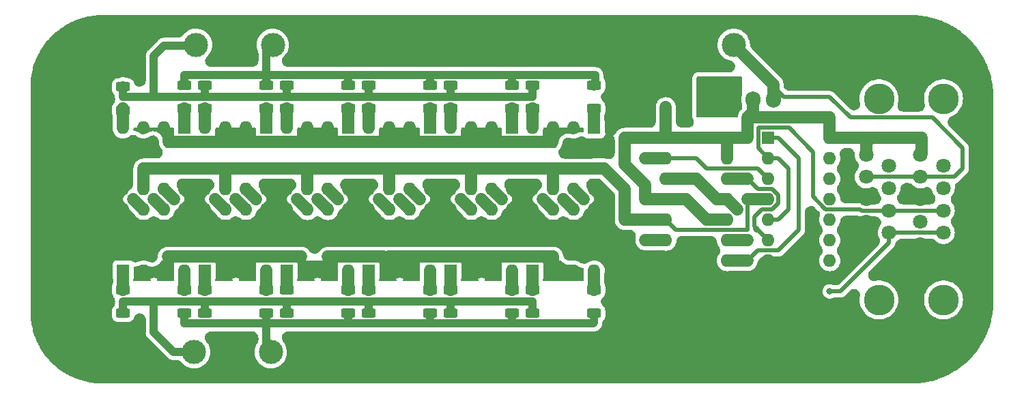
<source format=gbr>
%TF.GenerationSoftware,KiCad,Pcbnew,7.0.5*%
%TF.CreationDate,2024-09-25T18:42:41-04:00*%
%TF.ProjectId,stepper_motor_controller_3_for_cnc,73746570-7065-4725-9f6d-6f746f725f63,rev?*%
%TF.SameCoordinates,Original*%
%TF.FileFunction,Copper,L2,Bot*%
%TF.FilePolarity,Positive*%
%FSLAX46Y46*%
G04 Gerber Fmt 4.6, Leading zero omitted, Abs format (unit mm)*
G04 Created by KiCad (PCBNEW 7.0.5) date 2024-09-25 18:42:41*
%MOMM*%
%LPD*%
G01*
G04 APERTURE LIST*
G04 Aperture macros list*
%AMRoundRect*
0 Rectangle with rounded corners*
0 $1 Rounding radius*
0 $2 $3 $4 $5 $6 $7 $8 $9 X,Y pos of 4 corners*
0 Add a 4 corners polygon primitive as box body*
4,1,4,$2,$3,$4,$5,$6,$7,$8,$9,$2,$3,0*
0 Add four circle primitives for the rounded corners*
1,1,$1+$1,$2,$3*
1,1,$1+$1,$4,$5*
1,1,$1+$1,$6,$7*
1,1,$1+$1,$8,$9*
0 Add four rect primitives between the rounded corners*
20,1,$1+$1,$2,$3,$4,$5,0*
20,1,$1+$1,$4,$5,$6,$7,0*
20,1,$1+$1,$6,$7,$8,$9,0*
20,1,$1+$1,$8,$9,$2,$3,0*%
G04 Aperture macros list end*
%TA.AperFunction,ComponentPad*%
%ADD10C,1.400000*%
%TD*%
%TA.AperFunction,ComponentPad*%
%ADD11O,1.400000X1.400000*%
%TD*%
%TA.AperFunction,ComponentPad*%
%ADD12C,1.800000*%
%TD*%
%TA.AperFunction,ComponentPad*%
%ADD13C,3.810000*%
%TD*%
%TA.AperFunction,ComponentPad*%
%ADD14R,1.600000X1.600000*%
%TD*%
%TA.AperFunction,ComponentPad*%
%ADD15O,1.600000X1.600000*%
%TD*%
%TA.AperFunction,ComponentPad*%
%ADD16R,1.905000X2.000000*%
%TD*%
%TA.AperFunction,ComponentPad*%
%ADD17O,1.905000X2.000000*%
%TD*%
%TA.AperFunction,SMDPad,CuDef*%
%ADD18RoundRect,0.250000X-0.625000X0.312500X-0.625000X-0.312500X0.625000X-0.312500X0.625000X0.312500X0*%
%TD*%
%TA.AperFunction,SMDPad,CuDef*%
%ADD19RoundRect,0.250000X0.625000X-0.312500X0.625000X0.312500X-0.625000X0.312500X-0.625000X-0.312500X0*%
%TD*%
%TA.AperFunction,ViaPad*%
%ADD20C,3.000000*%
%TD*%
%TA.AperFunction,ViaPad*%
%ADD21C,0.800000*%
%TD*%
%TA.AperFunction,ViaPad*%
%ADD22C,4.500000*%
%TD*%
%TA.AperFunction,Conductor*%
%ADD23C,1.500000*%
%TD*%
%TA.AperFunction,Conductor*%
%ADD24C,0.500000*%
%TD*%
%TA.AperFunction,Conductor*%
%ADD25C,1.000000*%
%TD*%
%TA.AperFunction,Conductor*%
%ADD26C,0.400000*%
%TD*%
G04 APERTURE END LIST*
D10*
%TO.P,R37,1*%
%TO.N,+5V*%
X91503800Y45140000D03*
D11*
%TO.P,R37,2*%
%TO.N,Net-(U11-ADJ)*%
X96583800Y45140000D03*
%TD*%
D12*
%TO.P,J2,1A*%
%TO.N,GND*%
X123098800Y28170000D03*
%TO.P,J2,1B*%
X116348800Y28170000D03*
%TO.P,J2,2A*%
X123098800Y30940000D03*
%TO.P,J2,2B*%
X116348800Y30940000D03*
%TO.P,J2,3A*%
X123098800Y33710000D03*
%TO.P,J2,3B*%
X116348800Y33710000D03*
%TO.P,J2,4A*%
%TO.N,VCC*%
X123098800Y36480000D03*
%TO.P,J2,4B*%
X116348800Y36480000D03*
%TO.P,J2,5A*%
%TO.N,+5V*%
X123098800Y39250000D03*
%TO.P,J2,5B*%
X116348800Y39250000D03*
%TO.P,J2,6A*%
%TO.N,/CLOCK_upper*%
X125938800Y29555000D03*
%TO.P,J2,6B*%
X119188800Y29555000D03*
%TO.P,J2,7A*%
%TO.N,/DIRECTION_upper*%
X125938800Y32325000D03*
%TO.P,J2,7B*%
X119188800Y32325000D03*
%TO.P,J2,8A*%
%TO.N,unconnected-(J2-Pad8A)*%
X125938800Y35095000D03*
%TO.P,J2,8B*%
%TO.N,unconnected-(J2-Pad8B)*%
X119188800Y35095000D03*
%TO.P,J2,9A*%
%TO.N,unconnected-(J2-Pad9A)*%
X125938800Y37865000D03*
%TO.P,J2,9B*%
%TO.N,unconnected-(J2-Pad9B)*%
X119188800Y37865000D03*
D13*
%TO.P,J2,MH1*%
%TO.N,N/C*%
X117938800Y21220000D03*
%TO.P,J2,MH2*%
X125938800Y21220000D03*
%TO.P,J2,MH3*%
X117938800Y46200000D03*
%TO.P,J2,MH4*%
X125938800Y46200000D03*
%TD*%
D14*
%TO.P,U24,1,OA*%
%TO.N,Net-(R57-Pad1)*%
X72443800Y42590000D03*
D15*
%TO.P,U24,2,VCC*%
%TO.N,VCC*%
X69903800Y42590000D03*
%TO.P,U24,3,VCC*%
X67363800Y42590000D03*
%TO.P,U24,4,OA*%
%TO.N,Net-(R44-Pad1)*%
X64823800Y42590000D03*
%TO.P,U24,5,GND*%
%TO.N,GND*%
X64823800Y34970000D03*
%TO.P,U24,6,IA*%
%TO.N,/A_logic*%
X67363800Y34970000D03*
%TO.P,U24,7,IB*%
%TO.N,/A_n_logic*%
X69903800Y34970000D03*
%TO.P,U24,8,GND*%
%TO.N,GND*%
X72443800Y34970000D03*
%TD*%
D14*
%TO.P,U27,1,OA*%
%TO.N,Net-(R49-Pad1)*%
X75003800Y24830000D03*
D15*
%TO.P,U27,2,VCC*%
%TO.N,VCC*%
X77543800Y24830000D03*
%TO.P,U27,3,VCC*%
X80083800Y24830000D03*
%TO.P,U27,4,OA*%
%TO.N,Net-(R62-Pad1)*%
X82623800Y24830000D03*
%TO.P,U27,5,GND*%
%TO.N,GND*%
X82623800Y32450000D03*
%TO.P,U27,6,IA*%
%TO.N,/B_logic*%
X80083800Y32450000D03*
%TO.P,U27,7,IB*%
%TO.N,/B_n_logic*%
X77543800Y32450000D03*
%TO.P,U27,8,GND*%
%TO.N,GND*%
X75003800Y32450000D03*
%TD*%
D14*
%TO.P,U26,1,OA*%
%TO.N,Net-(R47-Pad1)*%
X82603800Y42590000D03*
D15*
%TO.P,U26,2,VCC*%
%TO.N,VCC*%
X80063800Y42590000D03*
%TO.P,U26,3,VCC*%
X77523800Y42590000D03*
%TO.P,U26,4,OA*%
%TO.N,Net-(R60-Pad1)*%
X74983800Y42590000D03*
%TO.P,U26,5,GND*%
%TO.N,GND*%
X74983800Y34970000D03*
%TO.P,U26,6,IA*%
%TO.N,/A_logic*%
X77523800Y34970000D03*
%TO.P,U26,7,IB*%
%TO.N,/A_n_logic*%
X80063800Y34970000D03*
%TO.P,U26,8,GND*%
%TO.N,GND*%
X82603800Y34970000D03*
%TD*%
D10*
%TO.P,R38,1*%
%TO.N,Net-(U11-ADJ)*%
X96583800Y47680000D03*
D11*
%TO.P,R38,2*%
%TO.N,GND*%
X91503800Y47680000D03*
%TD*%
D14*
%TO.P,U10,1,OA*%
%TO.N,Net-(R65-Pad1)*%
X54683800Y24830000D03*
D15*
%TO.P,U10,2,VCC*%
%TO.N,VCC*%
X57223800Y24830000D03*
%TO.P,U10,3,VCC*%
X59763800Y24830000D03*
%TO.P,U10,4,OA*%
%TO.N,Net-(R66-Pad1)*%
X62303800Y24830000D03*
%TO.P,U10,5,GND*%
%TO.N,GND*%
X62303800Y32450000D03*
%TO.P,U10,6,IA*%
%TO.N,/B_logic*%
X59763800Y32450000D03*
%TO.P,U10,7,IB*%
%TO.N,/B_n_logic*%
X57223800Y32450000D03*
%TO.P,U10,8,GND*%
%TO.N,GND*%
X54683800Y32450000D03*
%TD*%
D14*
%TO.P,U1,1,~{R}*%
%TO.N,+5V*%
X91503800Y41330000D03*
D15*
%TO.P,U1,2,D*%
%TO.N,Net-(U1A-D)*%
X91503800Y38790000D03*
%TO.P,U1,3,C*%
%TO.N,/CLOCK_upper*%
X91503800Y36250000D03*
%TO.P,U1,4,~{S}*%
%TO.N,+5V*%
X91503800Y33710000D03*
%TO.P,U1,5,Q*%
%TO.N,/A_logic*%
X91503800Y31170000D03*
%TO.P,U1,6,~{Q}*%
%TO.N,/A_n_logic*%
X91503800Y28630000D03*
%TO.P,U1,7,GND*%
%TO.N,GND*%
X91503800Y26090000D03*
%TO.P,U1,8,~{Q}*%
%TO.N,/B_n_logic*%
X99123800Y26090000D03*
%TO.P,U1,9,Q*%
%TO.N,/B_logic*%
X99123800Y28630000D03*
%TO.P,U1,10,~{S}*%
%TO.N,+5V*%
X99123800Y31170000D03*
%TO.P,U1,11,C*%
%TO.N,/CLOCK_upper*%
X99123800Y33710000D03*
%TO.P,U1,12,D*%
%TO.N,Net-(U1B-D)*%
X99123800Y36250000D03*
%TO.P,U1,13,~{R}*%
%TO.N,+5V*%
X99123800Y38790000D03*
%TO.P,U1,14,VCC*%
X99123800Y41330000D03*
%TD*%
D14*
%TO.P,U8,1,OA*%
%TO.N,Net-(R67-Pad1)*%
X44513800Y24820000D03*
D15*
%TO.P,U8,2,VCC*%
%TO.N,VCC*%
X47053800Y24820000D03*
%TO.P,U8,3,VCC*%
X49593800Y24820000D03*
%TO.P,U8,4,OA*%
%TO.N,Net-(R12-Pad1)*%
X52133800Y24820000D03*
%TO.P,U8,5,GND*%
%TO.N,GND*%
X52133800Y32440000D03*
%TO.P,U8,6,IA*%
%TO.N,/B_logic*%
X49593800Y32440000D03*
%TO.P,U8,7,IB*%
%TO.N,/B_n_logic*%
X47053800Y32440000D03*
%TO.P,U8,8,GND*%
%TO.N,GND*%
X44513800Y32440000D03*
%TD*%
D14*
%TO.P,U5,1,OA*%
%TO.N,Net-(R5-Pad1)*%
X41953800Y42590000D03*
D15*
%TO.P,U5,2,VCC*%
%TO.N,VCC*%
X39413800Y42590000D03*
%TO.P,U5,3,VCC*%
X36873800Y42590000D03*
%TO.P,U5,4,OA*%
%TO.N,Net-(R6-Pad1)*%
X34333800Y42590000D03*
%TO.P,U5,5,GND*%
%TO.N,GND*%
X34333800Y34970000D03*
%TO.P,U5,6,IA*%
%TO.N,/A_logic*%
X36873800Y34970000D03*
%TO.P,U5,7,IB*%
%TO.N,/A_n_logic*%
X39413800Y34970000D03*
%TO.P,U5,8,GND*%
%TO.N,GND*%
X41953800Y34970000D03*
%TD*%
D14*
%TO.P,U7,1,OA*%
%TO.N,Net-(R9-Pad1)*%
X52113800Y42590000D03*
D15*
%TO.P,U7,2,VCC*%
%TO.N,VCC*%
X49573800Y42590000D03*
%TO.P,U7,3,VCC*%
X47033800Y42590000D03*
%TO.P,U7,4,OA*%
%TO.N,Net-(R54-Pad1)*%
X44493800Y42590000D03*
%TO.P,U7,5,GND*%
%TO.N,GND*%
X44493800Y34970000D03*
%TO.P,U7,6,IA*%
%TO.N,/A_logic*%
X47033800Y34970000D03*
%TO.P,U7,7,IB*%
%TO.N,/A_n_logic*%
X49573800Y34970000D03*
%TO.P,U7,8,GND*%
%TO.N,GND*%
X52113800Y34970000D03*
%TD*%
D14*
%TO.P,U6,1,OA*%
%TO.N,Net-(R69-Pad1)*%
X34363800Y24830000D03*
D15*
%TO.P,U6,2,VCC*%
%TO.N,VCC*%
X36903800Y24830000D03*
%TO.P,U6,3,VCC*%
X39443800Y24830000D03*
%TO.P,U6,4,OA*%
%TO.N,Net-(R70-Pad1)*%
X41983800Y24830000D03*
%TO.P,U6,5,GND*%
%TO.N,GND*%
X41983800Y32450000D03*
%TO.P,U6,6,IA*%
%TO.N,/B_logic*%
X39443800Y32450000D03*
%TO.P,U6,7,IB*%
%TO.N,/B_n_logic*%
X36903800Y32450000D03*
%TO.P,U6,8,GND*%
%TO.N,GND*%
X34363800Y32450000D03*
%TD*%
D14*
%TO.P,U4,1,OA*%
%TO.N,Net-(R3-Pad1)*%
X24203800Y24830000D03*
D15*
%TO.P,U4,2,VCC*%
%TO.N,VCC*%
X26743800Y24830000D03*
%TO.P,U4,3,VCC*%
X29283800Y24830000D03*
%TO.P,U4,4,OA*%
%TO.N,Net-(R72-Pad1)*%
X31823800Y24830000D03*
%TO.P,U4,5,GND*%
%TO.N,GND*%
X31823800Y32450000D03*
%TO.P,U4,6,IA*%
%TO.N,/B_logic*%
X29283800Y32450000D03*
%TO.P,U4,7,IB*%
%TO.N,/B_n_logic*%
X26743800Y32450000D03*
%TO.P,U4,8,GND*%
%TO.N,GND*%
X24203800Y32450000D03*
%TD*%
D10*
%TO.P,R18,1*%
%TO.N,Net-(U1A-D)*%
X88963800Y38790000D03*
D11*
%TO.P,R18,2*%
%TO.N,+5V*%
X88963800Y33710000D03*
%TD*%
D14*
%TO.P,U3,1*%
%TO.N,/B_n_logic*%
X104203800Y41330000D03*
D15*
%TO.P,U3,2*%
%TO.N,/DIRECTION_upper*%
X104203800Y38790000D03*
%TO.P,U3,3*%
%TO.N,Net-(U1A-D)*%
X104203800Y36250000D03*
%TO.P,U3,4*%
%TO.N,/A_logic*%
X104203800Y33710000D03*
%TO.P,U3,5*%
%TO.N,/DIRECTION_upper*%
X104203800Y31170000D03*
%TO.P,U3,6*%
%TO.N,Net-(U1B-D)*%
X104203800Y28630000D03*
%TO.P,U3,7,GND*%
%TO.N,GND*%
X104203800Y26090000D03*
%TO.P,U3,8*%
%TO.N,N/C*%
X111823800Y26090000D03*
%TO.P,U3,9*%
X111823800Y28630000D03*
%TO.P,U3,10*%
X111823800Y31170000D03*
%TO.P,U3,11*%
X111823800Y33710000D03*
%TO.P,U3,12*%
X111823800Y36250000D03*
%TO.P,U3,13*%
X111823800Y38790000D03*
%TO.P,U3,14,VCC*%
%TO.N,+5V*%
X111823800Y41330000D03*
%TD*%
D14*
%TO.P,U25,1,OA*%
%TO.N,Net-(R63-Pad1)*%
X64843800Y24830000D03*
D15*
%TO.P,U25,2,VCC*%
%TO.N,VCC*%
X67383800Y24830000D03*
%TO.P,U25,3,VCC*%
X69923800Y24830000D03*
%TO.P,U25,4,OA*%
%TO.N,Net-(R46-Pad1)*%
X72463800Y24830000D03*
%TO.P,U25,5,GND*%
%TO.N,GND*%
X72463800Y32450000D03*
%TO.P,U25,6,IA*%
%TO.N,/B_logic*%
X69923800Y32450000D03*
%TO.P,U25,7,IB*%
%TO.N,/B_n_logic*%
X67383800Y32450000D03*
%TO.P,U25,8,GND*%
%TO.N,GND*%
X64843800Y32450000D03*
%TD*%
D10*
%TO.P,R17,1*%
%TO.N,Net-(U1B-D)*%
X101663800Y36250000D03*
D11*
%TO.P,R17,2*%
%TO.N,+5V*%
X101663800Y41330000D03*
%TD*%
D14*
%TO.P,U9,1,OA*%
%TO.N,Net-(R55-Pad1)*%
X62273800Y42590000D03*
D15*
%TO.P,U9,2,VCC*%
%TO.N,VCC*%
X59733800Y42590000D03*
%TO.P,U9,3,VCC*%
X57193800Y42590000D03*
%TO.P,U9,4,OA*%
%TO.N,Net-(R14-Pad1)*%
X54653800Y42590000D03*
%TO.P,U9,5,GND*%
%TO.N,GND*%
X54653800Y34970000D03*
%TO.P,U9,6,IA*%
%TO.N,/A_logic*%
X57193800Y34970000D03*
%TO.P,U9,7,IB*%
%TO.N,/A_n_logic*%
X59733800Y34970000D03*
%TO.P,U9,8,GND*%
%TO.N,GND*%
X62273800Y34970000D03*
%TD*%
D16*
%TO.P,U11,1,ADJ*%
%TO.N,Net-(U11-ADJ)*%
X99758800Y46100000D03*
D17*
%TO.P,U11,2,VO*%
%TO.N,+5V*%
X102298800Y46100000D03*
%TO.P,U11,3,VI*%
%TO.N,VCC*%
X104838800Y46100000D03*
%TD*%
D14*
%TO.P,U2,1,OA*%
%TO.N,Net-(R39-Pad1)*%
X31793800Y42590000D03*
D15*
%TO.P,U2,2,VCC*%
%TO.N,VCC*%
X29253800Y42590000D03*
%TO.P,U2,3,VCC*%
X26713800Y42590000D03*
%TO.P,U2,4,OA*%
%TO.N,Net-(R2-Pad1)*%
X24173800Y42590000D03*
%TO.P,U2,5,GND*%
%TO.N,GND*%
X24173800Y34970000D03*
%TO.P,U2,6,IA*%
%TO.N,/A_logic*%
X26713800Y34970000D03*
%TO.P,U2,7,IB*%
%TO.N,/A_n_logic*%
X29253800Y34970000D03*
%TO.P,U2,8,GND*%
%TO.N,GND*%
X31793800Y34970000D03*
%TD*%
D18*
%TO.P,R70,1*%
%TO.N,Net-(R70-Pad1)*%
X64833800Y22472500D03*
%TO.P,R70,2*%
%TO.N,/D*%
X64833800Y19547500D03*
%TD*%
D19*
%TO.P,R55,1*%
%TO.N,Net-(R55-Pad1)*%
X44513800Y44947500D03*
%TO.P,R55,2*%
%TO.N,/A*%
X44513800Y47872500D03*
%TD*%
D18*
%TO.P,R12,1*%
%TO.N,Net-(R12-Pad1)*%
X54673800Y22472500D03*
%TO.P,R12,2*%
%TO.N,/D*%
X54673800Y19547500D03*
%TD*%
%TO.P,R3,1*%
%TO.N,Net-(R3-Pad1)*%
X82613800Y22472500D03*
%TO.P,R3,2*%
%TO.N,/C*%
X82613800Y19547500D03*
%TD*%
D19*
%TO.P,R6,1*%
%TO.N,Net-(R6-Pad1)*%
X72453800Y44947500D03*
%TO.P,R6,2*%
%TO.N,/B*%
X72453800Y47872500D03*
%TD*%
%TO.P,R60,1*%
%TO.N,Net-(R60-Pad1)*%
X31813800Y44947500D03*
%TO.P,R60,2*%
%TO.N,/B*%
X31813800Y47872500D03*
%TD*%
%TO.P,R57,1*%
%TO.N,Net-(R57-Pad1)*%
X34353800Y44947500D03*
%TO.P,R57,2*%
%TO.N,/A*%
X34353800Y47872500D03*
%TD*%
%TO.P,R39,1*%
%TO.N,Net-(R39-Pad1)*%
X74993800Y44947500D03*
%TO.P,R39,2*%
%TO.N,/A*%
X74993800Y47872500D03*
%TD*%
D18*
%TO.P,R72,1*%
%TO.N,Net-(R72-Pad1)*%
X74993800Y22472500D03*
%TO.P,R72,2*%
%TO.N,/D*%
X74993800Y19547500D03*
%TD*%
%TO.P,R69,1*%
%TO.N,Net-(R69-Pad1)*%
X72453800Y22472500D03*
%TO.P,R69,2*%
%TO.N,/C*%
X72453800Y19547500D03*
%TD*%
%TO.P,R46,1*%
%TO.N,Net-(R46-Pad1)*%
X34353800Y22472500D03*
%TO.P,R46,2*%
%TO.N,/D*%
X34353800Y19547500D03*
%TD*%
D19*
%TO.P,R2,1*%
%TO.N,Net-(R2-Pad1)*%
X82613800Y44947500D03*
%TO.P,R2,2*%
%TO.N,/B*%
X82613800Y47872500D03*
%TD*%
%TO.P,R47,1*%
%TO.N,Net-(R47-Pad1)*%
X24193800Y44755000D03*
%TO.P,R47,2*%
%TO.N,/A*%
X24193800Y47680000D03*
%TD*%
D18*
%TO.P,R62,1*%
%TO.N,Net-(R62-Pad1)*%
X24193800Y22472500D03*
%TO.P,R62,2*%
%TO.N,/D*%
X24193800Y19547500D03*
%TD*%
D19*
%TO.P,R54,1*%
%TO.N,Net-(R54-Pad1)*%
X62293800Y44947500D03*
%TO.P,R54,2*%
%TO.N,/B*%
X62293800Y47872500D03*
%TD*%
D18*
%TO.P,R63,1*%
%TO.N,Net-(R63-Pad1)*%
X41973800Y22472500D03*
%TO.P,R63,2*%
%TO.N,/C*%
X41973800Y19547500D03*
%TD*%
D19*
%TO.P,R44,1*%
%TO.N,Net-(R44-Pad1)*%
X41973800Y44947500D03*
%TO.P,R44,2*%
%TO.N,/B*%
X41973800Y47872500D03*
%TD*%
%TO.P,R14,1*%
%TO.N,Net-(R14-Pad1)*%
X52133800Y44947500D03*
%TO.P,R14,2*%
%TO.N,/B*%
X52133800Y47872500D03*
%TD*%
D18*
%TO.P,R49,1*%
%TO.N,Net-(R49-Pad1)*%
X31813800Y22472500D03*
%TO.P,R49,2*%
%TO.N,/C*%
X31813800Y19547500D03*
%TD*%
%TO.P,R65,1*%
%TO.N,Net-(R65-Pad1)*%
X52133800Y22472500D03*
%TO.P,R65,2*%
%TO.N,/C*%
X52133800Y19547500D03*
%TD*%
%TO.P,R66,1*%
%TO.N,Net-(R66-Pad1)*%
X44513800Y22472500D03*
%TO.P,R66,2*%
%TO.N,/D*%
X44513800Y19547500D03*
%TD*%
D19*
%TO.P,R5,1*%
%TO.N,Net-(R5-Pad1)*%
X64833800Y44947500D03*
%TO.P,R5,2*%
%TO.N,/A*%
X64833800Y47872500D03*
%TD*%
%TO.P,R9,1*%
%TO.N,Net-(R9-Pad1)*%
X54673800Y44947500D03*
%TO.P,R9,2*%
%TO.N,/A*%
X54673800Y47872500D03*
%TD*%
D18*
%TO.P,R67,1*%
%TO.N,Net-(R67-Pad1)*%
X62293800Y22472500D03*
%TO.P,R67,2*%
%TO.N,/C*%
X62293800Y19547500D03*
%TD*%
D20*
%TO.N,/A*%
X33233800Y52900000D03*
%TO.N,/B*%
X42753800Y52890000D03*
%TO.N,/C*%
X42513800Y14740000D03*
%TO.N,/D*%
X32993800Y14750000D03*
D21*
%TO.N,Net-(U1B-D)*%
X102756773Y30037357D03*
%TO.N,/A_logic*%
X101663800Y33710000D03*
X88963800Y31170000D03*
%TO.N,/A_n_logic*%
X71183800Y33710000D03*
X88963800Y28630000D03*
X50863800Y33710000D03*
X40703800Y33710000D03*
X81343800Y33710000D03*
X61023800Y33710000D03*
X30543800Y33710000D03*
D20*
%TO.N,GND*%
X52043800Y14740000D03*
D22*
X61813800Y52890000D03*
D20*
X90403800Y52890000D03*
D22*
X109463800Y52890000D03*
X61573800Y14740000D03*
D20*
X99693800Y14740000D03*
D22*
X23453800Y14740000D03*
X71343800Y52890000D03*
X71103800Y14740000D03*
D20*
X80873800Y52890000D03*
D22*
X109223800Y14740000D03*
D20*
X90163800Y14740000D03*
X80633800Y14740000D03*
X52283800Y52890000D03*
D22*
X23693800Y52890000D03*
D21*
%TO.N,/B_n_logic*%
X76263800Y33710000D03*
X66103800Y33710000D03*
X55943800Y33710000D03*
X25463800Y33710000D03*
X101663800Y26090000D03*
X35623800Y33710000D03*
X45783800Y33710000D03*
%TO.N,/B_logic*%
X48323800Y33710000D03*
X58483800Y33710000D03*
X78803800Y33710000D03*
X28003800Y33710000D03*
X38163800Y33710000D03*
X68643800Y33710000D03*
X101663800Y28630000D03*
D20*
%TO.N,VCC*%
X99933800Y52890000D03*
D21*
%TO.N,/CLOCK_upper*%
X100393800Y32440000D03*
X111823800Y22280000D03*
%TD*%
D23*
%TO.N,VCC*%
X49593800Y26580000D02*
X56433800Y26580000D01*
X35623800Y26580000D02*
X35913800Y26580000D01*
X29763800Y26580000D02*
X35623800Y26580000D01*
D24*
X106108800Y46410000D02*
X104838800Y47680000D01*
X111823800Y46410000D02*
X106108800Y46410000D01*
X114388800Y43845000D02*
X111823800Y46410000D01*
X128333800Y40060000D02*
X124548800Y43845000D01*
X128333800Y37520000D02*
X128333800Y40060000D01*
X127293800Y36480000D02*
X128333800Y37520000D01*
X123098800Y36480000D02*
X127293800Y36480000D01*
D23*
X104838800Y47680000D02*
X104838800Y47985000D01*
D24*
X124548800Y43845000D02*
X114388800Y43845000D01*
D23*
X104838800Y46100000D02*
X104838800Y47680000D01*
D24*
X116348800Y36480000D02*
X123098800Y36480000D01*
D25*
%TO.N,/A*%
X33093800Y52760000D02*
X33233800Y52900000D01*
X34353800Y46410000D02*
X34353800Y47872500D01*
X74993800Y47872500D02*
X74993800Y46410000D01*
X64833800Y46410000D02*
X54673800Y46410000D01*
X28003800Y51490000D02*
X29273800Y52760000D01*
X28003800Y46410000D02*
X28003800Y51490000D01*
X74993800Y46410000D02*
X64833800Y46410000D01*
X29273800Y52760000D02*
X33093800Y52760000D01*
X28003800Y46410000D02*
X24193800Y46410000D01*
X34353800Y46410000D02*
X28003800Y46410000D01*
X24193800Y46410000D02*
X24193800Y47872500D01*
X54673800Y47872500D02*
X54673800Y46410000D01*
X54673800Y46410000D02*
X44513800Y46410000D01*
X44513800Y47872500D02*
X44513800Y46410000D01*
X44513800Y46410000D02*
X34353800Y46410000D01*
X64833800Y47872500D02*
X64833800Y46410000D01*
D23*
%TO.N,Net-(R2-Pad1)*%
X24173800Y42590000D02*
X24173800Y44927500D01*
X24173800Y44927500D02*
X24193800Y44947500D01*
D25*
%TO.N,/B*%
X72268800Y49135000D02*
X72453800Y48950000D01*
X53396300Y49135000D02*
X43236300Y49135000D01*
X43236300Y49135000D02*
X31813800Y49135000D01*
X41973800Y52110000D02*
X42753800Y52890000D01*
X72453800Y49135000D02*
X72268800Y49135000D01*
X41973800Y47872500D02*
X41973800Y52110000D01*
X63556300Y49135000D02*
X72453800Y49135000D01*
X82730159Y47796359D02*
X82613800Y47680000D01*
X81164561Y49129239D02*
X82730159Y49129239D01*
X62293800Y47872500D02*
X62293800Y49135000D01*
X63556300Y49135000D02*
X53396300Y49135000D01*
X81158800Y49135000D02*
X72453800Y49135000D01*
X81158800Y49135000D02*
X81164561Y49129239D01*
X72453800Y48950000D02*
X72453800Y47872500D01*
X52133800Y49135000D02*
X52133800Y47872500D01*
X31813800Y49135000D02*
X31813800Y47872500D01*
X82730159Y49129239D02*
X82730159Y47796359D01*
D23*
%TO.N,Net-(R3-Pad1)*%
X24203800Y22482500D02*
X24193800Y22472500D01*
X24203800Y24830000D02*
X24203800Y22482500D01*
D25*
%TO.N,/C*%
X52133800Y18285000D02*
X52133800Y19547500D01*
X41973800Y19547500D02*
X41973800Y15280000D01*
X82613800Y18373750D02*
X82525050Y18285000D01*
X72453800Y18470000D02*
X72638800Y18285000D01*
X63556300Y18285000D02*
X53396300Y18285000D01*
X41973800Y15280000D02*
X42513800Y14740000D01*
X43236300Y18285000D02*
X31813800Y18285000D01*
X62293800Y18285000D02*
X62293800Y19547500D01*
X31813800Y18285000D02*
X31813800Y19547500D01*
X72638800Y18285000D02*
X63556300Y18285000D01*
X53396300Y18285000D02*
X43236300Y18285000D01*
X72453800Y19547500D02*
X72453800Y18470000D01*
X82613800Y19547500D02*
X82613800Y18373750D01*
X82525050Y18285000D02*
X72638800Y18285000D01*
%TO.N,/D*%
X30453800Y14750000D02*
X32993800Y14750000D01*
X64833800Y21010000D02*
X74993800Y21010000D01*
X44513800Y21010000D02*
X54673800Y21010000D01*
X54673800Y21010000D02*
X54673800Y19547500D01*
X24193800Y19547500D02*
X24193800Y21010000D01*
X28003800Y17200000D02*
X30453800Y14750000D01*
X54673800Y21010000D02*
X64833800Y21010000D01*
X34353800Y21010000D02*
X44513800Y21010000D01*
X24193800Y21010000D02*
X28003800Y21010000D01*
X74993800Y21010000D02*
X74993800Y19547500D01*
X44513800Y21010000D02*
X44513800Y19547500D01*
X28003800Y21010000D02*
X34353800Y21010000D01*
X34353800Y21010000D02*
X34353800Y19547500D01*
X64833800Y21010000D02*
X64833800Y19547500D01*
X28003800Y21010000D02*
X28003800Y17200000D01*
D23*
%TO.N,Net-(R12-Pad1)*%
X52133800Y24820000D02*
X52133800Y22472500D01*
%TO.N,Net-(R14-Pad1)*%
X54673800Y42610000D02*
X54653800Y42590000D01*
X54673800Y44947500D02*
X54673800Y42610000D01*
D24*
%TO.N,Net-(U1B-D)*%
X103391854Y32440000D02*
X104701567Y32440000D01*
X102933800Y34980000D02*
X101663800Y36250000D01*
X102515576Y31563722D02*
X103391854Y32440000D01*
X104701567Y32440000D02*
X105473800Y33212233D01*
X105473800Y33212233D02*
X105473800Y34207767D01*
X104701567Y34980000D02*
X102933800Y34980000D01*
X104203800Y28630000D02*
X102515576Y30318224D01*
D23*
X99123800Y36250000D02*
X101663800Y36250000D01*
D24*
X105473800Y34207767D02*
X104701567Y34980000D01*
X102515576Y30318224D02*
X102515576Y31563722D01*
D23*
%TO.N,+5V*%
X111823800Y43870000D02*
X111823800Y41330000D01*
X86423800Y41330000D02*
X91503800Y41330000D01*
X101663800Y43870000D02*
X111823800Y43870000D01*
X99123800Y41330000D02*
X99123800Y38790000D01*
X114268800Y41330000D02*
X123253800Y41330000D01*
X88963800Y33710000D02*
X88963800Y35473298D01*
X102298800Y46100000D02*
X102298800Y44505000D01*
X88963800Y33710000D02*
X91503800Y33710000D01*
X101663800Y43870000D02*
X101663800Y41330000D01*
X91503800Y33710000D02*
X94043800Y33710000D01*
X123253800Y39405000D02*
X123098800Y39250000D01*
X86423800Y38013298D02*
X86423800Y41330000D01*
X88963800Y35473298D02*
X86423800Y38013298D01*
X102298800Y44505000D02*
X101663800Y43870000D01*
X111823800Y41330000D02*
X114268800Y41330000D01*
X94043800Y33710000D02*
X96583800Y31170000D01*
X123253800Y41330000D02*
X123253800Y39405000D01*
X116903800Y41330000D02*
X116348800Y40775000D01*
X114268800Y41330000D02*
X116903800Y41330000D01*
X91503800Y41330000D02*
X101663800Y41330000D01*
X91503800Y41330000D02*
X91503800Y45140000D01*
X96583800Y31170000D02*
X99123800Y31170000D01*
X116348800Y40775000D02*
X116348800Y39250000D01*
D24*
%TO.N,Net-(U1A-D)*%
X104203800Y36250000D02*
X102913800Y37540000D01*
X96563800Y37540000D02*
X95313800Y38790000D01*
D23*
X88963800Y38790000D02*
X91503800Y38790000D01*
D24*
X95313800Y38790000D02*
X91503800Y38790000D01*
X102913800Y37540000D02*
X96563800Y37540000D01*
D23*
%TO.N,/A_logic*%
X77523800Y37510000D02*
X77523800Y34970000D01*
X67373800Y37520000D02*
X77533800Y37520000D01*
X36893800Y37520000D02*
X47053800Y37520000D01*
X86423800Y31170000D02*
X91503800Y31170000D01*
X101663800Y33710000D02*
X104203800Y33710000D01*
X82538674Y37510000D02*
X82548674Y37520000D01*
X82548674Y37520000D02*
X83883800Y37520000D01*
X26713800Y37500000D02*
X26733800Y37520000D01*
X47053800Y37520000D02*
X57213800Y37520000D01*
X26713800Y34970000D02*
X26713800Y37500000D01*
X77523800Y37510000D02*
X82538674Y37510000D01*
D24*
X92753800Y29920000D02*
X91503800Y31170000D01*
X101663800Y33710000D02*
X101663800Y29920000D01*
D23*
X83883800Y37520000D02*
X86423800Y34980000D01*
D24*
X101663800Y29920000D02*
X92753800Y29920000D01*
D23*
X36873800Y37500000D02*
X36893800Y37520000D01*
X57213800Y37520000D02*
X57193800Y37500000D01*
X77533800Y37520000D02*
X77523800Y37510000D01*
X67373800Y37520000D02*
X67363800Y37510000D01*
X47033800Y37500000D02*
X47033800Y34970000D01*
X47053800Y37520000D02*
X47033800Y37500000D01*
X67363800Y37510000D02*
X67363800Y34970000D01*
X57213800Y37520000D02*
X67373800Y37520000D01*
X36873800Y34970000D02*
X36873800Y37500000D01*
X26733800Y37520000D02*
X36893800Y37520000D01*
X57193800Y37500000D02*
X57193800Y34970000D01*
X86423800Y34980000D02*
X86423800Y31170000D01*
%TO.N,/A_n_logic*%
X69903800Y34970000D02*
X69923800Y34970000D01*
D26*
X49553800Y34970000D02*
X50813800Y33710000D01*
D23*
X91503800Y28630000D02*
X88963800Y28630000D01*
D26*
X40703800Y33710000D02*
X40703800Y33660000D01*
X81343800Y33660000D02*
X81293800Y33710000D01*
X81343800Y33710000D02*
X81343800Y33660000D01*
X40703800Y33660000D02*
X40653800Y33710000D01*
D23*
X49573800Y34970000D02*
X50813800Y33730000D01*
D26*
X71133800Y33710000D02*
X71183800Y33710000D01*
X50863800Y33710000D02*
X50863800Y33660000D01*
X61023800Y33660000D02*
X60973800Y33710000D01*
D23*
X39413800Y34970000D02*
X39443800Y34970000D01*
X29283800Y34970000D02*
X30543800Y33710000D01*
D26*
X30543800Y33680000D02*
X30513800Y33710000D01*
X39393800Y34970000D02*
X40653800Y33710000D01*
X71183800Y33660000D02*
X71133800Y33710000D01*
X30513800Y33710000D02*
X30543800Y33710000D01*
X50863800Y33660000D02*
X50813800Y33710000D01*
X71183800Y33710000D02*
X71183800Y33660000D01*
D23*
X59763800Y34970000D02*
X61023800Y33710000D01*
X69923800Y34970000D02*
X71183800Y33710000D01*
D26*
X30543800Y33710000D02*
X30543800Y33680000D01*
X60973800Y33710000D02*
X61023800Y33710000D01*
X61023800Y33710000D02*
X61023800Y33660000D01*
X40653800Y33710000D02*
X40703800Y33710000D01*
X69873800Y34970000D02*
X71133800Y33710000D01*
D23*
X59733800Y34970000D02*
X59763800Y34970000D01*
D26*
X59713800Y34970000D02*
X60973800Y33710000D01*
D23*
X80083800Y34970000D02*
X81343800Y33710000D01*
D26*
X80033800Y34970000D02*
X81293800Y33710000D01*
X81293800Y33710000D02*
X81343800Y33710000D01*
D23*
X50813800Y33730000D02*
X50813800Y33710000D01*
X29253800Y34970000D02*
X29283800Y34970000D01*
X39443800Y34970000D02*
X40703800Y33710000D01*
X80063800Y34970000D02*
X80083800Y34970000D01*
D26*
X50813800Y33710000D02*
X50863800Y33710000D01*
D23*
%TO.N,GND*%
X54653800Y34970000D02*
X53408800Y33725000D01*
X41953800Y34970000D02*
X43228800Y33695000D01*
X53408800Y33725000D02*
X54683800Y32450000D01*
X62303800Y32450000D02*
X63548800Y33695000D01*
X52143800Y32450000D02*
X52133800Y32440000D01*
X74983800Y34970000D02*
X73733800Y33720000D01*
X82603800Y34970000D02*
X83873800Y33700000D01*
X75003800Y32450000D02*
X72463800Y32450000D01*
X64843800Y32450000D02*
X62303800Y32450000D01*
X33053800Y33710000D02*
X31793800Y34970000D01*
X72463800Y32450000D02*
X73713800Y33700000D01*
X53388800Y33695000D02*
X52113800Y34970000D01*
X33088800Y33725000D02*
X34333800Y34970000D01*
X34363800Y32450000D02*
X33088800Y33725000D01*
X33083800Y33710000D02*
X33053800Y33710000D01*
X54683800Y32450000D02*
X52143800Y32450000D01*
X73733800Y33720000D02*
X75003800Y32450000D01*
X52133800Y32440000D02*
X53388800Y33695000D01*
X63573800Y33720000D02*
X64843800Y32450000D01*
X83873800Y33700000D02*
X82623800Y32450000D01*
X43238800Y33715000D02*
X44493800Y34970000D01*
X63548800Y33695000D02*
X62273800Y34970000D01*
X22928800Y33725000D02*
X24203800Y32450000D01*
X44513800Y32440000D02*
X43238800Y33715000D01*
X24173800Y34970000D02*
X22928800Y33725000D01*
X33083800Y33710000D02*
X31823800Y32450000D01*
X44503800Y32450000D02*
X44513800Y32440000D01*
X72443800Y34970000D02*
X74983800Y34970000D01*
X52113800Y34970000D02*
X54653800Y34970000D01*
X41983800Y32450000D02*
X44503800Y32450000D01*
X73713800Y33700000D02*
X72443800Y34970000D01*
X44493800Y34970000D02*
X41953800Y34970000D01*
X34333800Y34970000D02*
X31793800Y34970000D01*
X43228800Y33695000D02*
X41983800Y32450000D01*
X64823800Y34970000D02*
X63573800Y33720000D01*
X31823800Y32450000D02*
X34363800Y32450000D01*
X62273800Y34970000D02*
X64823800Y34970000D01*
D24*
%TO.N,/B_n_logic*%
X104203800Y41330000D02*
X105473800Y41330000D01*
D26*
X47043800Y32450000D02*
X45783800Y33710000D01*
D24*
X105473800Y41330000D02*
X108013800Y38790000D01*
D26*
X25463800Y33710000D02*
X25463800Y33730000D01*
D24*
X108013800Y29900000D02*
X105453800Y27340000D01*
D23*
X77543800Y32450000D02*
X77523800Y32450000D01*
X67383800Y32450000D02*
X67363800Y32450000D01*
X57203800Y32450000D02*
X55943800Y33710000D01*
D26*
X25463800Y33730000D02*
X25483800Y33710000D01*
D23*
X77523800Y32450000D02*
X76263800Y33710000D01*
X57223800Y32450000D02*
X57203800Y32450000D01*
D24*
X102913800Y27340000D02*
X101663800Y26090000D01*
D23*
X67363800Y32450000D02*
X66103800Y33710000D01*
X99123800Y26090000D02*
X101663800Y26090000D01*
X36903800Y32450000D02*
X36883800Y32450000D01*
X26723800Y32450000D02*
X25463800Y33710000D01*
X26743800Y32450000D02*
X26723800Y32450000D01*
X36883800Y32450000D02*
X35623800Y33710000D01*
D26*
X25483800Y33710000D02*
X25463800Y33710000D01*
D24*
X105453800Y27340000D02*
X102913800Y27340000D01*
D23*
X47053800Y32440000D02*
X45783800Y33710000D01*
D24*
X108013800Y38790000D02*
X108013800Y29900000D01*
D26*
%TO.N,/B_logic*%
X28003800Y33730000D02*
X28023800Y33710000D01*
D23*
X80063800Y32450000D02*
X78803800Y33710000D01*
D26*
X49583800Y32450000D02*
X48323800Y33710000D01*
D23*
X39443800Y32450000D02*
X39423800Y32450000D01*
X69903800Y32450000D02*
X68643800Y33710000D01*
X99123800Y28630000D02*
X101663800Y28630000D01*
X80083800Y32450000D02*
X80063800Y32450000D01*
D26*
X28023800Y33710000D02*
X28003800Y33710000D01*
D23*
X29283800Y32450000D02*
X29263800Y32450000D01*
X29263800Y32450000D02*
X28003800Y33710000D01*
X69923800Y32450000D02*
X69903800Y32450000D01*
X59763800Y32450000D02*
X59743800Y32450000D01*
X59743800Y32450000D02*
X58483800Y33710000D01*
X39423800Y32450000D02*
X38163800Y33710000D01*
D26*
X28003800Y33710000D02*
X28003800Y33730000D01*
D23*
X49593800Y32440000D02*
X48323800Y33710000D01*
%TO.N,VCC*%
X77533800Y26580000D02*
X77543800Y26570000D01*
X36893800Y40840000D02*
X29872430Y40840000D01*
X104838800Y47985000D02*
X99933800Y52890000D01*
X77543800Y26570000D02*
X77543800Y24830000D01*
X80083800Y24830000D02*
X77543800Y24830000D01*
X57213800Y40840000D02*
X50192430Y40840000D01*
X57213800Y26580000D02*
X77533800Y26580000D01*
X77433418Y40840000D02*
X70522430Y40840000D01*
X67373800Y40840000D02*
X60352430Y40840000D01*
X35623800Y26580000D02*
X46253800Y26580000D01*
X50192430Y40840000D02*
X40032430Y40840000D01*
D24*
%TO.N,/DIRECTION_upper*%
X102953800Y42580000D02*
X106763800Y42580000D01*
X109741854Y34024179D02*
X111326033Y32440000D01*
X106763800Y42580000D02*
X109741854Y39601946D01*
X104203800Y38790000D02*
X105473800Y38790000D01*
X115633800Y32440000D02*
X115748800Y32325000D01*
X106743800Y32440000D02*
X105473800Y31170000D01*
X119188800Y32325000D02*
X125938800Y32325000D01*
X111326033Y32440000D02*
X115633800Y32440000D01*
X104203800Y38790000D02*
X102953800Y40040000D01*
X105473800Y38790000D02*
X106743800Y37520000D01*
X105473800Y31170000D02*
X104203800Y31170000D01*
X106743800Y37520000D02*
X106743800Y32440000D01*
X115748800Y32325000D02*
X119188800Y32325000D01*
X109741854Y39601946D02*
X109741854Y34024179D01*
X102953800Y40040000D02*
X102953800Y42580000D01*
%TO.N,/CLOCK_upper*%
X119188800Y29555000D02*
X119188800Y28282208D01*
D23*
X91503800Y36250000D02*
X95313800Y36250000D01*
X95313800Y36250000D02*
X97853800Y33710000D01*
D24*
X113186592Y22280000D02*
X111823800Y22280000D01*
X119188800Y28282208D02*
X113186592Y22280000D01*
X119188800Y29555000D02*
X125938800Y29555000D01*
D23*
X97853800Y33710000D02*
X99123800Y33710000D01*
X99123800Y33710000D02*
X100393800Y32440000D01*
%TO.N,Net-(R69-Pad1)*%
X34363800Y22482500D02*
X34353800Y22472500D01*
X34363800Y24830000D02*
X34363800Y22482500D01*
%TO.N,Net-(R70-Pad1)*%
X41973800Y22472500D02*
X41973800Y24820000D01*
X41973800Y24820000D02*
X41983800Y24830000D01*
%TO.N,Net-(R44-Pad1)*%
X64833800Y44947500D02*
X64833800Y42600000D01*
X64833800Y42600000D02*
X64823800Y42590000D01*
%TO.N,Net-(R46-Pad1)*%
X72463800Y22482500D02*
X72453800Y22472500D01*
X72463800Y24830000D02*
X72463800Y22482500D01*
%TO.N,Net-(R47-Pad1)*%
X82603800Y42590000D02*
X82603800Y44745000D01*
X82603800Y44745000D02*
X82613800Y44755000D01*
%TO.N,Net-(R49-Pad1)*%
X75003800Y22482500D02*
X74993800Y22472500D01*
X75003800Y24830000D02*
X75003800Y22482500D01*
%TO.N,Net-(R5-Pad1)*%
X41953800Y44927500D02*
X41973800Y44947500D01*
X41953800Y42590000D02*
X41953800Y44927500D01*
%TO.N,Net-(R6-Pad1)*%
X34353800Y44947500D02*
X34353800Y42610000D01*
X34353800Y42610000D02*
X34333800Y42590000D01*
%TO.N,Net-(R9-Pad1)*%
X52113800Y42590000D02*
X52113800Y44927500D01*
X52113800Y44927500D02*
X52133800Y44947500D01*
%TO.N,Net-(R39-Pad1)*%
X31793800Y44927500D02*
X31813800Y44947500D01*
X31793800Y42590000D02*
X31793800Y44927500D01*
%TO.N,Net-(R54-Pad1)*%
X44513800Y42610000D02*
X44493800Y42590000D01*
X44513800Y44947500D02*
X44513800Y42610000D01*
%TO.N,Net-(R55-Pad1)*%
X62293800Y42610000D02*
X62273800Y42590000D01*
X62293800Y44947500D02*
X62293800Y42610000D01*
%TO.N,Net-(R57-Pad1)*%
X72453800Y42600000D02*
X72443800Y42590000D01*
X72453800Y44947500D02*
X72453800Y42600000D01*
%TO.N,Net-(R60-Pad1)*%
X74983800Y42590000D02*
X74983800Y44937500D01*
X74983800Y44937500D02*
X74993800Y44947500D01*
%TO.N,Net-(R62-Pad1)*%
X82623800Y22482500D02*
X82613800Y22472500D01*
X82623800Y24830000D02*
X82623800Y22482500D01*
%TO.N,Net-(R63-Pad1)*%
X64843800Y24830000D02*
X64843800Y22482500D01*
X64843800Y22482500D02*
X64833800Y22472500D01*
%TO.N,Net-(R65-Pad1)*%
X54683800Y22482500D02*
X54673800Y22472500D01*
X54683800Y24830000D02*
X54683800Y22482500D01*
%TO.N,Net-(R66-Pad1)*%
X62303800Y22482500D02*
X62293800Y22472500D01*
X62303800Y24830000D02*
X62303800Y22482500D01*
%TO.N,Net-(R67-Pad1)*%
X44513800Y24820000D02*
X44513800Y22665000D01*
%TO.N,Net-(R72-Pad1)*%
X31823800Y24830000D02*
X31823800Y22482500D01*
X31823800Y22482500D02*
X31813800Y22472500D01*
%TD*%
%TA.AperFunction,Conductor*%
%TO.N,VCC*%
G36*
X40588234Y42580315D02*
G01*
X40633989Y42527511D01*
X40645195Y42476000D01*
X40645195Y40184000D01*
X40625510Y40116961D01*
X40572706Y40071206D01*
X40521195Y40060000D01*
X35689195Y40060000D01*
X35622156Y40079685D01*
X35576401Y40132489D01*
X35565195Y40184000D01*
X35565195Y42144555D01*
X35569420Y42176648D01*
X35611420Y42333395D01*
X35619435Y42363308D01*
X35630240Y42486808D01*
X35655693Y42551876D01*
X35712284Y42592855D01*
X35753768Y42600000D01*
X40521195Y42600000D01*
X40588234Y42580315D01*
G37*
%TD.AperFunction*%
%TD*%
%TA.AperFunction,Conductor*%
%TO.N,Net-(U11-ADJ)*%
G36*
X100903322Y48930315D02*
G01*
X100949077Y48877511D01*
X100960283Y48826000D01*
X100960283Y46739158D01*
X100949839Y46689347D01*
X100919816Y46620902D01*
X100860704Y46387472D01*
X100845800Y46207610D01*
X100845800Y45992389D01*
X100860704Y45812527D01*
X100919817Y45579094D01*
X100949839Y45510651D01*
X100960283Y45460841D01*
X100960283Y44986319D01*
X100940598Y44919280D01*
X100923968Y44898642D01*
X100856052Y44830726D01*
X100841259Y44818092D01*
X100837722Y44815522D01*
X100837718Y44815518D01*
X100837717Y44815517D01*
X100821098Y44798136D01*
X100814936Y44792503D01*
X100796134Y44777508D01*
X100751159Y44726031D01*
X100748323Y44722997D01*
X100739855Y44714529D01*
X100739854Y44714528D01*
X100732184Y44705341D01*
X100729412Y44702239D01*
X100710419Y44682374D01*
X100682168Y44652826D01*
X100668917Y44632752D01*
X100663860Y44626111D01*
X100648038Y44608001D01*
X100648034Y44607995D01*
X100645794Y44604245D01*
X100634532Y44588373D01*
X100631732Y44585019D01*
X100618490Y44561681D01*
X100598002Y44525573D01*
X100595832Y44522031D01*
X100558167Y44464971D01*
X100558164Y44464966D01*
X100548713Y44442855D01*
X100544923Y44435416D01*
X100532587Y44414768D01*
X100532581Y44414757D01*
X100531044Y44410661D01*
X100522805Y44393050D01*
X100520647Y44389247D01*
X100498071Y44324729D01*
X100496561Y44320839D01*
X100469700Y44257996D01*
X100469695Y44257981D01*
X100464343Y44234534D01*
X100461942Y44226538D01*
X100453493Y44204024D01*
X100452712Y44199720D01*
X100447750Y44180923D01*
X100446304Y44176790D01*
X100446301Y44176779D01*
X100435609Y44109270D01*
X100434818Y44105173D01*
X100419610Y44038544D01*
X100419608Y44038532D01*
X100418530Y44014509D01*
X100417595Y44006218D01*
X100413300Y43982547D01*
X100412306Y43977070D01*
X100411124Y43977284D01*
X100387716Y43917880D01*
X100331023Y43877042D01*
X100289830Y43870000D01*
X95437800Y43870000D01*
X95370761Y43889685D01*
X95325006Y43942489D01*
X95313800Y43994000D01*
X95313800Y48826000D01*
X95333485Y48893039D01*
X95386289Y48938794D01*
X95437800Y48950000D01*
X100836283Y48950000D01*
X100903322Y48930315D01*
G37*
%TD.AperFunction*%
%TD*%
%TA.AperFunction,Conductor*%
%TO.N,VCC*%
G36*
X40588234Y26070315D02*
G01*
X40633989Y26017511D01*
X40645195Y25966000D01*
X40645195Y23674000D01*
X40625510Y23606961D01*
X40572706Y23561206D01*
X40521195Y23550000D01*
X40015264Y23550000D01*
X39990217Y23552556D01*
X39914929Y23568083D01*
X39757955Y23563513D01*
X39754341Y23560896D01*
X39734410Y23555639D01*
X39713141Y23551886D01*
X39691594Y23550000D01*
X38648673Y23550000D01*
X38581634Y23569685D01*
X38535879Y23622489D01*
X38525935Y23691647D01*
X38545072Y23742139D01*
X38586839Y23805643D01*
X38603406Y23830832D01*
X38603405Y23830831D01*
X38605149Y23833483D01*
X38575724Y23849906D01*
X38571117Y23852747D01*
X38532415Y23879016D01*
X38507453Y23888009D01*
X38491470Y23896929D01*
X38485444Y23903067D01*
X38409396Y23928266D01*
X38326294Y23955804D01*
X38239083Y23963433D01*
X38239083Y23963435D01*
X38239082Y23963433D01*
X38151870Y23971064D01*
X38065249Y23958376D01*
X37978621Y23945687D01*
X37831253Y23887142D01*
X37829813Y23885015D01*
X37815966Y23875100D01*
X37744194Y23830831D01*
X37797025Y23732850D01*
X37811516Y23664499D01*
X37786752Y23599165D01*
X37730598Y23557591D01*
X37687880Y23550000D01*
X36639998Y23550000D01*
X36582608Y23566851D01*
X36521849Y23569946D01*
X36521849Y23569947D01*
X36521848Y23569946D01*
X36431653Y23574542D01*
X36303137Y23551884D01*
X36281607Y23550000D01*
X35738300Y23550000D01*
X35671261Y23569685D01*
X35625506Y23622489D01*
X35614300Y23674000D01*
X35614300Y23783271D01*
X35622118Y23826604D01*
X35657891Y23922517D01*
X35661215Y23953435D01*
X35664300Y23982127D01*
X35664299Y25677872D01*
X35657891Y25737483D01*
X35607596Y25872331D01*
X35593104Y25891688D01*
X35568687Y25957152D01*
X35583538Y26025425D01*
X35632942Y26074831D01*
X35692371Y26090000D01*
X40521195Y26090000D01*
X40588234Y26070315D01*
G37*
%TD.AperFunction*%
%TD*%
%TA.AperFunction,Conductor*%
%TO.N,VCC*%
G36*
X60908234Y42580315D02*
G01*
X60953989Y42527511D01*
X60965195Y42476000D01*
X60965195Y40184000D01*
X60945510Y40116961D01*
X60892706Y40071206D01*
X60841195Y40060000D01*
X56009195Y40060000D01*
X55942156Y40079685D01*
X55896401Y40132489D01*
X55885195Y40184000D01*
X55885195Y42144555D01*
X55889420Y42176648D01*
X55931420Y42333395D01*
X55939435Y42363308D01*
X55950240Y42486808D01*
X55975693Y42551876D01*
X56032284Y42592855D01*
X56073768Y42600000D01*
X60841195Y42600000D01*
X60908234Y42580315D01*
G37*
%TD.AperFunction*%
%TD*%
%TA.AperFunction,Conductor*%
%TO.N,VCC*%
G36*
X50748234Y26070315D02*
G01*
X50793989Y26017511D01*
X50805195Y25966000D01*
X50805195Y23674000D01*
X50785510Y23606961D01*
X50732706Y23561206D01*
X50681195Y23550000D01*
X50095893Y23550000D01*
X50060658Y23560345D01*
X49987532Y23558216D01*
X49987531Y23558216D01*
X49907360Y23555883D01*
X49873188Y23550000D01*
X48805250Y23550000D01*
X48738211Y23569685D01*
X48692456Y23622489D01*
X48682512Y23691647D01*
X48701649Y23742139D01*
X48753405Y23820831D01*
X48755149Y23823483D01*
X48725724Y23839906D01*
X48721117Y23842747D01*
X48682415Y23869016D01*
X48657453Y23878009D01*
X48641470Y23886929D01*
X48635444Y23893067D01*
X48559396Y23918266D01*
X48476294Y23945804D01*
X48389083Y23953433D01*
X48389083Y23953435D01*
X48389082Y23953433D01*
X48301870Y23961064D01*
X48215249Y23948376D01*
X48128621Y23935687D01*
X47981253Y23877142D01*
X47979813Y23875015D01*
X47965966Y23865100D01*
X47894194Y23820831D01*
X47941633Y23732850D01*
X47956124Y23664499D01*
X47931360Y23599165D01*
X47875206Y23557590D01*
X47832488Y23550000D01*
X46799264Y23550000D01*
X46792878Y23551874D01*
X46792865Y23551606D01*
X46681849Y23557266D01*
X46681849Y23557267D01*
X46681848Y23557266D01*
X46617815Y23560532D01*
X46607963Y23554438D01*
X46575086Y23550000D01*
X45888300Y23550000D01*
X45821261Y23569685D01*
X45775506Y23622489D01*
X45764300Y23674000D01*
X45764300Y23773271D01*
X45772118Y23816604D01*
X45807891Y23912517D01*
X45810382Y23935687D01*
X45814300Y23972127D01*
X45814299Y25667872D01*
X45807891Y25727483D01*
X45757596Y25862331D01*
X45749927Y25872574D01*
X45725511Y25938038D01*
X45725195Y25946885D01*
X45725195Y25966000D01*
X45744880Y26033039D01*
X45797684Y26078794D01*
X45849195Y26090000D01*
X50681195Y26090000D01*
X50748234Y26070315D01*
G37*
%TD.AperFunction*%
%TD*%
%TA.AperFunction,Conductor*%
%TO.N,VCC*%
G36*
X71068234Y42580315D02*
G01*
X71113989Y42527511D01*
X71125195Y42476000D01*
X71125195Y40184000D01*
X71105510Y40116961D01*
X71052706Y40071206D01*
X71001195Y40060000D01*
X66169195Y40060000D01*
X66102156Y40079685D01*
X66056401Y40132489D01*
X66045195Y40184000D01*
X66045195Y42107234D01*
X66049420Y42139327D01*
X66101420Y42333395D01*
X66109435Y42363308D01*
X66120240Y42486808D01*
X66145693Y42551876D01*
X66202284Y42592855D01*
X66243768Y42600000D01*
X71001195Y42600000D01*
X71068234Y42580315D01*
G37*
%TD.AperFunction*%
%TD*%
%TA.AperFunction,Conductor*%
%TO.N,VCC*%
G36*
X71068234Y26070315D02*
G01*
X71113989Y26017511D01*
X71125195Y25966000D01*
X71125195Y23674000D01*
X71105510Y23606961D01*
X71052706Y23561206D01*
X71001195Y23550000D01*
X70495264Y23550000D01*
X70470217Y23552556D01*
X70394929Y23568083D01*
X70237955Y23563513D01*
X70234341Y23560896D01*
X70214410Y23555639D01*
X70193141Y23551886D01*
X70171594Y23550000D01*
X69128673Y23550000D01*
X69061634Y23569685D01*
X69015879Y23622489D01*
X69005935Y23691647D01*
X69025072Y23742139D01*
X69066839Y23805643D01*
X69083406Y23830832D01*
X69083405Y23830831D01*
X69085149Y23833483D01*
X69055724Y23849906D01*
X69051117Y23852747D01*
X69012415Y23879016D01*
X68987453Y23888009D01*
X68971470Y23896929D01*
X68965444Y23903067D01*
X68889396Y23928266D01*
X68806294Y23955804D01*
X68719083Y23963433D01*
X68719083Y23963435D01*
X68719082Y23963433D01*
X68631870Y23971064D01*
X68545249Y23958376D01*
X68458621Y23945687D01*
X68311253Y23887142D01*
X68309813Y23885015D01*
X68295966Y23875100D01*
X68224194Y23830831D01*
X68277025Y23732850D01*
X68291516Y23664499D01*
X68266752Y23599165D01*
X68210598Y23557591D01*
X68167880Y23550000D01*
X67119998Y23550000D01*
X67062608Y23566851D01*
X67001849Y23569946D01*
X67001849Y23569947D01*
X67001848Y23569946D01*
X66911653Y23574542D01*
X66783137Y23551884D01*
X66761607Y23550000D01*
X66218300Y23550000D01*
X66151261Y23569685D01*
X66105506Y23622489D01*
X66094300Y23674000D01*
X66094300Y23783271D01*
X66102118Y23826604D01*
X66137891Y23922517D01*
X66141215Y23953435D01*
X66144300Y23982127D01*
X66144299Y25677872D01*
X66137891Y25737483D01*
X66087596Y25872331D01*
X66073104Y25891688D01*
X66048687Y25957152D01*
X66063538Y26025425D01*
X66112942Y26074831D01*
X66172371Y26090000D01*
X71001195Y26090000D01*
X71068234Y26070315D01*
G37*
%TD.AperFunction*%
%TD*%
%TA.AperFunction,Conductor*%
%TO.N,VCC*%
G36*
X30428234Y26070315D02*
G01*
X30473989Y26017511D01*
X30485195Y25966000D01*
X30485195Y23674000D01*
X30465510Y23606961D01*
X30412706Y23561206D01*
X30361195Y23550000D01*
X29855264Y23550000D01*
X29830217Y23552556D01*
X29754929Y23568083D01*
X29597955Y23563513D01*
X29594341Y23560896D01*
X29574410Y23555639D01*
X29553141Y23551886D01*
X29531594Y23550000D01*
X28488673Y23550000D01*
X28421634Y23569685D01*
X28375879Y23622489D01*
X28365935Y23691647D01*
X28385072Y23742139D01*
X28426839Y23805643D01*
X28443406Y23830832D01*
X28443405Y23830831D01*
X28445149Y23833483D01*
X28415724Y23849906D01*
X28411117Y23852747D01*
X28372415Y23879016D01*
X28347453Y23888009D01*
X28331470Y23896929D01*
X28325444Y23903067D01*
X28249396Y23928266D01*
X28166294Y23955804D01*
X28079083Y23963433D01*
X28079083Y23963435D01*
X28079082Y23963433D01*
X27991870Y23971064D01*
X27905249Y23958376D01*
X27818621Y23945687D01*
X27671253Y23887142D01*
X27669813Y23885015D01*
X27655966Y23875100D01*
X27584194Y23830831D01*
X27637025Y23732850D01*
X27651516Y23664499D01*
X27626752Y23599165D01*
X27570598Y23557591D01*
X27527880Y23550000D01*
X26479998Y23550000D01*
X26422608Y23566851D01*
X26361849Y23569946D01*
X26361849Y23569947D01*
X26361848Y23569946D01*
X26271653Y23574542D01*
X26143137Y23551884D01*
X26121607Y23550000D01*
X25578300Y23550000D01*
X25511261Y23569685D01*
X25465506Y23622489D01*
X25454300Y23673999D01*
X25454300Y23691647D01*
X25454300Y23783275D01*
X25462115Y23826598D01*
X25497891Y23922517D01*
X25504300Y23982127D01*
X25504299Y25259842D01*
X25523984Y25326881D01*
X25576787Y25372636D01*
X25645946Y25382580D01*
X25646269Y25382533D01*
X25658461Y25380747D01*
X25687794Y25379893D01*
X25775783Y25377334D01*
X25775785Y25377334D01*
X25775795Y25377334D01*
X25949029Y25392490D01*
X26063970Y25416223D01*
X26063971Y25416223D01*
X26243015Y25475552D01*
X26270353Y25486413D01*
X26461021Y25575323D01*
X26481332Y25582716D01*
X26594747Y25613105D01*
X26616032Y25616858D01*
X26732991Y25627091D01*
X26754607Y25627091D01*
X26871566Y25616858D01*
X26892852Y25613105D01*
X27006265Y25582716D01*
X27026575Y25575323D01*
X27212500Y25488625D01*
X27212557Y25488601D01*
X27225014Y25483840D01*
X27228704Y25482291D01*
X27306401Y25446687D01*
X27306413Y25446682D01*
X27406969Y25412850D01*
X27576703Y25374999D01*
X27693454Y25362925D01*
X27693455Y25362925D01*
X27693458Y25362925D01*
X27867343Y25365237D01*
X27867357Y25365238D01*
X27983718Y25380410D01*
X27983723Y25380411D01*
X27983728Y25380412D01*
X28152400Y25422764D01*
X28152403Y25422765D01*
X28152406Y25422766D01*
X28152414Y25422768D01*
X28262137Y25464365D01*
X28262147Y25464369D01*
X28382240Y25526696D01*
X28416507Y25544480D01*
X28416510Y25544482D01*
X28513700Y25610272D01*
X28513703Y25610274D01*
X28645423Y25723819D01*
X28724821Y25810250D01*
X28724827Y25810256D01*
X28796201Y25908838D01*
X28826810Y25951115D01*
X28826813Y25951120D01*
X28869044Y26026566D01*
X28918965Y26075450D01*
X28977246Y26090000D01*
X30361195Y26090000D01*
X30428234Y26070315D01*
G37*
%TD.AperFunction*%
%TD*%
%TA.AperFunction,Conductor*%
%TO.N,VCC*%
G36*
X81246339Y42580315D02*
G01*
X81292094Y42527511D01*
X81303300Y42476000D01*
X81303300Y42160157D01*
X81283615Y42093118D01*
X81230811Y42047363D01*
X81161653Y42037419D01*
X81161328Y42037466D01*
X81161000Y42037513D01*
X81149135Y42039252D01*
X81031817Y42042665D01*
X81031805Y42042663D01*
X81031804Y42042664D01*
X80972392Y42037466D01*
X80858572Y42027508D01*
X80806083Y42016670D01*
X80743635Y42003776D01*
X80743626Y42003774D01*
X80564583Y41944446D01*
X80546878Y41937412D01*
X80537254Y41933589D01*
X80537247Y41933586D01*
X80537245Y41933585D01*
X80346569Y41844671D01*
X80326268Y41837282D01*
X80250247Y41816912D01*
X80212854Y41806893D01*
X80191570Y41803140D01*
X80074602Y41792908D01*
X80052998Y41792908D01*
X79936028Y41803140D01*
X79914748Y41806892D01*
X79740902Y41853475D01*
X79740877Y41853480D01*
X79740872Y41853482D01*
X79736455Y41854479D01*
X79721327Y41857895D01*
X79594644Y41881263D01*
X79496211Y41889605D01*
X79322319Y41887288D01*
X79205934Y41872110D01*
X79037264Y41829753D01*
X78927521Y41788146D01*
X78927515Y41788143D01*
X78927508Y41788140D01*
X78868487Y41757507D01*
X78773165Y41708034D01*
X78675967Y41642235D01*
X78544248Y41528684D01*
X78544243Y41528679D01*
X78544241Y41528677D01*
X78524298Y41506966D01*
X78464851Y41442249D01*
X78464848Y41442245D01*
X78464847Y41442244D01*
X78362874Y41301392D01*
X78362872Y41301388D01*
X78362868Y41301383D01*
X78305541Y41198962D01*
X78279810Y41137057D01*
X78238795Y41038378D01*
X78238794Y41038375D01*
X78206634Y40925502D01*
X78183128Y40780963D01*
X78181564Y40773942D01*
X78181203Y40772677D01*
X78180107Y40764582D01*
X78179113Y40759105D01*
X78147302Y40619732D01*
X78140432Y40598589D01*
X78096497Y40495800D01*
X78085963Y40476225D01*
X78024237Y40382713D01*
X78010656Y40365626D01*
X78005932Y40360652D01*
X77990337Y40342131D01*
X77986429Y40337490D01*
X77873547Y40185862D01*
X77836677Y40122000D01*
X77786110Y40073784D01*
X77729290Y40060000D01*
X76387800Y40060000D01*
X76320761Y40079685D01*
X76275006Y40132489D01*
X76263800Y40184000D01*
X76263800Y42325953D01*
X76268024Y42358043D01*
X76269435Y42363308D01*
X76280240Y42486808D01*
X76305693Y42551876D01*
X76362284Y42592855D01*
X76403768Y42600000D01*
X81179300Y42600000D01*
X81246339Y42580315D01*
G37*
%TD.AperFunction*%
%TD*%
%TA.AperFunction,Conductor*%
%TO.N,VCC*%
G36*
X50748234Y42580315D02*
G01*
X50793989Y42527511D01*
X50805195Y42476000D01*
X50805195Y40184000D01*
X50785510Y40116961D01*
X50732706Y40071206D01*
X50681195Y40060000D01*
X45849195Y40060000D01*
X45782156Y40079685D01*
X45736401Y40132489D01*
X45725195Y40184000D01*
X45725195Y42144555D01*
X45729420Y42176648D01*
X45771420Y42333395D01*
X45779435Y42363308D01*
X45790240Y42486808D01*
X45815693Y42551876D01*
X45872284Y42592855D01*
X45913768Y42600000D01*
X50681195Y42600000D01*
X50748234Y42580315D01*
G37*
%TD.AperFunction*%
%TD*%
%TA.AperFunction,Conductor*%
%TO.N,GND*%
G36*
X114371334Y40059311D02*
G01*
X114534754Y39999831D01*
X114680051Y39904267D01*
X114799393Y39777772D01*
X114886347Y39627164D01*
X114936224Y39460562D01*
X114946336Y39286950D01*
X114945045Y39268656D01*
X114943500Y39250008D01*
X114943500Y39250000D01*
X114962666Y39018690D01*
X114962666Y39018689D01*
X115019640Y38793707D01*
X115019640Y38793705D01*
X115112876Y38581149D01*
X115239821Y38386846D01*
X115239822Y38386845D01*
X115253232Y38372279D01*
X115355364Y38231522D01*
X115422283Y38071005D01*
X115450380Y37899383D01*
X115438141Y37725907D01*
X115386226Y37559929D01*
X115297433Y37410398D01*
X115253234Y37357724D01*
X115248155Y37352206D01*
X115239822Y37343154D01*
X115239821Y37343153D01*
X115112876Y37148850D01*
X115019640Y36936294D01*
X115019640Y36936292D01*
X114962666Y36711310D01*
X114962666Y36711309D01*
X114943500Y36480000D01*
X114962666Y36248690D01*
X114962666Y36248689D01*
X115019640Y36023707D01*
X115019640Y36023705D01*
X115112876Y35811149D01*
X115239821Y35616846D01*
X115239822Y35616845D01*
X115397016Y35446086D01*
X115397017Y35446085D01*
X115580177Y35303527D01*
X115784292Y35193066D01*
X115784295Y35193064D01*
X115784297Y35193064D01*
X115812351Y35183433D01*
X116003819Y35117701D01*
X116232750Y35079500D01*
X116232751Y35079500D01*
X116464850Y35079500D01*
X116693782Y35117702D01*
X116885250Y35183433D01*
X117055178Y35220423D01*
X117229056Y35217229D01*
X117397510Y35174021D01*
X117551459Y35093129D01*
X117682604Y34978916D01*
X117783874Y34837536D01*
X117849809Y34676613D01*
X117854530Y34658889D01*
X117859641Y34638703D01*
X117952878Y34426145D01*
X118078306Y34234166D01*
X118155880Y34078519D01*
X118195468Y33909178D01*
X118194936Y33735272D01*
X118154313Y33566176D01*
X118075789Y33411006D01*
X117963596Y33278128D01*
X117823784Y33174705D01*
X117663890Y33106312D01*
X117492533Y33076637D01*
X117451270Y33075500D01*
X116218171Y33075500D01*
X116045440Y33095689D01*
X115933708Y33136355D01*
X115933255Y33135110D01*
X115892241Y33150035D01*
X115892233Y33150040D01*
X115892223Y33150042D01*
X115883552Y33153198D01*
X115881930Y33153870D01*
X115880269Y33154341D01*
X115871482Y33157252D01*
X115871473Y33157257D01*
X115801458Y33171713D01*
X115791032Y33174024D01*
X115721521Y33190500D01*
X115721508Y33190500D01*
X115712304Y33191577D01*
X115710607Y33191850D01*
X115708887Y33191926D01*
X115699665Y33192732D01*
X115699656Y33192734D01*
X115628293Y33190657D01*
X115617438Y33190500D01*
X113861051Y33190500D01*
X113688320Y33210689D01*
X113524900Y33270169D01*
X113379603Y33365733D01*
X113260261Y33492228D01*
X113173307Y33642836D01*
X113123430Y33809438D01*
X113114901Y33874218D01*
X113109435Y33936691D01*
X113109435Y33936692D01*
X113050539Y34156496D01*
X112954368Y34362734D01*
X112823847Y34549139D01*
X112823844Y34549141D01*
X112822969Y34550392D01*
X112740432Y34703465D01*
X112695422Y34871447D01*
X112690364Y35045281D01*
X112725532Y35215595D01*
X112799028Y35373208D01*
X112822969Y35409608D01*
X112823844Y35410858D01*
X112823847Y35410861D01*
X112954368Y35597266D01*
X113050539Y35803504D01*
X113109435Y36023308D01*
X113129268Y36250000D01*
X113109435Y36476692D01*
X113050539Y36696496D01*
X112954368Y36902734D01*
X112823847Y37089139D01*
X112823844Y37089141D01*
X112822969Y37090392D01*
X112740432Y37243465D01*
X112695422Y37411447D01*
X112690364Y37585281D01*
X112725532Y37755595D01*
X112799028Y37913208D01*
X112822969Y37949608D01*
X112823844Y37950858D01*
X112823847Y37950861D01*
X112954368Y38137266D01*
X113050539Y38343504D01*
X113109435Y38563308D01*
X113129268Y38790000D01*
X113109435Y39016692D01*
X113077292Y39136650D01*
X113052089Y39308717D01*
X113067246Y39481962D01*
X113121948Y39647042D01*
X113213245Y39795057D01*
X113336217Y39918028D01*
X113484232Y40009325D01*
X113649312Y40064026D01*
X113800772Y40079500D01*
X114156253Y40079500D01*
X114198603Y40079500D01*
X114371334Y40059311D01*
G37*
%TD.AperFunction*%
%TA.AperFunction,Conductor*%
G36*
X121730306Y35709311D02*
G01*
X121893726Y35649831D01*
X122039023Y35554267D01*
X122108627Y35487788D01*
X122118605Y35476950D01*
X122147017Y35446085D01*
X122330177Y35303527D01*
X122534292Y35193066D01*
X122534295Y35193064D01*
X122534297Y35193064D01*
X122562351Y35183433D01*
X122753819Y35117701D01*
X122982750Y35079500D01*
X122982751Y35079500D01*
X123214850Y35079500D01*
X123443782Y35117702D01*
X123635250Y35183433D01*
X123805178Y35220423D01*
X123979056Y35217229D01*
X124147510Y35174021D01*
X124301459Y35093129D01*
X124432604Y34978916D01*
X124533874Y34837536D01*
X124599809Y34676613D01*
X124604530Y34658889D01*
X124609641Y34638703D01*
X124702878Y34426145D01*
X124828306Y34234166D01*
X124905880Y34078519D01*
X124945468Y33909178D01*
X124944936Y33735272D01*
X124904313Y33566176D01*
X124825789Y33411006D01*
X124713596Y33278128D01*
X124573784Y33174705D01*
X124413890Y33106312D01*
X124242533Y33076637D01*
X124201270Y33075500D01*
X120926330Y33075500D01*
X120753599Y33095689D01*
X120590179Y33155169D01*
X120444882Y33250733D01*
X120325540Y33377228D01*
X120238586Y33527836D01*
X120188709Y33694438D01*
X120178597Y33868050D01*
X120208796Y34039316D01*
X120277677Y34199000D01*
X120299294Y34234166D01*
X120424721Y34426145D01*
X120436798Y34453676D01*
X120517957Y34638700D01*
X120517958Y34638703D01*
X120517959Y34638705D01*
X120517959Y34638707D01*
X120574933Y34863689D01*
X120574934Y34863691D01*
X120585472Y34990878D01*
X120589737Y35042350D01*
X120624121Y35212822D01*
X120696891Y35370772D01*
X120804126Y35507682D01*
X120940045Y35616172D01*
X121097318Y35690392D01*
X121267469Y35726342D01*
X121336179Y35729500D01*
X121557575Y35729500D01*
X121730306Y35709311D01*
G37*
%TD.AperFunction*%
%TA.AperFunction,Conductor*%
G36*
X121989454Y56569329D02*
G01*
X122062990Y56567107D01*
X122397366Y56557003D01*
X122590179Y56550944D01*
X122612315Y56549592D01*
X122954541Y56518493D01*
X123213904Y56493975D01*
X123235012Y56491373D01*
X123561998Y56441607D01*
X123832857Y56398706D01*
X123852874Y56394975D01*
X124171237Y56326635D01*
X124444765Y56265495D01*
X124463639Y56260758D01*
X124774672Y56174052D01*
X125047281Y56094852D01*
X125064965Y56089236D01*
X125368760Y55984403D01*
X125638128Y55887424D01*
X125654589Y55881056D01*
X125950751Y55758379D01*
X126214999Y55644030D01*
X126230213Y55637039D01*
X126518069Y55496882D01*
X126775799Y55365561D01*
X126789753Y55358075D01*
X127065057Y55202804D01*
X127071721Y55198955D01*
X127318352Y55053096D01*
X127331049Y55045241D01*
X127596120Y54873862D01*
X127603287Y54869110D01*
X127840578Y54707848D01*
X127852031Y54699746D01*
X128106017Y54512860D01*
X128113597Y54507132D01*
X128340531Y54331105D01*
X128350760Y54322880D01*
X128592851Y54121120D01*
X128600752Y54114348D01*
X128816281Y53924334D01*
X128825314Y53916105D01*
X129054735Y53700141D01*
X129062854Y53692264D01*
X129266064Y53489054D01*
X129273941Y53480935D01*
X129489905Y53251514D01*
X129498134Y53242481D01*
X129688148Y53026952D01*
X129694920Y53019051D01*
X129896680Y52776960D01*
X129904905Y52766731D01*
X130080932Y52539797D01*
X130086660Y52532217D01*
X130273546Y52278231D01*
X130281648Y52266778D01*
X130442910Y52029487D01*
X130447662Y52022320D01*
X130619041Y51757249D01*
X130626896Y51744552D01*
X130772755Y51497921D01*
X130776604Y51491257D01*
X130931875Y51215953D01*
X130939361Y51201999D01*
X131070682Y50944269D01*
X131210839Y50656413D01*
X131217830Y50641199D01*
X131332179Y50376951D01*
X131454856Y50080789D01*
X131461224Y50064328D01*
X131558203Y49794960D01*
X131663036Y49491165D01*
X131668652Y49473481D01*
X131747852Y49200872D01*
X131834558Y48889839D01*
X131839295Y48870965D01*
X131900435Y48597437D01*
X131968775Y48279074D01*
X131972506Y48259057D01*
X132015407Y47988198D01*
X132065173Y47661212D01*
X132067775Y47640104D01*
X132092293Y47380741D01*
X132123392Y47038516D01*
X132124744Y47016382D01*
X132130809Y46823388D01*
X132143128Y46415661D01*
X132143299Y46404350D01*
X132143299Y21015649D01*
X132143128Y21004337D01*
X132130803Y20596433D01*
X132124744Y20403619D01*
X132123392Y20381483D01*
X132092293Y20039257D01*
X132067775Y19779894D01*
X132065173Y19758786D01*
X132015407Y19431800D01*
X131972506Y19160941D01*
X131968775Y19140924D01*
X131900435Y18822561D01*
X131839295Y18549033D01*
X131834558Y18530159D01*
X131747852Y18219126D01*
X131727519Y18149140D01*
X131674083Y17965209D01*
X131668652Y17946517D01*
X131663036Y17928833D01*
X131558206Y17625047D01*
X131546358Y17592138D01*
X131461224Y17355670D01*
X131454861Y17339224D01*
X131443331Y17311387D01*
X131332179Y17043047D01*
X131217830Y16778799D01*
X131210839Y16763585D01*
X131070688Y16475742D01*
X131047818Y16430857D01*
X130939361Y16217999D01*
X130931875Y16204045D01*
X130776604Y15928741D01*
X130772755Y15922077D01*
X130626896Y15675446D01*
X130619041Y15662749D01*
X130447662Y15397678D01*
X130442916Y15390520D01*
X130281624Y15153187D01*
X130273546Y15141767D01*
X130086660Y14887781D01*
X130080932Y14880201D01*
X129904905Y14653267D01*
X129896711Y14643076D01*
X129802051Y14529494D01*
X129694920Y14400947D01*
X129688148Y14393046D01*
X129545597Y14231353D01*
X129498134Y14177517D01*
X129489905Y14168484D01*
X129273941Y13939063D01*
X129266064Y13930944D01*
X129062854Y13727734D01*
X129054735Y13719857D01*
X128825314Y13503893D01*
X128816304Y13495685D01*
X128653396Y13352062D01*
X128600752Y13305650D01*
X128592851Y13298878D01*
X128503322Y13224264D01*
X128350709Y13097077D01*
X128340556Y13088913D01*
X128176242Y12961458D01*
X128113597Y12912866D01*
X128106056Y12907167D01*
X127871245Y12734390D01*
X127852031Y12720252D01*
X127840633Y12712189D01*
X127603238Y12550855D01*
X127596152Y12546157D01*
X127539492Y12509524D01*
X127331049Y12374757D01*
X127318352Y12366902D01*
X127148200Y12266273D01*
X127071677Y12221018D01*
X127065110Y12217224D01*
X126789753Y12061923D01*
X126775815Y12054445D01*
X126518086Y11923126D01*
X126230185Y11782946D01*
X126215018Y11775977D01*
X126081498Y11718197D01*
X125950751Y11661619D01*
X125892850Y11637635D01*
X125654530Y11538919D01*
X125638163Y11532587D01*
X125368746Y11435591D01*
X125064919Y11330747D01*
X125047339Y11325164D01*
X124774642Y11245938D01*
X124463614Y11159233D01*
X124444801Y11154512D01*
X124171203Y11093355D01*
X124095541Y11077114D01*
X123852874Y11025023D01*
X123832874Y11021295D01*
X123561990Y10978391D01*
X123234994Y10928622D01*
X123213924Y10926025D01*
X122954503Y10901502D01*
X122612275Y10870403D01*
X122590241Y10869057D01*
X122397923Y10863013D01*
X121989454Y10850670D01*
X121978154Y10850500D01*
X21596111Y10850500D01*
X21583857Y10850701D01*
X21515486Y10852938D01*
X21238302Y10862013D01*
X21015419Y10869628D01*
X20991588Y10871208D01*
X20681933Y10901707D01*
X20423579Y10928269D01*
X20400917Y10931301D01*
X20100579Y10980888D01*
X19836924Y11026347D01*
X19815640Y11030660D01*
X19521695Y11099200D01*
X19258276Y11163394D01*
X19238249Y11168867D01*
X18950527Y11256147D01*
X18689987Y11338840D01*
X18671488Y11345252D01*
X18390571Y11450982D01*
X18134780Y11551855D01*
X18117692Y11559090D01*
X17844514Y11682866D01*
X17595029Y11801517D01*
X17579504Y11809352D01*
X17318360Y11948937D01*
X17311610Y11952638D01*
X17073267Y12086652D01*
X17059184Y12094985D01*
X16808028Y12251164D01*
X16800675Y12255860D01*
X16571765Y12406003D01*
X16559097Y12414690D01*
X16318950Y12586777D01*
X16310962Y12592667D01*
X16092681Y12758195D01*
X16081522Y12766999D01*
X15853284Y12954310D01*
X15844914Y12961390D01*
X15638223Y13141616D01*
X15628500Y13150404D01*
X15413114Y13352135D01*
X15404446Y13360524D01*
X15210494Y13554476D01*
X15202079Y13563171D01*
X15000415Y13778486D01*
X14991612Y13788227D01*
X14811337Y13994975D01*
X14804194Y14003418D01*
X14617071Y14231428D01*
X14608270Y14242582D01*
X14442481Y14461209D01*
X14436598Y14469188D01*
X14264776Y14708965D01*
X14256112Y14721599D01*
X14105666Y14950972D01*
X14100916Y14958408D01*
X13945080Y15209013D01*
X13936753Y15223086D01*
X13802391Y15462049D01*
X13798626Y15468916D01*
X13659475Y15729249D01*
X13651594Y15744864D01*
X13532525Y15995229D01*
X13409190Y16267435D01*
X13401958Y16284514D01*
X13300568Y16541622D01*
X13195357Y16821160D01*
X13188932Y16839698D01*
X13105666Y17102043D01*
X13018944Y17387926D01*
X13013482Y17407909D01*
X12948670Y17673867D01*
X12880737Y17965211D01*
X12876406Y17986584D01*
X12830287Y18254064D01*
X12781338Y18550538D01*
X12778313Y18573139D01*
X12751056Y18838272D01*
X12721220Y19141196D01*
X12719641Y19165017D01*
X12718958Y19184994D01*
X22818300Y19184994D01*
X22828800Y19082205D01*
X22883985Y18915667D01*
X22883986Y18915664D01*
X22976085Y18766347D01*
X22976088Y18766343D01*
X23100143Y18642288D01*
X23100147Y18642285D01*
X23249464Y18550186D01*
X23249470Y18550183D01*
X23416001Y18495001D01*
X23518790Y18484500D01*
X23518791Y18484500D01*
X24868805Y18484500D01*
X24971594Y18495000D01*
X25138132Y18550185D01*
X25138135Y18550186D01*
X25287452Y18642285D01*
X25287456Y18642288D01*
X25411511Y18766343D01*
X25411514Y18766347D01*
X25503613Y18915664D01*
X25503616Y18915671D01*
X25543318Y19035483D01*
X25616815Y19193096D01*
X25724679Y19329512D01*
X25861094Y19437375D01*
X26018708Y19510870D01*
X26189023Y19546037D01*
X26362856Y19540978D01*
X26530837Y19495967D01*
X26683911Y19413431D01*
X26813823Y19297817D01*
X26913572Y19155361D01*
X26977779Y18993740D01*
X27002983Y18821669D01*
X27003300Y18799887D01*
X27003300Y17217471D01*
X27003180Y17207985D01*
X27001043Y17123637D01*
X27001043Y17123634D01*
X27009769Y17074947D01*
X27013720Y17046771D01*
X27018725Y16997563D01*
X27018726Y16997558D01*
X27023075Y16983697D01*
X27034380Y16937637D01*
X27036940Y16923355D01*
X27036945Y16923336D01*
X27055290Y16877410D01*
X27064834Y16850604D01*
X27079640Y16803414D01*
X27079644Y16803404D01*
X27086689Y16790712D01*
X27107036Y16747867D01*
X27112421Y16734386D01*
X27112425Y16734379D01*
X27139641Y16693082D01*
X27154386Y16668745D01*
X27178387Y16625502D01*
X27178395Y16625492D01*
X27187851Y16614477D01*
X27216408Y16576603D01*
X27224397Y16564481D01*
X27259373Y16529505D01*
X27278717Y16508631D01*
X27310932Y16471106D01*
X27310935Y16471102D01*
X27322421Y16462212D01*
X27358020Y16430857D01*
X29733986Y14054891D01*
X29740602Y14048105D01*
X29798739Y13986948D01*
X29798747Y13986941D01*
X29839337Y13958689D01*
X29862057Y13941559D01*
X29900388Y13910304D01*
X29900400Y13910296D01*
X29913273Y13903572D01*
X29953827Y13879002D01*
X29965744Y13870708D01*
X29965745Y13870707D01*
X30011198Y13851201D01*
X30036900Y13838995D01*
X30080742Y13816094D01*
X30080762Y13816087D01*
X30094702Y13812098D01*
X30139394Y13796187D01*
X30152737Y13790460D01*
X30152741Y13790459D01*
X30201183Y13780505D01*
X30228828Y13773720D01*
X30276377Y13760114D01*
X30276392Y13760112D01*
X30290870Y13759009D01*
X30337818Y13752424D01*
X30352040Y13749502D01*
X30352056Y13749500D01*
X30352059Y13749500D01*
X30401509Y13749500D01*
X30429955Y13748418D01*
X30479266Y13744663D01*
X30479276Y13744663D01*
X30479281Y13744663D01*
X30490317Y13746069D01*
X30493678Y13746497D01*
X30541032Y13749500D01*
X30868908Y13749500D01*
X31041639Y13729311D01*
X31205059Y13669831D01*
X31350356Y13574267D01*
X31468510Y13449364D01*
X31478061Y13436604D01*
X31680401Y13234264D01*
X31680404Y13234261D01*
X31680405Y13234261D01*
X31874567Y13088913D01*
X31909492Y13062769D01*
X32160632Y12925636D01*
X32160645Y12925630D01*
X32428756Y12825629D01*
X32708366Y12764805D01*
X32708368Y12764804D01*
X32708372Y12764804D01*
X32993800Y12744390D01*
X33279228Y12764804D01*
X33289645Y12767070D01*
X33558843Y12825629D01*
X33826954Y12925630D01*
X33826958Y12925632D01*
X33826961Y12925633D01*
X33826963Y12925634D01*
X33826967Y12925636D01*
X34078107Y13062769D01*
X34078110Y13062771D01*
X34078115Y13062774D01*
X34307195Y13234261D01*
X34509539Y13436605D01*
X34681026Y13665685D01*
X34714908Y13727734D01*
X34804918Y13892575D01*
X34818167Y13916839D01*
X34918169Y14184954D01*
X34918170Y14184956D01*
X34949379Y14328423D01*
X34978996Y14464572D01*
X34999410Y14750000D01*
X34978996Y15035428D01*
X34920345Y15305043D01*
X34918170Y15315043D01*
X34918169Y15315046D01*
X34818167Y15583161D01*
X34681026Y15834315D01*
X34509539Y16063395D01*
X34509534Y16063399D01*
X34493507Y16084810D01*
X34496737Y16087228D01*
X34427659Y16188683D01*
X34365572Y16351130D01*
X34342622Y16523516D01*
X34360045Y16696548D01*
X34416902Y16860898D01*
X34510129Y17007706D01*
X34634699Y17129057D01*
X34783896Y17218409D01*
X34949678Y17270946D01*
X35091526Y17284500D01*
X40224300Y17284500D01*
X40397031Y17264311D01*
X40560451Y17204831D01*
X40705748Y17109267D01*
X40825090Y16982772D01*
X40912044Y16832164D01*
X40961921Y16665562D01*
X40973300Y16535500D01*
X40973300Y16269608D01*
X40953111Y16096877D01*
X40893631Y15933457D01*
X40840313Y15847273D01*
X40841032Y15846812D01*
X40826572Y15824313D01*
X40689436Y15573167D01*
X40689430Y15573154D01*
X40589429Y15305043D01*
X40532362Y15042704D01*
X40528604Y15025428D01*
X40508190Y14740000D01*
X40528604Y14454572D01*
X40528604Y14454568D01*
X40528605Y14454566D01*
X40589429Y14174956D01*
X40689430Y13906845D01*
X40689436Y13906832D01*
X40826569Y13655692D01*
X40826573Y13655686D01*
X40826574Y13655685D01*
X40902338Y13554476D01*
X40998064Y13426601D01*
X41200401Y13224264D01*
X41200404Y13224261D01*
X41200405Y13224261D01*
X41416133Y13062769D01*
X41429492Y13052769D01*
X41680632Y12915636D01*
X41680645Y12915630D01*
X41948756Y12815629D01*
X42228366Y12754805D01*
X42228368Y12754804D01*
X42228372Y12754804D01*
X42513800Y12734390D01*
X42799228Y12754804D01*
X42799233Y12754805D01*
X43078843Y12815629D01*
X43346954Y12915630D01*
X43346958Y12915632D01*
X43346961Y12915633D01*
X43346963Y12915634D01*
X43346967Y12915636D01*
X43598107Y13052769D01*
X43598110Y13052771D01*
X43598115Y13052774D01*
X43827195Y13224261D01*
X44029539Y13426605D01*
X44201026Y13655685D01*
X44206487Y13665685D01*
X44301121Y13838995D01*
X44338167Y13906839D01*
X44390857Y14048105D01*
X44438170Y14174956D01*
X44471554Y14328423D01*
X44498996Y14454572D01*
X44519410Y14740000D01*
X44498996Y15025428D01*
X44438169Y15305046D01*
X44338167Y15573161D01*
X44201026Y15824315D01*
X44029539Y16053395D01*
X44029534Y16053399D01*
X44013507Y16074810D01*
X44015503Y16076304D01*
X43938954Y16188760D01*
X43876886Y16351214D01*
X43853955Y16523603D01*
X43871399Y16696633D01*
X43928275Y16860976D01*
X44021519Y17007773D01*
X44146103Y17129110D01*
X44295310Y17218445D01*
X44461098Y17270962D01*
X44602861Y17284500D01*
X52098947Y17284500D01*
X52117918Y17284019D01*
X52184733Y17280630D01*
X52222672Y17282555D01*
X52222744Y17281127D01*
X52267033Y17284500D01*
X53294559Y17284500D01*
X62258947Y17284500D01*
X62277918Y17284019D01*
X62344733Y17280630D01*
X62382672Y17282555D01*
X62382744Y17281127D01*
X62427033Y17284500D01*
X63454559Y17284500D01*
X72537059Y17284500D01*
X72586511Y17284500D01*
X72614948Y17283419D01*
X72664277Y17279663D01*
X72678679Y17281497D01*
X72726033Y17284500D01*
X82507578Y17284500D01*
X82517064Y17284380D01*
X82601414Y17282242D01*
X82601415Y17282243D01*
X82650104Y17290969D01*
X82678286Y17294922D01*
X82682033Y17295303D01*
X82727488Y17299926D01*
X82727493Y17299927D01*
X82727500Y17299929D01*
X82741344Y17304272D01*
X82787404Y17315578D01*
X82801700Y17318140D01*
X82847627Y17336486D01*
X82874441Y17346032D01*
X82921637Y17360840D01*
X82921653Y17360847D01*
X82934337Y17367887D01*
X82977184Y17388236D01*
X82990663Y17393620D01*
X83031965Y17420840D01*
X83056304Y17435585D01*
X83099549Y17459589D01*
X83099550Y17459590D01*
X83099552Y17459591D01*
X83110563Y17469043D01*
X83148444Y17497607D01*
X83160569Y17505598D01*
X83195543Y17540572D01*
X83216419Y17559918D01*
X83253950Y17592138D01*
X83275614Y17614929D01*
X83323770Y17668231D01*
X83376853Y17718691D01*
X83377833Y17720099D01*
X83405112Y17759291D01*
X83422251Y17782022D01*
X83453497Y17820342D01*
X83460209Y17833192D01*
X83484807Y17873793D01*
X83493093Y17885698D01*
X83493095Y17885701D01*
X83512603Y17931161D01*
X83524809Y17956862D01*
X83547706Y18000695D01*
X83547709Y18000701D01*
X83551698Y18014646D01*
X83567618Y18059360D01*
X83573340Y18072692D01*
X83583297Y18121150D01*
X83590078Y18148777D01*
X83603686Y18196332D01*
X83604788Y18210814D01*
X83611376Y18257782D01*
X83614300Y18272009D01*
X83614300Y18272016D01*
X83618143Y18309803D01*
X83622536Y18309356D01*
X83634489Y18411617D01*
X83693969Y18575037D01*
X83789533Y18720334D01*
X83830370Y18764900D01*
X83831514Y18766347D01*
X83923613Y18915664D01*
X83923616Y18915670D01*
X83978798Y19082201D01*
X83978799Y19082203D01*
X83989300Y19184991D01*
X83989299Y19910008D01*
X83978799Y20012797D01*
X83923614Y20179334D01*
X83831512Y20328656D01*
X83707456Y20452712D01*
X83707455Y20452712D01*
X83679791Y20480377D01*
X83571928Y20616793D01*
X83498431Y20774406D01*
X83463264Y20944720D01*
X83468322Y21118554D01*
X83513333Y21286535D01*
X83595869Y21439609D01*
X83679791Y21539623D01*
X83831511Y21691343D01*
X83831514Y21691347D01*
X83923613Y21840664D01*
X83923616Y21840670D01*
X83978798Y22007201D01*
X83978799Y22007203D01*
X83989300Y22109991D01*
X83989299Y22835008D01*
X83978799Y22937797D01*
X83923614Y23104334D01*
X83923611Y23104337D01*
X83912318Y23138420D01*
X83877150Y23308734D01*
X83874300Y23374017D01*
X83874300Y24373573D01*
X83894489Y24546304D01*
X83899821Y24567426D01*
X83909435Y24603306D01*
X83920254Y24726975D01*
X83929268Y24830000D01*
X83909435Y25056692D01*
X83850539Y25276496D01*
X83754368Y25482734D01*
X83623847Y25669139D01*
X83462939Y25830047D01*
X83276534Y25960568D01*
X83070296Y26056739D01*
X82850492Y26115635D01*
X82623800Y26135468D01*
X82397108Y26115635D01*
X82177304Y26056739D01*
X81971066Y25960568D01*
X81784661Y25830047D01*
X81784659Y25830045D01*
X81783408Y25829169D01*
X81630335Y25746632D01*
X81462353Y25701622D01*
X81288519Y25696564D01*
X81118205Y25731732D01*
X80960592Y25805228D01*
X80924192Y25829169D01*
X80922941Y25830045D01*
X80922939Y25830047D01*
X80736534Y25960568D01*
X80530296Y26056739D01*
X80310492Y26115635D01*
X80083800Y26135468D01*
X79857108Y26115635D01*
X79821222Y26106019D01*
X79649155Y26080817D01*
X79627375Y26080500D01*
X79530343Y26080500D01*
X79357612Y26100689D01*
X79194192Y26160169D01*
X79048895Y26255733D01*
X78929553Y26382228D01*
X78842599Y26532836D01*
X78792722Y26699438D01*
X78786846Y26747786D01*
X78783896Y26766405D01*
X78783896Y26766412D01*
X78783894Y26766418D01*
X78781696Y26780296D01*
X78779178Y26794176D01*
X78779177Y26794188D01*
X78754049Y26885233D01*
X78751966Y26893124D01*
X78728896Y26984684D01*
X78728894Y26984687D01*
X78724245Y26997973D01*
X78719295Y27011162D01*
X78719293Y27011170D01*
X78678326Y27096237D01*
X78674865Y27103635D01*
X78635807Y27189626D01*
X78635801Y27189633D01*
X78628847Y27201888D01*
X78621637Y27213955D01*
X78621629Y27213973D01*
X78605936Y27235571D01*
X78596393Y27249348D01*
X78581659Y27271667D01*
X78581652Y27271681D01*
X78568999Y27287546D01*
X78553956Y27307769D01*
X78507620Y27374654D01*
X78507613Y27374660D01*
X78498591Y27385467D01*
X78489329Y27396069D01*
X78489327Y27396070D01*
X78489322Y27396078D01*
X78478648Y27406282D01*
X78444621Y27443511D01*
X78441308Y27447666D01*
X78397759Y27485712D01*
X78379346Y27502927D01*
X78378329Y27503945D01*
X78373582Y27507907D01*
X78354831Y27524663D01*
X78326625Y27551632D01*
X78326614Y27551638D01*
X78316967Y27559333D01*
X78289975Y27579882D01*
X78271796Y27595765D01*
X78271784Y27595772D01*
X78260418Y27604029D01*
X78248829Y27612058D01*
X78248819Y27612068D01*
X78163140Y27660683D01*
X78159251Y27663006D01*
X78140350Y27674590D01*
X78138768Y27675635D01*
X78138758Y27675638D01*
X78138492Y27675815D01*
X78125005Y27683467D01*
X78078564Y27711215D01*
X78078550Y27711220D01*
X78065862Y27717330D01*
X78053053Y27723148D01*
X78053045Y27723153D01*
X77963968Y27754321D01*
X77956145Y27757159D01*
X77923313Y27769481D01*
X77867824Y27790307D01*
X77867806Y27790310D01*
X77854155Y27794077D01*
X77840590Y27797495D01*
X77840583Y27797498D01*
X77747373Y27812260D01*
X77739247Y27813640D01*
X77646347Y27830500D01*
X77646338Y27830500D01*
X77632325Y27831761D01*
X77618275Y27832707D01*
X77618260Y27832710D01*
X77523933Y27830593D01*
X77515597Y27830500D01*
X57157642Y27830500D01*
X56989612Y27815377D01*
X56956515Y27809371D01*
X56955881Y27812861D01*
X56839794Y27794961D01*
X56678621Y27806495D01*
X56546347Y27830500D01*
X49537645Y27830500D01*
X49537642Y27830500D01*
X49369612Y27815377D01*
X49152630Y27755493D01*
X48949827Y27657829D01*
X48842570Y27579902D01*
X48767722Y27525522D01*
X48767719Y27525519D01*
X48612170Y27362828D01*
X48612166Y27362822D01*
X48551923Y27271558D01*
X48439917Y27138523D01*
X48300249Y27034905D01*
X48140451Y26966290D01*
X47969135Y26936376D01*
X47795540Y26946776D01*
X47629021Y26996930D01*
X47478558Y27084134D01*
X47352261Y27203687D01*
X47301726Y27271569D01*
X47301656Y27271673D01*
X47301652Y27271681D01*
X47161308Y27447666D01*
X46991796Y27595765D01*
X46798564Y27711215D01*
X46794162Y27712867D01*
X46741589Y27732598D01*
X46587824Y27790307D01*
X46366347Y27830500D01*
X35736347Y27830500D01*
X29707645Y27830500D01*
X29707642Y27830500D01*
X29539612Y27815377D01*
X29322630Y27755493D01*
X29119827Y27657829D01*
X29012570Y27579902D01*
X28937722Y27525522D01*
X28937719Y27525519D01*
X28782170Y27362828D01*
X28782168Y27362825D01*
X28658165Y27174968D01*
X28569697Y26967988D01*
X28569695Y26967983D01*
X28569695Y26967981D01*
X28519608Y26748536D01*
X28512031Y26579802D01*
X28484112Y26408151D01*
X28417361Y26247565D01*
X28315375Y26106701D01*
X28183652Y25993154D01*
X28029295Y25913045D01*
X27860623Y25870693D01*
X27686732Y25868380D01*
X27516994Y25906232D01*
X27426595Y25947657D01*
X27426171Y25946748D01*
X27396534Y25960568D01*
X27190296Y26056739D01*
X26970492Y26115635D01*
X26743800Y26135468D01*
X26517108Y26115635D01*
X26297304Y26056739D01*
X26148920Y25987546D01*
X26070052Y25950769D01*
X25904972Y25896067D01*
X25731726Y25880910D01*
X25559655Y25906114D01*
X25398035Y25970321D01*
X25304647Y26029990D01*
X25246131Y26073796D01*
X25111283Y26124091D01*
X25111281Y26124091D01*
X25111278Y26124092D01*
X25084581Y26126961D01*
X25051673Y26130500D01*
X23355928Y26130499D01*
X23296317Y26124091D01*
X23161469Y26073796D01*
X23046254Y25987546D01*
X22960004Y25872331D01*
X22934976Y25805228D01*
X22909708Y25737482D01*
X22909707Y25737478D01*
X22903300Y25677883D01*
X22903300Y23982130D01*
X22909709Y23922515D01*
X22920483Y23876921D01*
X22919700Y23876736D01*
X22947523Y23763349D01*
X22953299Y23670513D01*
X22953299Y23419026D01*
X22933110Y23246295D01*
X22888445Y23117792D01*
X22828801Y22937799D01*
X22828801Y22937798D01*
X22818300Y22835010D01*
X22818300Y22109994D01*
X22828800Y22007205D01*
X22883985Y21840667D01*
X22883986Y21840664D01*
X22976085Y21691347D01*
X23003145Y21657125D01*
X23003034Y21657037D01*
X23083100Y21555775D01*
X23156594Y21398160D01*
X23191758Y21227845D01*
X23191209Y21149719D01*
X23193300Y21149719D01*
X23193300Y21044852D01*
X23192819Y21025881D01*
X23189430Y20959068D01*
X23191355Y20921132D01*
X23189931Y20921059D01*
X23193299Y20876805D01*
X23193300Y20856150D01*
X23173119Y20683418D01*
X23113647Y20519996D01*
X23018091Y20374694D01*
X22977230Y20330100D01*
X22976085Y20328652D01*
X22883986Y20179335D01*
X22883983Y20179329D01*
X22828801Y20012798D01*
X22818300Y19910010D01*
X22818300Y19184994D01*
X12718958Y19184994D01*
X12711522Y19402433D01*
X12703865Y19636275D01*
X12700680Y19733584D01*
X12700479Y19745839D01*
X12700479Y44392494D01*
X22818300Y44392494D01*
X22828800Y44289702D01*
X22885281Y44119257D01*
X22920449Y43948943D01*
X22923299Y43883662D01*
X22923299Y43046424D01*
X22903110Y42873693D01*
X22897781Y42852580D01*
X22888164Y42816688D01*
X22868332Y42590000D01*
X22888164Y42363309D01*
X22947059Y42143508D01*
X22947060Y42143505D01*
X23043231Y41937267D01*
X23173754Y41750859D01*
X23173753Y41750859D01*
X23334659Y41589954D01*
X23521067Y41459431D01*
X23727305Y41363260D01*
X23727308Y41363259D01*
X23947109Y41304364D01*
X24173800Y41284532D01*
X24400490Y41304364D01*
X24620291Y41363259D01*
X24620294Y41363260D01*
X24826532Y41459431D01*
X24826534Y41459432D01*
X24841697Y41470049D01*
X25012939Y41589953D01*
X25012941Y41589955D01*
X25014192Y41590831D01*
X25167265Y41673367D01*
X25335247Y41718377D01*
X25509080Y41723435D01*
X25679395Y41688267D01*
X25837008Y41614771D01*
X25873404Y41590833D01*
X26061068Y41459430D01*
X26267305Y41363260D01*
X26267308Y41363259D01*
X26487109Y41304364D01*
X26713800Y41284532D01*
X26940490Y41304364D01*
X27160291Y41363259D01*
X27160294Y41363260D01*
X27366531Y41459430D01*
X27381697Y41470049D01*
X27444011Y41513681D01*
X27597084Y41596216D01*
X27765066Y41641226D01*
X27938900Y41646282D01*
X28109214Y41611114D01*
X28266827Y41537617D01*
X28403242Y41429752D01*
X28511104Y41293336D01*
X28584599Y41135722D01*
X28619765Y40965408D01*
X28621861Y40866531D01*
X28618140Y40783671D01*
X28618140Y40783665D01*
X28648354Y40560618D01*
X28648356Y40560605D01*
X28717910Y40346541D01*
X28717914Y40346533D01*
X28824577Y40148318D01*
X28953628Y39986496D01*
X29045540Y39838861D01*
X29100928Y39674010D01*
X29116805Y39500829D01*
X29092316Y39328655D01*
X29028781Y39166769D01*
X28929626Y39023899D01*
X28800194Y38907747D01*
X28647466Y38824575D01*
X28479673Y38778866D01*
X28368038Y38770500D01*
X26825065Y38770500D01*
X26783102Y38772857D01*
X26764510Y38774951D01*
X26761972Y38775237D01*
X26710413Y38771761D01*
X26704286Y38771348D01*
X26679090Y38770500D01*
X26677645Y38770500D01*
X26639799Y38767093D01*
X26631506Y38766441D01*
X26555959Y38761348D01*
X26537387Y38760096D01*
X26523498Y38757895D01*
X26509620Y38755377D01*
X26509612Y38755377D01*
X26427913Y38732829D01*
X26418688Y38730283D01*
X26410570Y38728140D01*
X26319116Y38705096D01*
X26319109Y38705093D01*
X26305837Y38700449D01*
X26292636Y38695494D01*
X26292630Y38695493D01*
X26292624Y38695490D01*
X26292621Y38695489D01*
X26207670Y38654579D01*
X26200059Y38651018D01*
X26163190Y38634271D01*
X26114174Y38612007D01*
X26114171Y38612005D01*
X26101917Y38605052D01*
X26089832Y38597832D01*
X26089829Y38597830D01*
X26089827Y38597829D01*
X26013545Y38542407D01*
X26006694Y38537546D01*
X25997637Y38531271D01*
X25929146Y38483820D01*
X25929143Y38483817D01*
X25918355Y38474811D01*
X25907720Y38465520D01*
X25889366Y38446324D01*
X25852135Y38412294D01*
X25849067Y38409847D01*
X25846131Y38407506D01*
X25808101Y38363976D01*
X25790880Y38345555D01*
X25789861Y38344536D01*
X25789855Y38344529D01*
X25782873Y38336166D01*
X25766099Y38317395D01*
X25752168Y38302825D01*
X25752167Y38302823D01*
X25731181Y38276508D01*
X25720411Y38263607D01*
X25698036Y38237998D01*
X25689747Y38226588D01*
X25681734Y38215022D01*
X25635189Y38132994D01*
X25630962Y38125735D01*
X25582584Y38044762D01*
X25576480Y38032088D01*
X25570645Y38019242D01*
X25539490Y37930205D01*
X25536635Y37922331D01*
X25503493Y37834024D01*
X25503491Y37834018D01*
X25499740Y37820430D01*
X25496301Y37806782D01*
X25481547Y37713633D01*
X25480141Y37705356D01*
X25463299Y37612544D01*
X25462041Y37598566D01*
X25461090Y37584460D01*
X25463206Y37490133D01*
X25463300Y37481797D01*
X25463300Y35563719D01*
X25443111Y35390988D01*
X25383631Y35227568D01*
X25288067Y35082271D01*
X25161572Y34962929D01*
X25010964Y34875975D01*
X24993233Y34868596D01*
X24893791Y34828707D01*
X24703198Y34708950D01*
X24703197Y34708949D01*
X24703196Y34708948D01*
X24537053Y34557087D01*
X24537051Y34557085D01*
X24400696Y34378001D01*
X24400689Y34377990D01*
X24298501Y34177435D01*
X24298500Y34177433D01*
X24233765Y33961857D01*
X24233763Y33961848D01*
X24208562Y33738183D01*
X24208562Y33738163D01*
X24223702Y33513594D01*
X24223703Y33513592D01*
X24278703Y33295317D01*
X24371793Y33090372D01*
X24499976Y32905351D01*
X24499985Y32905340D01*
X25578978Y31826345D01*
X25662899Y31726332D01*
X25743751Y31610862D01*
X25904659Y31449954D01*
X26091067Y31319431D01*
X26297305Y31223260D01*
X26297308Y31223259D01*
X26517109Y31164364D01*
X26743800Y31144532D01*
X26970490Y31164364D01*
X27190291Y31223259D01*
X27190294Y31223260D01*
X27396532Y31319431D01*
X27396534Y31319432D01*
X27582939Y31449953D01*
X27582940Y31449954D01*
X27584194Y31450832D01*
X27737268Y31533368D01*
X27905249Y31578377D01*
X28079083Y31583435D01*
X28249397Y31548267D01*
X28407010Y31474770D01*
X28443406Y31450832D01*
X28444660Y31449954D01*
X28444661Y31449953D01*
X28458941Y31439954D01*
X28631067Y31319431D01*
X28837305Y31223260D01*
X28837308Y31223259D01*
X29057109Y31164364D01*
X29283799Y31144532D01*
X29283800Y31144532D01*
X29305533Y31146433D01*
X29510490Y31164364D01*
X29730291Y31223259D01*
X29730294Y31223260D01*
X29936532Y31319431D01*
X29936534Y31319432D01*
X30122939Y31449953D01*
X30283847Y31610861D01*
X30414368Y31797266D01*
X30510539Y32003504D01*
X30513772Y32015570D01*
X30517399Y32029104D01*
X30581606Y32190725D01*
X30681354Y32333182D01*
X30811266Y32448795D01*
X30962031Y32530410D01*
X31113800Y32591289D01*
X31113803Y32591290D01*
X31113809Y32591293D01*
X31208679Y32650904D01*
X31304400Y32711049D01*
X31304402Y32711051D01*
X31470545Y32862911D01*
X31470548Y32862914D01*
X31606908Y33042005D01*
X31709098Y33242565D01*
X31773836Y33458149D01*
X31774964Y33468158D01*
X31799037Y33681816D01*
X31799037Y33681819D01*
X31799038Y33681828D01*
X31789459Y33823899D01*
X31783897Y33906405D01*
X31783896Y33906408D01*
X31783896Y33906412D01*
X31728896Y34124684D01*
X31635807Y34329626D01*
X31507620Y34514654D01*
X31031396Y34990878D01*
X30923534Y35127293D01*
X30850037Y35284906D01*
X30814870Y35455220D01*
X30819928Y35629054D01*
X30864939Y35797035D01*
X30947475Y35950109D01*
X31063088Y36080022D01*
X31205544Y36179771D01*
X31367165Y36243978D01*
X31539236Y36269183D01*
X31561020Y36269500D01*
X34766555Y36269500D01*
X34939286Y36249311D01*
X35102706Y36189831D01*
X35248003Y36094267D01*
X35367345Y35967772D01*
X35454299Y35817164D01*
X35504176Y35650562D01*
X35514288Y35476950D01*
X35484089Y35305684D01*
X35415208Y35146000D01*
X35311358Y35006505D01*
X35178137Y34894720D01*
X35083193Y34845095D01*
X35083763Y34843978D01*
X35053795Y34828708D01*
X35053791Y34828707D01*
X34863198Y34708950D01*
X34863197Y34708949D01*
X34863196Y34708948D01*
X34697053Y34557087D01*
X34697051Y34557085D01*
X34560696Y34378001D01*
X34560689Y34377990D01*
X34458501Y34177435D01*
X34458500Y34177433D01*
X34393765Y33961857D01*
X34393763Y33961848D01*
X34368562Y33738183D01*
X34368562Y33738163D01*
X34383702Y33513594D01*
X34383703Y33513592D01*
X34438703Y33295317D01*
X34531793Y33090372D01*
X34659976Y32905351D01*
X34659985Y32905340D01*
X35738978Y31826345D01*
X35822899Y31726332D01*
X35903751Y31610862D01*
X36064659Y31449954D01*
X36251067Y31319431D01*
X36457305Y31223260D01*
X36457308Y31223259D01*
X36677109Y31164364D01*
X36903799Y31144532D01*
X36903800Y31144532D01*
X36925533Y31146433D01*
X37130490Y31164364D01*
X37350291Y31223259D01*
X37350294Y31223260D01*
X37556532Y31319431D01*
X37556534Y31319432D01*
X37742939Y31449953D01*
X37742940Y31449954D01*
X37744194Y31450832D01*
X37897268Y31533368D01*
X38065249Y31578377D01*
X38239083Y31583435D01*
X38409397Y31548267D01*
X38567010Y31474770D01*
X38603406Y31450832D01*
X38604660Y31449954D01*
X38604661Y31449953D01*
X38618941Y31439954D01*
X38791067Y31319431D01*
X38997305Y31223260D01*
X38997308Y31223259D01*
X39217109Y31164364D01*
X39443800Y31144532D01*
X39670490Y31164364D01*
X39890291Y31223259D01*
X39890294Y31223260D01*
X40096532Y31319431D01*
X40096534Y31319432D01*
X40282939Y31449953D01*
X40443847Y31610861D01*
X40574368Y31797266D01*
X40670539Y32003504D01*
X40673772Y32015570D01*
X40677399Y32029104D01*
X40741606Y32190725D01*
X40841354Y32333182D01*
X40971266Y32448795D01*
X41122031Y32530410D01*
X41273800Y32591289D01*
X41273803Y32591290D01*
X41273809Y32591293D01*
X41368679Y32650904D01*
X41464400Y32711049D01*
X41464402Y32711051D01*
X41630545Y32862911D01*
X41630548Y32862914D01*
X41766908Y33042005D01*
X41869098Y33242565D01*
X41933836Y33458149D01*
X41934964Y33468158D01*
X41959037Y33681816D01*
X41959037Y33681819D01*
X41959038Y33681828D01*
X41949459Y33823899D01*
X41943897Y33906405D01*
X41943896Y33906408D01*
X41943896Y33906412D01*
X41888896Y34124684D01*
X41795807Y34329626D01*
X41667620Y34514654D01*
X41191396Y34990878D01*
X41083534Y35127293D01*
X41010037Y35284906D01*
X40974870Y35455220D01*
X40979928Y35629054D01*
X41024939Y35797035D01*
X41107475Y35950109D01*
X41223088Y36080022D01*
X41365544Y36179771D01*
X41527165Y36243978D01*
X41699236Y36269183D01*
X41721020Y36269500D01*
X44926555Y36269500D01*
X45099286Y36249311D01*
X45262706Y36189831D01*
X45408003Y36094267D01*
X45527345Y35967772D01*
X45614299Y35817164D01*
X45664176Y35650562D01*
X45674288Y35476950D01*
X45644089Y35305684D01*
X45575208Y35146000D01*
X45471358Y35006505D01*
X45338137Y34894720D01*
X45243193Y34845095D01*
X45243763Y34843978D01*
X45213795Y34828708D01*
X45213791Y34828707D01*
X45023198Y34708950D01*
X45023197Y34708949D01*
X45023196Y34708948D01*
X44857053Y34557087D01*
X44857051Y34557085D01*
X44720696Y34378001D01*
X44720689Y34377990D01*
X44618501Y34177435D01*
X44618500Y34177433D01*
X44553765Y33961857D01*
X44553763Y33961848D01*
X44528562Y33738183D01*
X44528562Y33738163D01*
X44543702Y33513594D01*
X44543703Y33513592D01*
X44598703Y33295317D01*
X44691793Y33090372D01*
X44819976Y32905351D01*
X44819990Y32905334D01*
X45842267Y31883056D01*
X45926190Y31783041D01*
X46053751Y31600862D01*
X46214659Y31439954D01*
X46401067Y31309431D01*
X46607305Y31213260D01*
X46607308Y31213259D01*
X46827109Y31154364D01*
X47053800Y31134532D01*
X47280490Y31154364D01*
X47500291Y31213259D01*
X47500294Y31213260D01*
X47706532Y31309431D01*
X47706534Y31309432D01*
X47892939Y31439953D01*
X47892940Y31439954D01*
X47894194Y31440832D01*
X48047268Y31523368D01*
X48215249Y31568377D01*
X48389083Y31573435D01*
X48559397Y31538267D01*
X48717010Y31464770D01*
X48753406Y31440832D01*
X48941067Y31309431D01*
X49147305Y31213260D01*
X49147308Y31213259D01*
X49367109Y31154364D01*
X49593800Y31134532D01*
X49820490Y31154364D01*
X50040291Y31213259D01*
X50040294Y31213260D01*
X50246532Y31309431D01*
X50246534Y31309432D01*
X50432939Y31439953D01*
X50593847Y31600861D01*
X50724368Y31787266D01*
X50820539Y31993504D01*
X50822474Y32000726D01*
X50833809Y32043027D01*
X50898015Y32204647D01*
X50997764Y32347104D01*
X51127676Y32462718D01*
X51280749Y32545255D01*
X51297307Y32551227D01*
X51307266Y32555484D01*
X51505480Y32662147D01*
X51681466Y32802492D01*
X51716275Y32842334D01*
X51829565Y32972004D01*
X51945015Y33165236D01*
X51947436Y33171685D01*
X52024104Y33375967D01*
X52024105Y33375970D01*
X52024107Y33375976D01*
X52037086Y33447497D01*
X52040296Y33460862D01*
X52043836Y33478151D01*
X52044365Y33482847D01*
X52048032Y33507814D01*
X52058624Y33566176D01*
X52064300Y33597453D01*
X52064300Y33638725D01*
X52066656Y33680687D01*
X52068205Y33694438D01*
X52069038Y33701827D01*
X52065149Y33759508D01*
X52064300Y33784709D01*
X52064300Y33786144D01*
X52064300Y33786155D01*
X52060892Y33824009D01*
X52060245Y33832221D01*
X52053896Y33926412D01*
X52053894Y33926417D01*
X52051692Y33940318D01*
X52049177Y33954178D01*
X52049177Y33954188D01*
X52024056Y34045205D01*
X52021954Y34053170D01*
X51998896Y34144683D01*
X51998891Y34144693D01*
X51994250Y34157957D01*
X51989298Y34171148D01*
X51989293Y34171170D01*
X51948340Y34256208D01*
X51944819Y34263735D01*
X51905807Y34349626D01*
X51905795Y34349641D01*
X51898851Y34361882D01*
X51891638Y34373953D01*
X51891629Y34373973D01*
X51836121Y34450372D01*
X51831373Y34457064D01*
X51777620Y34534654D01*
X51777601Y34534672D01*
X51768579Y34545478D01*
X51759336Y34556058D01*
X51759322Y34556078D01*
X51691087Y34621315D01*
X51685195Y34627077D01*
X51321394Y34990878D01*
X51213532Y35127293D01*
X51140036Y35284907D01*
X51104869Y35455221D01*
X51109927Y35629055D01*
X51154938Y35797036D01*
X51237475Y35950110D01*
X51353088Y36080022D01*
X51495544Y36179771D01*
X51657165Y36243979D01*
X51829236Y36269183D01*
X51851019Y36269500D01*
X55086555Y36269500D01*
X55259286Y36249311D01*
X55422706Y36189831D01*
X55568003Y36094267D01*
X55687345Y35967772D01*
X55774299Y35817164D01*
X55824176Y35650562D01*
X55834288Y35476950D01*
X55804089Y35305684D01*
X55735208Y35146000D01*
X55631358Y35006505D01*
X55498137Y34894720D01*
X55403193Y34845095D01*
X55403763Y34843978D01*
X55373795Y34828708D01*
X55373791Y34828707D01*
X55183198Y34708950D01*
X55183197Y34708949D01*
X55183196Y34708948D01*
X55017053Y34557087D01*
X55017051Y34557085D01*
X54880696Y34378001D01*
X54880689Y34377990D01*
X54778501Y34177435D01*
X54778500Y34177433D01*
X54713765Y33961857D01*
X54713763Y33961848D01*
X54688562Y33738183D01*
X54688562Y33738163D01*
X54703702Y33513594D01*
X54703703Y33513592D01*
X54758703Y33295317D01*
X54851793Y33090372D01*
X54979976Y32905351D01*
X54979985Y32905340D01*
X56058978Y31826345D01*
X56142899Y31726332D01*
X56223751Y31610862D01*
X56384659Y31449954D01*
X56571067Y31319431D01*
X56777305Y31223260D01*
X56777308Y31223259D01*
X56997109Y31164364D01*
X57223799Y31144532D01*
X57223800Y31144532D01*
X57245533Y31146433D01*
X57450490Y31164364D01*
X57670291Y31223259D01*
X57670294Y31223260D01*
X57876532Y31319431D01*
X57876534Y31319432D01*
X58062939Y31449953D01*
X58062940Y31449954D01*
X58064194Y31450832D01*
X58217268Y31533368D01*
X58385249Y31578377D01*
X58559083Y31583435D01*
X58729397Y31548267D01*
X58887010Y31474770D01*
X58923406Y31450832D01*
X58924660Y31449954D01*
X58924661Y31449953D01*
X58938941Y31439954D01*
X59111067Y31319431D01*
X59317305Y31223260D01*
X59317308Y31223259D01*
X59537109Y31164364D01*
X59763800Y31144532D01*
X59990490Y31164364D01*
X60210291Y31223259D01*
X60210294Y31223260D01*
X60416532Y31319431D01*
X60416534Y31319432D01*
X60602939Y31449953D01*
X60763847Y31610861D01*
X60894368Y31797266D01*
X60990539Y32003504D01*
X60993772Y32015570D01*
X60997399Y32029104D01*
X61061606Y32190725D01*
X61161354Y32333182D01*
X61291266Y32448795D01*
X61442031Y32530410D01*
X61593800Y32591289D01*
X61593803Y32591290D01*
X61593809Y32591293D01*
X61688679Y32650904D01*
X61784400Y32711049D01*
X61784402Y32711051D01*
X61950545Y32862911D01*
X61950548Y32862914D01*
X62086908Y33042005D01*
X62189098Y33242565D01*
X62253836Y33458149D01*
X62254964Y33468158D01*
X62279037Y33681816D01*
X62279037Y33681819D01*
X62279038Y33681828D01*
X62269459Y33823899D01*
X62263897Y33906405D01*
X62263896Y33906408D01*
X62263896Y33906412D01*
X62208896Y34124684D01*
X62115807Y34329626D01*
X61987620Y34514654D01*
X61511396Y34990878D01*
X61403534Y35127293D01*
X61330037Y35284906D01*
X61294870Y35455220D01*
X61299928Y35629054D01*
X61344939Y35797035D01*
X61427475Y35950109D01*
X61543088Y36080022D01*
X61685544Y36179771D01*
X61847165Y36243978D01*
X62019236Y36269183D01*
X62041020Y36269500D01*
X65246555Y36269500D01*
X65419286Y36249311D01*
X65582706Y36189831D01*
X65728003Y36094267D01*
X65847345Y35967772D01*
X65934299Y35817164D01*
X65984176Y35650562D01*
X65994288Y35476950D01*
X65964089Y35305684D01*
X65895208Y35146000D01*
X65791358Y35006505D01*
X65658137Y34894720D01*
X65563193Y34845095D01*
X65563763Y34843978D01*
X65533795Y34828708D01*
X65533791Y34828707D01*
X65343198Y34708950D01*
X65343197Y34708949D01*
X65343196Y34708948D01*
X65177053Y34557087D01*
X65177051Y34557085D01*
X65040696Y34378001D01*
X65040689Y34377990D01*
X64938501Y34177435D01*
X64938500Y34177433D01*
X64873765Y33961857D01*
X64873763Y33961848D01*
X64848562Y33738183D01*
X64848562Y33738163D01*
X64863702Y33513594D01*
X64863703Y33513592D01*
X64918703Y33295317D01*
X65011793Y33090372D01*
X65139976Y32905351D01*
X65139985Y32905340D01*
X66218978Y31826345D01*
X66302899Y31726332D01*
X66383751Y31610862D01*
X66544659Y31449954D01*
X66731067Y31319431D01*
X66937305Y31223260D01*
X66937308Y31223259D01*
X67157109Y31164364D01*
X67383800Y31144532D01*
X67610490Y31164364D01*
X67830291Y31223259D01*
X67830294Y31223260D01*
X68036532Y31319431D01*
X68036534Y31319432D01*
X68222939Y31449953D01*
X68222940Y31449954D01*
X68224194Y31450832D01*
X68377268Y31533368D01*
X68545249Y31578377D01*
X68719083Y31583435D01*
X68889397Y31548267D01*
X69047010Y31474770D01*
X69083406Y31450832D01*
X69084660Y31449954D01*
X69084661Y31449953D01*
X69098941Y31439954D01*
X69271067Y31319431D01*
X69477305Y31223260D01*
X69477308Y31223259D01*
X69697109Y31164364D01*
X69923800Y31144532D01*
X70150490Y31164364D01*
X70370291Y31223259D01*
X70370294Y31223260D01*
X70576532Y31319431D01*
X70576534Y31319432D01*
X70762939Y31449953D01*
X70923847Y31610861D01*
X71054368Y31797266D01*
X71150539Y32003504D01*
X71153772Y32015570D01*
X71157399Y32029104D01*
X71221606Y32190725D01*
X71321354Y32333182D01*
X71451266Y32448795D01*
X71602031Y32530410D01*
X71753800Y32591289D01*
X71753803Y32591290D01*
X71753809Y32591293D01*
X71848679Y32650904D01*
X71944400Y32711049D01*
X71944402Y32711051D01*
X72110545Y32862911D01*
X72110548Y32862914D01*
X72246908Y33042005D01*
X72349098Y33242565D01*
X72413836Y33458149D01*
X72414964Y33468158D01*
X72439037Y33681816D01*
X72439037Y33681819D01*
X72439038Y33681828D01*
X72429459Y33823899D01*
X72423897Y33906405D01*
X72423896Y33906408D01*
X72423896Y33906412D01*
X72368896Y34124684D01*
X72275807Y34329626D01*
X72147620Y34514654D01*
X71671396Y34990878D01*
X71563534Y35127293D01*
X71490037Y35284906D01*
X71454870Y35455220D01*
X71459928Y35629054D01*
X71504939Y35797035D01*
X71587475Y35950109D01*
X71703088Y36080022D01*
X71845544Y36179771D01*
X72007165Y36243978D01*
X72179236Y36269183D01*
X72201020Y36269500D01*
X75406555Y36269500D01*
X75579286Y36249311D01*
X75742706Y36189831D01*
X75888003Y36094267D01*
X76007345Y35967772D01*
X76094299Y35817164D01*
X76144176Y35650562D01*
X76154288Y35476950D01*
X76124089Y35305684D01*
X76055208Y35146000D01*
X75951358Y35006505D01*
X75818137Y34894720D01*
X75723193Y34845095D01*
X75723763Y34843978D01*
X75693795Y34828708D01*
X75693791Y34828707D01*
X75503198Y34708950D01*
X75503197Y34708949D01*
X75503196Y34708948D01*
X75337053Y34557087D01*
X75337051Y34557085D01*
X75200696Y34378001D01*
X75200689Y34377990D01*
X75098501Y34177435D01*
X75098500Y34177433D01*
X75033765Y33961857D01*
X75033763Y33961848D01*
X75008562Y33738183D01*
X75008562Y33738163D01*
X75023702Y33513594D01*
X75023703Y33513592D01*
X75078703Y33295317D01*
X75171793Y33090372D01*
X75299976Y32905351D01*
X75299985Y32905340D01*
X76378978Y31826345D01*
X76462899Y31726332D01*
X76543751Y31610862D01*
X76704659Y31449954D01*
X76891067Y31319431D01*
X77097305Y31223260D01*
X77097308Y31223259D01*
X77317109Y31164364D01*
X77543800Y31144532D01*
X77770490Y31164364D01*
X77990291Y31223259D01*
X77990294Y31223260D01*
X78196532Y31319431D01*
X78196534Y31319432D01*
X78382939Y31449953D01*
X78382940Y31449954D01*
X78384194Y31450832D01*
X78537268Y31533368D01*
X78705249Y31578377D01*
X78879083Y31583435D01*
X79049397Y31548267D01*
X79207010Y31474770D01*
X79243406Y31450832D01*
X79244660Y31449954D01*
X79244661Y31449953D01*
X79258941Y31439954D01*
X79431067Y31319431D01*
X79637305Y31223260D01*
X79637308Y31223259D01*
X79857109Y31164364D01*
X80083799Y31144532D01*
X80083800Y31144532D01*
X80105533Y31146433D01*
X80310490Y31164364D01*
X80530291Y31223259D01*
X80530294Y31223260D01*
X80736532Y31319431D01*
X80736534Y31319432D01*
X80922939Y31449953D01*
X81083847Y31610861D01*
X81214368Y31797266D01*
X81310539Y32003504D01*
X81313772Y32015570D01*
X81317399Y32029104D01*
X81381606Y32190725D01*
X81481354Y32333182D01*
X81611266Y32448795D01*
X81762031Y32530410D01*
X81913800Y32591289D01*
X81913803Y32591290D01*
X81913809Y32591293D01*
X82008679Y32650904D01*
X82104400Y32711049D01*
X82104402Y32711051D01*
X82270545Y32862911D01*
X82270548Y32862914D01*
X82406908Y33042005D01*
X82509098Y33242565D01*
X82573836Y33458149D01*
X82574964Y33468158D01*
X82599037Y33681816D01*
X82599037Y33681819D01*
X82599038Y33681828D01*
X82589459Y33823899D01*
X82583897Y33906405D01*
X82583896Y33906408D01*
X82583896Y33906412D01*
X82528896Y34124684D01*
X82435807Y34329626D01*
X82307620Y34514654D01*
X81841397Y34980877D01*
X81733534Y35117293D01*
X81660037Y35274906D01*
X81624870Y35445220D01*
X81629928Y35619054D01*
X81674939Y35787035D01*
X81757475Y35940109D01*
X81873088Y36070022D01*
X82015544Y36169771D01*
X82177165Y36233978D01*
X82349236Y36259183D01*
X82371020Y36259500D01*
X82447400Y36259500D01*
X82489363Y36257143D01*
X82510492Y36254762D01*
X82510501Y36254762D01*
X82510506Y36254762D01*
X82568183Y36258651D01*
X82593384Y36259500D01*
X82594830Y36259500D01*
X82603827Y36260309D01*
X82632652Y36262904D01*
X82640959Y36263557D01*
X82716502Y36268651D01*
X82741703Y36269500D01*
X83055580Y36269500D01*
X83228311Y36249311D01*
X83391731Y36189831D01*
X83537028Y36094267D01*
X83585203Y36050123D01*
X84953923Y34681402D01*
X85061787Y34544986D01*
X85135283Y34387373D01*
X85170450Y34217058D01*
X85173300Y34151779D01*
X85173300Y31206470D01*
X85172923Y31189666D01*
X85169510Y31113672D01*
X85179723Y31038272D01*
X85181604Y31021574D01*
X85188423Y30945810D01*
X85188427Y30945784D01*
X85189218Y30942921D01*
X85199321Y30893576D01*
X85199719Y30890636D01*
X85199723Y30890618D01*
X85223238Y30818247D01*
X85228070Y30802155D01*
X85248306Y30728831D01*
X85248316Y30728804D01*
X85249601Y30726138D01*
X85268359Y30679373D01*
X85269274Y30676556D01*
X85269286Y30676527D01*
X85305341Y30609525D01*
X85312967Y30594558D01*
X85345972Y30526023D01*
X85345984Y30526002D01*
X85347723Y30523610D01*
X85374527Y30480953D01*
X85375930Y30478344D01*
X85375946Y30478320D01*
X85423388Y30418828D01*
X85433563Y30405465D01*
X85478278Y30343921D01*
X85478299Y30343898D01*
X85480444Y30341847D01*
X85514425Y30304670D01*
X85516272Y30302353D01*
X85516294Y30302330D01*
X85573578Y30252281D01*
X85585972Y30240953D01*
X85640972Y30188369D01*
X85640987Y30188357D01*
X85643480Y30186712D01*
X85683550Y30156202D01*
X85685794Y30154241D01*
X85685798Y30154238D01*
X85751117Y30115212D01*
X85765341Y30106274D01*
X85828832Y30064365D01*
X85828849Y30064356D01*
X85831577Y30063190D01*
X85876469Y30040317D01*
X85879022Y30038791D01*
X85879041Y30038782D01*
X85950253Y30012055D01*
X85965844Y30005801D01*
X86035802Y29975900D01*
X86035835Y29975889D01*
X86038737Y29975227D01*
X86086973Y29960742D01*
X86089751Y29959699D01*
X86089779Y29959691D01*
X86164642Y29946105D01*
X86181090Y29942737D01*
X86204351Y29937428D01*
X86255261Y29925809D01*
X86255282Y29925806D01*
X86258236Y29925674D01*
X86308316Y29920031D01*
X86311233Y29919501D01*
X86311253Y29919500D01*
X86387329Y29919500D01*
X86404133Y29919123D01*
X86480131Y29915709D01*
X86480132Y29915709D01*
X86483056Y29916106D01*
X86533386Y29919500D01*
X87036245Y29919500D01*
X87208976Y29899311D01*
X87372396Y29839831D01*
X87517693Y29744267D01*
X87637035Y29617772D01*
X87723989Y29467164D01*
X87773866Y29300562D01*
X87783978Y29126950D01*
X87766466Y29003833D01*
X87719608Y28798536D01*
X87709510Y28573671D01*
X87709510Y28573665D01*
X87739724Y28350618D01*
X87739726Y28350605D01*
X87809280Y28136541D01*
X87809284Y28136533D01*
X87915947Y27938319D01*
X88056292Y27762333D01*
X88225798Y27614240D01*
X88225807Y27614233D01*
X88419037Y27498784D01*
X88419040Y27498782D01*
X88629772Y27419694D01*
X88629781Y27419691D01*
X88851253Y27379500D01*
X91047375Y27379500D01*
X91220106Y27359311D01*
X91241195Y27353987D01*
X91277108Y27344365D01*
X91277112Y27344364D01*
X91503800Y27324532D01*
X91730490Y27344364D01*
X91950291Y27403259D01*
X91950294Y27403260D01*
X92156532Y27499431D01*
X92156534Y27499432D01*
X92342939Y27629953D01*
X92503847Y27790861D01*
X92634368Y27977266D01*
X92730539Y28183504D01*
X92789435Y28403308D01*
X92796650Y28485777D01*
X92831816Y28656091D01*
X92905312Y28813705D01*
X93013175Y28950121D01*
X93149590Y29057985D01*
X93307203Y29131482D01*
X93477517Y29166650D01*
X93542800Y29169500D01*
X97084800Y29169500D01*
X97257531Y29149311D01*
X97420951Y29089831D01*
X97566248Y28994267D01*
X97685590Y28867772D01*
X97772544Y28717164D01*
X97822421Y28550562D01*
X97830950Y28485777D01*
X97838164Y28403309D01*
X97897059Y28183508D01*
X97897060Y28183505D01*
X97993231Y27977267D01*
X98012176Y27950211D01*
X98112805Y27806496D01*
X98124632Y27789606D01*
X98207168Y27636532D01*
X98252177Y27468551D01*
X98257235Y27294717D01*
X98222067Y27124403D01*
X98148570Y26966790D01*
X98124632Y26930394D01*
X98123753Y26929139D01*
X97993234Y26742736D01*
X97993231Y26742732D01*
X97897060Y26536494D01*
X97897059Y26536491D01*
X97838164Y26316690D01*
X97818332Y26089999D01*
X97838164Y25863309D01*
X97897059Y25643508D01*
X97897060Y25643505D01*
X97993231Y25437267D01*
X98123754Y25250859D01*
X98284659Y25089954D01*
X98471067Y24959431D01*
X98677305Y24863260D01*
X98677308Y24863259D01*
X98897109Y24804364D01*
X99123800Y24784532D01*
X99350487Y24804364D01*
X99350490Y24804364D01*
X99350492Y24804365D01*
X99386377Y24813980D01*
X99558445Y24839183D01*
X99580225Y24839500D01*
X101719958Y24839500D01*
X101887987Y24854622D01*
X101887990Y24854623D01*
X102104961Y24914504D01*
X102104967Y24914506D01*
X102104970Y24914507D01*
X102104971Y24914507D01*
X102104975Y24914509D01*
X102307770Y25012169D01*
X102489877Y25144477D01*
X102489880Y25144480D01*
X102645429Y25307171D01*
X102645431Y25307174D01*
X102645432Y25307175D01*
X102769435Y25495032D01*
X102857903Y25702012D01*
X102907991Y25921463D01*
X102907991Y25921464D01*
X102910645Y25941052D01*
X102953841Y26109510D01*
X103034721Y26263465D01*
X103148926Y26394617D01*
X103290298Y26495897D01*
X103451216Y26561845D01*
X103623005Y26588905D01*
X103652865Y26589500D01*
X105344563Y26589500D01*
X105395990Y26585753D01*
X105431824Y26584710D01*
X105470267Y26588074D01*
X105481274Y26588554D01*
X105497520Y26589500D01*
X105524677Y26592674D01*
X105535493Y26593779D01*
X105606594Y26600000D01*
X105615721Y26601885D01*
X105617385Y26602153D01*
X105619016Y26602616D01*
X105628050Y26604757D01*
X105695110Y26629164D01*
X105705389Y26632737D01*
X105773132Y26655185D01*
X105781562Y26659116D01*
X105783135Y26659767D01*
X105784600Y26660585D01*
X105792913Y26664760D01*
X105836097Y26693163D01*
X105852532Y26703972D01*
X105861708Y26709818D01*
X105922455Y26747287D01*
X105929735Y26753044D01*
X105931128Y26754050D01*
X105932392Y26755208D01*
X105939492Y26761166D01*
X105944442Y26766412D01*
X105988449Y26813057D01*
X105996039Y26820871D01*
X108467247Y29292079D01*
X108506258Y29325793D01*
X108532328Y29350388D01*
X108557128Y29379943D01*
X108564626Y29388126D01*
X108575388Y29400219D01*
X108592356Y29421679D01*
X108599243Y29430133D01*
X108645102Y29484785D01*
X108650204Y29492543D01*
X108651198Y29493919D01*
X108652037Y29495423D01*
X108656904Y29503314D01*
X108656911Y29503323D01*
X108687095Y29568053D01*
X108691798Y29577768D01*
X108723840Y29641567D01*
X108723842Y29641577D01*
X108727002Y29650256D01*
X108727672Y29651873D01*
X108728141Y29653527D01*
X108731056Y29662325D01*
X108731057Y29662327D01*
X108745495Y29732257D01*
X108747834Y29742807D01*
X108764300Y29812279D01*
X108764300Y29812287D01*
X108765377Y29821498D01*
X108765650Y29823193D01*
X108765725Y29824898D01*
X108766532Y29834137D01*
X108766534Y29834145D01*
X108764457Y29905507D01*
X108764300Y29916361D01*
X108764300Y31021574D01*
X108764300Y32132126D01*
X108784488Y32304849D01*
X108843968Y32468268D01*
X108939531Y32613566D01*
X109066027Y32732908D01*
X109216635Y32819862D01*
X109383236Y32869739D01*
X109556849Y32879851D01*
X109728114Y32849652D01*
X109887799Y32780771D01*
X110027294Y32676921D01*
X110042921Y32661742D01*
X110395065Y32309599D01*
X110502929Y32173183D01*
X110576425Y32015570D01*
X110611593Y31845256D01*
X110606535Y31671422D01*
X110588922Y31586123D01*
X110538164Y31396690D01*
X110518332Y31170000D01*
X110538164Y30943309D01*
X110597059Y30723508D01*
X110597060Y30723505D01*
X110693231Y30517267D01*
X110751003Y30434759D01*
X110814624Y30343898D01*
X110824632Y30329606D01*
X110907168Y30176532D01*
X110952177Y30008551D01*
X110957235Y29834717D01*
X110922067Y29664403D01*
X110848570Y29506790D01*
X110824632Y29470394D01*
X110823753Y29469139D01*
X110693234Y29282736D01*
X110693231Y29282732D01*
X110597060Y29076494D01*
X110597059Y29076491D01*
X110538164Y28856690D01*
X110518332Y28629999D01*
X110538164Y28403309D01*
X110597059Y28183508D01*
X110597060Y28183505D01*
X110693231Y27977267D01*
X110712176Y27950211D01*
X110812805Y27806496D01*
X110824632Y27789606D01*
X110907168Y27636532D01*
X110952177Y27468551D01*
X110957235Y27294717D01*
X110922067Y27124403D01*
X110848570Y26966790D01*
X110824632Y26930394D01*
X110823753Y26929139D01*
X110693234Y26742736D01*
X110693231Y26742732D01*
X110597060Y26536494D01*
X110597059Y26536491D01*
X110538164Y26316690D01*
X110518332Y26089999D01*
X110538164Y25863309D01*
X110597059Y25643508D01*
X110597060Y25643505D01*
X110693231Y25437267D01*
X110823754Y25250859D01*
X110984659Y25089954D01*
X111171067Y24959431D01*
X111377305Y24863260D01*
X111377308Y24863259D01*
X111597109Y24804364D01*
X111823799Y24784532D01*
X111823800Y24784532D01*
X111845533Y24786433D01*
X112050490Y24804364D01*
X112270291Y24863259D01*
X112270294Y24863260D01*
X112476532Y24959431D01*
X112476534Y24959432D01*
X112662939Y25089953D01*
X112823847Y25250861D01*
X112954368Y25437266D01*
X113050539Y25643504D01*
X113109435Y25863308D01*
X113129268Y26090000D01*
X113109435Y26316692D01*
X113050539Y26536496D01*
X112954368Y26742734D01*
X112823847Y26929139D01*
X112823844Y26929141D01*
X112822969Y26930392D01*
X112740432Y27083465D01*
X112695422Y27251447D01*
X112690364Y27425281D01*
X112725532Y27595595D01*
X112799028Y27753208D01*
X112822969Y27789608D01*
X112823845Y27790859D01*
X112823847Y27790861D01*
X112954368Y27977266D01*
X113050539Y28183504D01*
X113109435Y28403308D01*
X113129268Y28630000D01*
X113109435Y28856692D01*
X113050539Y29076496D01*
X112954368Y29282734D01*
X112823847Y29469139D01*
X112823844Y29469141D01*
X112822969Y29470392D01*
X112740432Y29623465D01*
X112695422Y29791447D01*
X112690364Y29965281D01*
X112725532Y30135595D01*
X112799028Y30293208D01*
X112822969Y30329608D01*
X112823844Y30330858D01*
X112823847Y30330861D01*
X112954368Y30517266D01*
X113050539Y30723504D01*
X113109435Y30943308D01*
X113114901Y31005782D01*
X113150069Y31176096D01*
X113223566Y31333709D01*
X113331430Y31470125D01*
X113467845Y31577988D01*
X113625459Y31651483D01*
X113795774Y31686650D01*
X113861051Y31689500D01*
X115164431Y31689500D01*
X115337162Y31669311D01*
X115448955Y31628621D01*
X115449409Y31629869D01*
X115499083Y31611786D01*
X115500665Y31611130D01*
X115502311Y31610664D01*
X115511129Y31607742D01*
X115581040Y31593306D01*
X115591669Y31590950D01*
X115661087Y31574498D01*
X115670287Y31573423D01*
X115671981Y31573149D01*
X115673714Y31573074D01*
X115682945Y31572266D01*
X115754307Y31574342D01*
X115765163Y31574500D01*
X117451270Y31574500D01*
X117624001Y31554311D01*
X117787421Y31494831D01*
X117932718Y31399267D01*
X118052060Y31272772D01*
X118139014Y31122164D01*
X118188891Y30955562D01*
X118199003Y30781950D01*
X118168804Y30610684D01*
X118099923Y30451000D01*
X118078306Y30415834D01*
X117952878Y30223854D01*
X117859640Y30011294D01*
X117859640Y30011292D01*
X117802666Y29786310D01*
X117802666Y29786309D01*
X117783500Y29555000D01*
X117802666Y29323690D01*
X117802666Y29323689D01*
X117859640Y29098707D01*
X117859640Y29098705D01*
X117952881Y28886139D01*
X117960433Y28872184D01*
X118024883Y28710660D01*
X118050347Y28538627D01*
X118035450Y28365359D01*
X117980996Y28200197D01*
X117889921Y28052045D01*
X117831320Y27986095D01*
X115340256Y25495032D01*
X113095101Y23249877D01*
X112958685Y23142014D01*
X112801072Y23068517D01*
X112630758Y23033350D01*
X112565478Y23030500D01*
X112511318Y23030500D01*
X112338587Y23050689D01*
X112206669Y23095256D01*
X112137482Y23126060D01*
X112103603Y23141144D01*
X111918446Y23180500D01*
X111729154Y23180500D01*
X111543997Y23141144D01*
X111543988Y23141140D01*
X111400228Y23077133D01*
X111371070Y23064151D01*
X111217929Y22952888D01*
X111217926Y22952884D01*
X111217925Y22952884D01*
X111091271Y22812221D01*
X111091269Y22812219D01*
X111091267Y22812216D01*
X111060832Y22759500D01*
X110996619Y22648280D01*
X110938125Y22468256D01*
X110918340Y22280000D01*
X110918340Y22279999D01*
X110938125Y22091743D01*
X110996619Y21911719D01*
X111091269Y21747780D01*
X111091271Y21747778D01*
X111217925Y21607115D01*
X111371074Y21495846D01*
X111543988Y21418859D01*
X111543994Y21418857D01*
X111543995Y21418856D01*
X111543997Y21418856D01*
X111729154Y21379500D01*
X111729157Y21379500D01*
X111918443Y21379500D01*
X111918446Y21379500D01*
X112103603Y21418856D01*
X112103605Y21418857D01*
X112103611Y21418859D01*
X112206669Y21464744D01*
X112372679Y21516557D01*
X112511318Y21529500D01*
X113077355Y21529500D01*
X113128782Y21525753D01*
X113164616Y21524710D01*
X113203059Y21528074D01*
X113214066Y21528554D01*
X113230312Y21529500D01*
X113257469Y21532674D01*
X113268285Y21533779D01*
X113339386Y21540000D01*
X113348513Y21541885D01*
X113350177Y21542153D01*
X113351808Y21542616D01*
X113360842Y21544757D01*
X113427902Y21569164D01*
X113438181Y21572737D01*
X113505924Y21595185D01*
X113514354Y21599116D01*
X113515927Y21599767D01*
X113517392Y21600585D01*
X113525705Y21604760D01*
X113585318Y21643968D01*
X113594500Y21649818D01*
X113655247Y21687287D01*
X113662527Y21693044D01*
X113663920Y21694050D01*
X113665184Y21695208D01*
X113672284Y21701166D01*
X113721241Y21753057D01*
X113728831Y21760871D01*
X114310993Y22343033D01*
X114447409Y22450896D01*
X114605022Y22524393D01*
X114775336Y22559560D01*
X114949170Y22554502D01*
X115117151Y22509491D01*
X115270225Y22426955D01*
X115400138Y22311342D01*
X115499887Y22168886D01*
X115564094Y22007265D01*
X115589299Y21835194D01*
X115576350Y21673065D01*
X115547550Y21522085D01*
X115528544Y21220000D01*
X115547550Y20917911D01*
X115604264Y20620601D01*
X115697801Y20332726D01*
X115826674Y20058854D01*
X115826676Y20058851D01*
X115988866Y19803280D01*
X115988867Y19803279D01*
X116181794Y19570070D01*
X116402444Y19362866D01*
X116647324Y19184950D01*
X116912561Y19039135D01*
X117193984Y18927711D01*
X117487164Y18852435D01*
X117787459Y18814500D01*
X118090141Y18814500D01*
X118390435Y18852435D01*
X118683615Y18927711D01*
X118965038Y19039135D01*
X119230275Y19184950D01*
X119475155Y19362866D01*
X119600431Y19480508D01*
X119695801Y19570066D01*
X119695801Y19570067D01*
X119695805Y19570070D01*
X119888732Y19803279D01*
X119888733Y19803280D01*
X119888735Y19803284D01*
X119888738Y19803287D01*
X120050923Y20058850D01*
X120179799Y20332726D01*
X120273333Y20620594D01*
X120273333Y20620596D01*
X120273335Y20620601D01*
X120330049Y20917911D01*
X120330050Y20917915D01*
X120349056Y21219999D01*
X123528544Y21219999D01*
X123547550Y20917911D01*
X123604264Y20620601D01*
X123697801Y20332726D01*
X123826674Y20058854D01*
X123826676Y20058851D01*
X123988866Y19803280D01*
X123988867Y19803279D01*
X124181794Y19570070D01*
X124402444Y19362866D01*
X124647324Y19184950D01*
X124912561Y19039135D01*
X125193984Y18927711D01*
X125487164Y18852435D01*
X125787459Y18814500D01*
X126090141Y18814500D01*
X126390435Y18852435D01*
X126683615Y18927711D01*
X126965038Y19039135D01*
X127230275Y19184950D01*
X127475155Y19362866D01*
X127600431Y19480508D01*
X127695801Y19570066D01*
X127695801Y19570067D01*
X127695805Y19570070D01*
X127888732Y19803279D01*
X127888733Y19803280D01*
X127888735Y19803284D01*
X127888738Y19803287D01*
X128050923Y20058850D01*
X128179799Y20332726D01*
X128273333Y20620594D01*
X128273333Y20620596D01*
X128273335Y20620601D01*
X128330049Y20917911D01*
X128330050Y20917915D01*
X128349056Y21220000D01*
X128330050Y21522085D01*
X128297246Y21694050D01*
X128273335Y21819398D01*
X128273333Y21819401D01*
X128273333Y21819406D01*
X128179799Y22107274D01*
X128050923Y22381150D01*
X127888738Y22636713D01*
X127695801Y22869934D01*
X127475155Y23077134D01*
X127230280Y23255046D01*
X127182331Y23281406D01*
X127013873Y23374017D01*
X126965037Y23400865D01*
X126683610Y23512290D01*
X126390437Y23587564D01*
X126090141Y23625500D01*
X125787459Y23625500D01*
X125487163Y23587564D01*
X125193990Y23512290D01*
X125193986Y23512288D01*
X125193984Y23512288D01*
X125012911Y23440595D01*
X124912563Y23400865D01*
X124912561Y23400864D01*
X124647324Y23255049D01*
X124647320Y23255046D01*
X124402445Y23077134D01*
X124314922Y22994944D01*
X124181794Y22869929D01*
X123988867Y22636720D01*
X123988866Y22636719D01*
X123988862Y22636713D01*
X123853458Y22423349D01*
X123826676Y22381148D01*
X123826674Y22381145D01*
X123779079Y22279999D01*
X123697801Y22107274D01*
X123667614Y22014369D01*
X123604264Y21819398D01*
X123547550Y21522088D01*
X123528544Y21219999D01*
X120349056Y21219999D01*
X120349056Y21220000D01*
X120330050Y21522085D01*
X120297246Y21694050D01*
X120273335Y21819398D01*
X120273333Y21819401D01*
X120273333Y21819406D01*
X120179799Y22107274D01*
X120050923Y22381150D01*
X119888738Y22636713D01*
X119695801Y22869934D01*
X119475155Y23077134D01*
X119230280Y23255046D01*
X119182331Y23281406D01*
X119013873Y23374017D01*
X118965037Y23400865D01*
X118683610Y23512290D01*
X118390437Y23587564D01*
X118090141Y23625500D01*
X117787459Y23625500D01*
X117463810Y23584614D01*
X117463584Y23586400D01*
X117318264Y23575899D01*
X117146594Y23603704D01*
X116985963Y23670350D01*
X116845032Y23772243D01*
X116731398Y23903890D01*
X116651187Y24058195D01*
X116608724Y24226838D01*
X116606296Y24400728D01*
X116644036Y24570491D01*
X116719909Y24726975D01*
X116821750Y24853790D01*
X119642247Y27674287D01*
X119681258Y27708001D01*
X119707328Y27732596D01*
X119732128Y27762151D01*
X119739626Y27770334D01*
X119750388Y27782427D01*
X119767356Y27803887D01*
X119774243Y27812341D01*
X119820102Y27866993D01*
X119825204Y27874751D01*
X119826198Y27876127D01*
X119827037Y27877631D01*
X119831904Y27885522D01*
X119831911Y27885531D01*
X119862095Y27950261D01*
X119866798Y27959976D01*
X119898840Y28023775D01*
X119898840Y28023777D01*
X119902000Y28032457D01*
X119902668Y28034071D01*
X119903139Y28035730D01*
X119906057Y28044536D01*
X119907608Y28052045D01*
X119920487Y28114423D01*
X119922843Y28125048D01*
X119929265Y28152148D01*
X119988742Y28315569D01*
X120084303Y28460868D01*
X120119838Y28498075D01*
X120119601Y28498294D01*
X120140581Y28521085D01*
X120140584Y28521087D01*
X120178969Y28562785D01*
X120310807Y28676191D01*
X120465249Y28756139D01*
X120633964Y28798314D01*
X120730025Y28804500D01*
X124397575Y28804500D01*
X124570306Y28784311D01*
X124733726Y28724831D01*
X124879023Y28629267D01*
X124948627Y28562788D01*
X124967245Y28542563D01*
X124987017Y28521085D01*
X125170177Y28378527D01*
X125374292Y28268066D01*
X125374295Y28268064D01*
X125374297Y28268064D01*
X125422780Y28251419D01*
X125593819Y28192701D01*
X125822750Y28154500D01*
X125822751Y28154500D01*
X126054850Y28154500D01*
X126283780Y28192701D01*
X126427416Y28242012D01*
X126503303Y28268064D01*
X126549610Y28293124D01*
X126707422Y28378527D01*
X126890582Y28521085D01*
X126890583Y28521086D01*
X126906731Y28538627D01*
X127047779Y28691847D01*
X127155476Y28856690D01*
X127174723Y28886149D01*
X127232553Y29017988D01*
X127267957Y29098700D01*
X127267957Y29098701D01*
X127267959Y29098705D01*
X127267959Y29098707D01*
X127324933Y29323689D01*
X127324933Y29323690D01*
X127324933Y29323691D01*
X127324934Y29323695D01*
X127344100Y29555000D01*
X127324934Y29786305D01*
X127318356Y29812279D01*
X127267959Y30011292D01*
X127267959Y30011294D01*
X127267957Y30011296D01*
X127267957Y30011300D01*
X127174724Y30223849D01*
X127047779Y30418153D01*
X127034372Y30432716D01*
X126932240Y30573469D01*
X126865319Y30733985D01*
X126837219Y30905607D01*
X126849456Y31079083D01*
X126901368Y31245061D01*
X126990159Y31394593D01*
X127034368Y31447279D01*
X127047779Y31461847D01*
X127121276Y31574342D01*
X127174723Y31656149D01*
X127174724Y31656151D01*
X127267957Y31868700D01*
X127267957Y31868701D01*
X127267959Y31868705D01*
X127267959Y31868707D01*
X127324933Y32093689D01*
X127324933Y32093690D01*
X127324933Y32093691D01*
X127324934Y32093695D01*
X127344100Y32325000D01*
X127324934Y32556305D01*
X127322264Y32566847D01*
X127267959Y32781292D01*
X127267959Y32781294D01*
X127267957Y32781296D01*
X127267957Y32781300D01*
X127174724Y32993849D01*
X127047779Y33188153D01*
X127034372Y33202716D01*
X126932240Y33343469D01*
X126865319Y33503985D01*
X126837219Y33675607D01*
X126849456Y33849083D01*
X126901368Y34015061D01*
X126990159Y34164593D01*
X127034368Y34217279D01*
X127047779Y34231847D01*
X127133293Y34362736D01*
X127174723Y34426149D01*
X127185302Y34450267D01*
X127267957Y34638700D01*
X127267958Y34638703D01*
X127267959Y34638705D01*
X127267959Y34638707D01*
X127324933Y34863689D01*
X127324933Y34863690D01*
X127324933Y34863691D01*
X127324934Y34863695D01*
X127344100Y35095000D01*
X127339981Y35144708D01*
X127345837Y35318512D01*
X127391619Y35486285D01*
X127474857Y35638977D01*
X127591065Y35768358D01*
X127674843Y35832338D01*
X127692523Y35843966D01*
X127701707Y35849817D01*
X127762455Y35887287D01*
X127769739Y35893047D01*
X127771124Y35894047D01*
X127772392Y35895209D01*
X127779491Y35901166D01*
X127779496Y35901170D01*
X127828453Y35953062D01*
X127836044Y35960877D01*
X128787246Y36912078D01*
X128826280Y36945812D01*
X128852330Y36970389D01*
X128877140Y36999957D01*
X128884611Y37008110D01*
X128895388Y37020220D01*
X128912339Y37041659D01*
X128919225Y37050113D01*
X128951972Y37089139D01*
X128965102Y37104786D01*
X128965103Y37104788D01*
X128970202Y37112540D01*
X128971201Y37113924D01*
X128972038Y37115423D01*
X128976906Y37123317D01*
X128976911Y37123323D01*
X129007095Y37188053D01*
X129011798Y37197768D01*
X129043840Y37261567D01*
X129043841Y37261572D01*
X129047000Y37270250D01*
X129047668Y37271864D01*
X129048139Y37273523D01*
X129051054Y37282322D01*
X129051057Y37282327D01*
X129065493Y37352248D01*
X129067836Y37362816D01*
X129084300Y37432279D01*
X129084300Y37432283D01*
X129085378Y37441499D01*
X129085650Y37443187D01*
X129085726Y37444919D01*
X129086531Y37454136D01*
X129086533Y37454144D01*
X129084457Y37525488D01*
X129084300Y37536337D01*
X129084300Y39950762D01*
X129088047Y40002198D01*
X129089089Y40038018D01*
X129085726Y40076466D01*
X129085245Y40087472D01*
X129084300Y40103697D01*
X129084300Y40103709D01*
X129081118Y40130925D01*
X129080015Y40141729D01*
X129079439Y40148318D01*
X129073798Y40212798D01*
X129073793Y40212811D01*
X129071924Y40221867D01*
X129071646Y40223586D01*
X129071173Y40225256D01*
X129069041Y40234248D01*
X129069041Y40234255D01*
X129044630Y40301321D01*
X129041077Y40311542D01*
X129018614Y40379335D01*
X129018607Y40379344D01*
X129014699Y40387728D01*
X129014035Y40389329D01*
X129013196Y40390834D01*
X129009040Y40399106D01*
X129009037Y40399117D01*
X128969797Y40458775D01*
X128963983Y40467904D01*
X128949823Y40490861D01*
X128926512Y40528656D01*
X128926500Y40528667D01*
X128920764Y40535922D01*
X128919742Y40537336D01*
X128918572Y40538614D01*
X128912633Y40545690D01*
X128912630Y40545696D01*
X128860724Y40594665D01*
X128852973Y40602193D01*
X126675974Y42779192D01*
X126568115Y42915604D01*
X126494618Y43073217D01*
X126459451Y43243531D01*
X126464509Y43417365D01*
X126509520Y43585346D01*
X126592056Y43738420D01*
X126707669Y43868333D01*
X126850125Y43968082D01*
X126929861Y44005207D01*
X126965037Y44019135D01*
X126965041Y44019137D01*
X127230275Y44164950D01*
X127475155Y44342866D01*
X127528001Y44392492D01*
X127695801Y44550066D01*
X127695801Y44550067D01*
X127695805Y44550070D01*
X127888732Y44783279D01*
X127888733Y44783280D01*
X127888735Y44783284D01*
X127888738Y44783287D01*
X128050923Y45038850D01*
X128055152Y45047836D01*
X128086971Y45115457D01*
X128179799Y45312726D01*
X128273333Y45600594D01*
X128273333Y45600596D01*
X128273335Y45600601D01*
X128330049Y45897911D01*
X128330050Y45897915D01*
X128349056Y46200000D01*
X128330050Y46502085D01*
X128289789Y46713142D01*
X128273335Y46799398D01*
X128273333Y46799401D01*
X128273333Y46799406D01*
X128179799Y47087274D01*
X128050923Y47361150D01*
X127888738Y47616713D01*
X127695801Y47849934D01*
X127475155Y48057134D01*
X127230280Y48235046D01*
X127218902Y48241301D01*
X127097146Y48308237D01*
X126965037Y48380865D01*
X126683610Y48492290D01*
X126390437Y48567564D01*
X126090141Y48605500D01*
X125787459Y48605500D01*
X125487163Y48567564D01*
X125193990Y48492290D01*
X125193986Y48492288D01*
X125193984Y48492288D01*
X125030630Y48427611D01*
X124912563Y48380865D01*
X124912561Y48380864D01*
X124647324Y48235049D01*
X124636113Y48226904D01*
X124402445Y48057134D01*
X124207387Y47873962D01*
X124181794Y47849929D01*
X123988867Y47616720D01*
X123988866Y47616719D01*
X123988862Y47616713D01*
X123855905Y47407205D01*
X123826676Y47361148D01*
X123826674Y47361145D01*
X123769981Y47240664D01*
X123697801Y47087274D01*
X123684846Y47047403D01*
X123604264Y46799398D01*
X123547550Y46502088D01*
X123528544Y46200000D01*
X123547550Y45897911D01*
X123604265Y45600600D01*
X123604267Y45600594D01*
X123611252Y45579095D01*
X123612272Y45575958D01*
X123646449Y45405442D01*
X123640380Y45231641D01*
X123594394Y45063924D01*
X123510970Y44911333D01*
X123394604Y44782094D01*
X123251570Y44683174D01*
X123089580Y44619907D01*
X122917365Y44595703D01*
X122899932Y44595500D01*
X120977668Y44595500D01*
X120804937Y44615689D01*
X120641517Y44675169D01*
X120496220Y44770733D01*
X120376878Y44897228D01*
X120289924Y45047836D01*
X120240047Y45214438D01*
X120229935Y45388050D01*
X120260134Y45559316D01*
X120265328Y45575958D01*
X120273333Y45600594D01*
X120330050Y45897915D01*
X120349056Y46200000D01*
X120330050Y46502085D01*
X120289789Y46713142D01*
X120273335Y46799398D01*
X120273333Y46799401D01*
X120273333Y46799406D01*
X120179799Y47087274D01*
X120050923Y47361150D01*
X119888738Y47616713D01*
X119695801Y47849934D01*
X119475155Y48057134D01*
X119230280Y48235046D01*
X119218902Y48241301D01*
X119097146Y48308237D01*
X118965037Y48380865D01*
X118683610Y48492290D01*
X118390437Y48567564D01*
X118090141Y48605500D01*
X117787459Y48605500D01*
X117487163Y48567564D01*
X117193990Y48492290D01*
X117193986Y48492288D01*
X117193984Y48492288D01*
X117030630Y48427611D01*
X116912563Y48380865D01*
X116912561Y48380864D01*
X116647324Y48235049D01*
X116636113Y48226904D01*
X116402445Y48057134D01*
X116207387Y47873962D01*
X116181794Y47849929D01*
X115988867Y47616720D01*
X115988866Y47616719D01*
X115988862Y47616713D01*
X115855905Y47407205D01*
X115826676Y47361148D01*
X115826674Y47361145D01*
X115769981Y47240664D01*
X115697801Y47087274D01*
X115684846Y47047403D01*
X115604264Y46799398D01*
X115547550Y46502088D01*
X115528544Y46199999D01*
X115547549Y45897915D01*
X115598224Y45632268D01*
X115610758Y45458813D01*
X115582953Y45287143D01*
X115516307Y45126513D01*
X115414414Y44985582D01*
X115282767Y44871948D01*
X115128463Y44791737D01*
X114959819Y44749273D01*
X114785929Y44746845D01*
X114616166Y44784585D01*
X114459683Y44860457D01*
X114332872Y44962294D01*
X112431720Y46863446D01*
X112398015Y46902450D01*
X112373414Y46928525D01*
X112373413Y46928525D01*
X112373410Y46928530D01*
X112340810Y46955883D01*
X112332781Y46963399D01*
X112323586Y46971582D01*
X112323585Y46971582D01*
X112323577Y46971591D01*
X112302026Y46988629D01*
X112293729Y46995389D01*
X112239014Y47041302D01*
X112239003Y47041307D01*
X112231266Y47046397D01*
X112229871Y47047403D01*
X112228352Y47048252D01*
X112220486Y47053103D01*
X112220477Y47053111D01*
X112155745Y47083295D01*
X112146055Y47087986D01*
X112082233Y47120040D01*
X112082215Y47120044D01*
X112073552Y47123198D01*
X112071930Y47123870D01*
X112070269Y47124341D01*
X112061482Y47127252D01*
X112061473Y47127257D01*
X111991458Y47141713D01*
X111981032Y47144024D01*
X111911521Y47160500D01*
X111911508Y47160500D01*
X111902304Y47161577D01*
X111900607Y47161850D01*
X111898887Y47161926D01*
X111889665Y47162732D01*
X111889656Y47162734D01*
X111818293Y47160657D01*
X111807438Y47160500D01*
X106842164Y47160500D01*
X106669433Y47180689D01*
X106506013Y47240169D01*
X106360716Y47335733D01*
X106241374Y47462228D01*
X106154420Y47612836D01*
X106104543Y47779438D01*
X106093353Y47926310D01*
X106094037Y47956822D01*
X106094038Y47956827D01*
X106090148Y48014527D01*
X106089300Y48039722D01*
X106089300Y48041159D01*
X106085902Y48078909D01*
X106085242Y48087291D01*
X106085026Y48090488D01*
X106078897Y48181412D01*
X106078896Y48181415D01*
X106076696Y48195301D01*
X106074177Y48209186D01*
X106074177Y48209188D01*
X106049071Y48300151D01*
X106046938Y48308237D01*
X106046032Y48311834D01*
X106023896Y48399683D01*
X106023889Y48399696D01*
X106019245Y48412972D01*
X106014297Y48426152D01*
X106014293Y48426170D01*
X105973349Y48511188D01*
X105969804Y48518768D01*
X105939625Y48585211D01*
X105930807Y48604625D01*
X105930803Y48604630D01*
X105923830Y48616919D01*
X105916632Y48628966D01*
X105916629Y48628973D01*
X105861154Y48705326D01*
X105856356Y48712087D01*
X105802620Y48789654D01*
X105802607Y48789666D01*
X105793621Y48800430D01*
X105784336Y48811058D01*
X105784322Y48811078D01*
X105716087Y48876315D01*
X105710196Y48882076D01*
X102155211Y52437061D01*
X102047352Y52573473D01*
X101973855Y52731086D01*
X101938688Y52901400D01*
X101937758Y52913096D01*
X101918996Y53175428D01*
X101861140Y53441390D01*
X101858170Y53455043D01*
X101846967Y53485079D01*
X101758167Y53723161D01*
X101621026Y53974315D01*
X101449539Y54203395D01*
X101247195Y54405739D01*
X101018115Y54577226D01*
X100766961Y54714367D01*
X100498846Y54814369D01*
X100498845Y54814369D01*
X100498843Y54814370D01*
X100421734Y54831143D01*
X100219228Y54875196D01*
X99933800Y54895610D01*
X99648372Y54875196D01*
X99494149Y54841647D01*
X99368756Y54814370D01*
X99252759Y54771105D01*
X99100639Y54714367D01*
X99073863Y54699746D01*
X98867799Y54587226D01*
X98849485Y54577226D01*
X98620405Y54405739D01*
X98418061Y54203395D01*
X98246574Y53974315D01*
X98246571Y53974310D01*
X98246569Y53974307D01*
X98109436Y53723167D01*
X98109430Y53723154D01*
X98009429Y53455043D01*
X97965155Y53251514D01*
X97948604Y53175428D01*
X97928190Y52890000D01*
X97948604Y52604572D01*
X97948604Y52604568D01*
X97948605Y52604566D01*
X98009429Y52324956D01*
X98109430Y52056845D01*
X98109436Y52056832D01*
X98246569Y51805692D01*
X98246573Y51805686D01*
X98246574Y51805685D01*
X98281148Y51759500D01*
X98418064Y51576601D01*
X98620401Y51374264D01*
X98620404Y51374261D01*
X98620405Y51374261D01*
X98790698Y51246781D01*
X98849492Y51202769D01*
X99100632Y51065636D01*
X99100645Y51065630D01*
X99368756Y50965629D01*
X99503204Y50936383D01*
X99667696Y50879939D01*
X99814737Y50787082D01*
X99936401Y50662817D01*
X100026128Y50513845D01*
X100079081Y50348195D01*
X100092405Y50174799D01*
X100065382Y50003005D01*
X99999469Y49842072D01*
X99898219Y49700679D01*
X99767091Y49586446D01*
X99613153Y49505533D01*
X99444705Y49462302D01*
X99343994Y49455500D01*
X95437800Y49455500D01*
X95437796Y49455499D01*
X95437789Y49455499D01*
X95384072Y49449723D01*
X95330344Y49443947D01*
X95278833Y49432741D01*
X95278824Y49432738D01*
X95176295Y49398613D01*
X95055261Y49320828D01*
X95055259Y49320826D01*
X95055257Y49320825D01*
X95002453Y49275070D01*
X94908233Y49166336D01*
X94908232Y49166334D01*
X94908229Y49166328D01*
X94848464Y49035465D01*
X94848459Y49035451D01*
X94833636Y48984967D01*
X94828777Y48968420D01*
X94828776Y48968416D01*
X94808300Y48826000D01*
X94808300Y48825996D01*
X94808300Y43993989D01*
X94819851Y43886555D01*
X94819854Y43886535D01*
X94831056Y43835043D01*
X94831061Y43835024D01*
X94865187Y43732494D01*
X94878662Y43704328D01*
X94940337Y43578216D01*
X94978651Y43408582D01*
X94976812Y43234684D01*
X94934919Y43065898D01*
X94855231Y42911323D01*
X94742043Y42779292D01*
X94601458Y42676923D01*
X94441054Y42609734D01*
X94269479Y42581348D01*
X94233838Y42580500D01*
X93503300Y42580500D01*
X93330569Y42600689D01*
X93167149Y42660169D01*
X93021852Y42755733D01*
X92902510Y42882228D01*
X92815556Y43032836D01*
X92765679Y43199438D01*
X92754300Y43329500D01*
X92754300Y45196157D01*
X92741370Y45339820D01*
X92739177Y45364188D01*
X92679293Y45581170D01*
X92581629Y45783973D01*
X92449322Y45966078D01*
X92286625Y46121632D01*
X92098768Y46245635D01*
X91891788Y46334103D01*
X91672337Y46384191D01*
X91447470Y46394290D01*
X91447469Y46394289D01*
X91447467Y46394290D01*
X91447465Y46394289D01*
X91224413Y46364075D01*
X91224408Y46364073D01*
X91224405Y46364073D01*
X91010341Y46294519D01*
X91010338Y46294517D01*
X91010336Y46294517D01*
X90812119Y46187852D01*
X90636134Y46047508D01*
X90488035Y45877996D01*
X90424723Y45772029D01*
X90372584Y45684762D01*
X90372582Y45684759D01*
X90293494Y45474027D01*
X90293491Y45474018D01*
X90253300Y45252546D01*
X90253300Y43329500D01*
X90233111Y43156769D01*
X90173631Y42993349D01*
X90078067Y42848052D01*
X89951572Y42728710D01*
X89800964Y42641756D01*
X89634362Y42591879D01*
X89504300Y42580500D01*
X86460271Y42580500D01*
X86443468Y42580877D01*
X86432977Y42581348D01*
X86367470Y42584290D01*
X86292066Y42574075D01*
X86275392Y42572196D01*
X86199612Y42565377D01*
X86196758Y42564589D01*
X86147348Y42554472D01*
X86144413Y42554075D01*
X86072027Y42530554D01*
X86055989Y42525738D01*
X85982630Y42505493D01*
X85982628Y42505492D01*
X85979972Y42504213D01*
X85933143Y42485429D01*
X85930336Y42484517D01*
X85863346Y42448467D01*
X85848377Y42440841D01*
X85779826Y42407829D01*
X85779824Y42407827D01*
X85777434Y42406091D01*
X85734712Y42379248D01*
X85732130Y42377858D01*
X85732119Y42377852D01*
X85672635Y42330415D01*
X85659280Y42320247D01*
X85597726Y42275525D01*
X85597722Y42275522D01*
X85595665Y42273371D01*
X85558448Y42239353D01*
X85556134Y42237508D01*
X85556131Y42237505D01*
X85556130Y42237504D01*
X85548220Y42228450D01*
X85515616Y42191131D01*
X85506091Y42180229D01*
X85494750Y42167822D01*
X85442168Y42112826D01*
X85440533Y42110348D01*
X85409989Y42070233D01*
X85408035Y42067996D01*
X85387648Y42033873D01*
X85369024Y42002702D01*
X85360082Y41988471D01*
X85318163Y41924965D01*
X85312860Y41915110D01*
X85213227Y41772572D01*
X85083409Y41656853D01*
X84956470Y41588275D01*
X85026275Y41513893D01*
X85112828Y41363055D01*
X85162263Y41196322D01*
X85173300Y41068217D01*
X85173300Y39450324D01*
X85153111Y39277593D01*
X85093631Y39114173D01*
X84998067Y38968876D01*
X84871572Y38849534D01*
X84720964Y38762580D01*
X84554362Y38712703D01*
X84380750Y38702591D01*
X84225087Y38728302D01*
X84217834Y38730302D01*
X84217824Y38730307D01*
X84217812Y38730309D01*
X84204149Y38734079D01*
X84190590Y38737495D01*
X84190583Y38737498D01*
X84097373Y38752260D01*
X84089247Y38753640D01*
X83996347Y38770500D01*
X83996338Y38770500D01*
X83982325Y38771761D01*
X83968275Y38772707D01*
X83968260Y38772710D01*
X83873933Y38770593D01*
X83865597Y38770500D01*
X82639939Y38770500D01*
X82597976Y38772857D01*
X82579384Y38774951D01*
X82576846Y38775237D01*
X82525287Y38771761D01*
X82519160Y38771348D01*
X82493964Y38770500D01*
X82492515Y38770500D01*
X82480332Y38769403D01*
X82454651Y38767091D01*
X82446352Y38766439D01*
X82417733Y38764509D01*
X82370825Y38761348D01*
X82345634Y38760500D01*
X78927675Y38760500D01*
X78754944Y38780689D01*
X78591524Y38840169D01*
X78446227Y38935733D01*
X78326885Y39062228D01*
X78239931Y39212836D01*
X78190054Y39379438D01*
X78179942Y39553050D01*
X78210141Y39724316D01*
X78279022Y39884000D01*
X78382872Y40023495D01*
X78386299Y40027103D01*
X78415046Y40057171D01*
X78415049Y40057174D01*
X78416460Y40059311D01*
X78539053Y40245032D01*
X78627521Y40452012D01*
X78677609Y40671463D01*
X78677665Y40672714D01*
X78678347Y40676910D01*
X78682126Y40704802D01*
X78682867Y40704701D01*
X78705579Y40844359D01*
X78772326Y41004947D01*
X78874309Y41145813D01*
X79006028Y41259364D01*
X79160384Y41339476D01*
X79329054Y41381833D01*
X79502946Y41384150D01*
X79619762Y41362602D01*
X79837112Y41304364D01*
X80063799Y41284532D01*
X80063800Y41284532D01*
X80085533Y41286433D01*
X80290490Y41304364D01*
X80510291Y41363259D01*
X80510299Y41363262D01*
X80737548Y41469230D01*
X80902629Y41523932D01*
X81075874Y41539089D01*
X81247945Y41513885D01*
X81409565Y41449677D01*
X81502951Y41390010D01*
X81561466Y41346205D01*
X81696317Y41295908D01*
X81696321Y41295907D01*
X81755922Y41289500D01*
X81755927Y41289500D01*
X83451671Y41289500D01*
X83511280Y41295908D01*
X83533955Y41304365D01*
X83646131Y41346204D01*
X83761346Y41432454D01*
X83824698Y41517081D01*
X83944376Y41643260D01*
X84089926Y41738437D01*
X84117466Y41748378D01*
X84016134Y41876319D01*
X83942509Y42033873D01*
X83907203Y42204158D01*
X83904299Y42270031D01*
X83904299Y43437872D01*
X83897891Y43497483D01*
X83897887Y43497491D01*
X83887114Y43543090D01*
X83887896Y43543274D01*
X83860078Y43656632D01*
X83854300Y43749489D01*
X83854300Y44000971D01*
X83874489Y44173702D01*
X83919131Y44302135D01*
X83978798Y44482201D01*
X83978799Y44482203D01*
X83989300Y44584991D01*
X83989299Y45310008D01*
X83978799Y45412797D01*
X83923614Y45579334D01*
X83831512Y45728656D01*
X83707456Y45852712D01*
X83707455Y45852712D01*
X83679791Y45880377D01*
X83571928Y46016793D01*
X83498431Y46174406D01*
X83463264Y46344720D01*
X83468322Y46518554D01*
X83513333Y46686535D01*
X83595869Y46839609D01*
X83679791Y46939623D01*
X83831511Y47091343D01*
X83831514Y47091347D01*
X83923613Y47240664D01*
X83923616Y47240670D01*
X83963538Y47361148D01*
X83978799Y47407203D01*
X83989300Y47509991D01*
X83989299Y48235008D01*
X83978799Y48337797D01*
X83923614Y48504334D01*
X83861756Y48604622D01*
X83842170Y48636377D01*
X83768675Y48793991D01*
X83733509Y48964305D01*
X83730659Y49029580D01*
X83730659Y49094386D01*
X83731140Y49113356D01*
X83734528Y49180172D01*
X83724399Y49246289D01*
X83722001Y49265119D01*
X83716336Y49320825D01*
X83715233Y49331677D01*
X83715227Y49331694D01*
X83710097Y49356662D01*
X83703718Y49381298D01*
X83703716Y49381303D01*
X83703715Y49381310D01*
X83680465Y49444083D01*
X83674357Y49461956D01*
X83654318Y49525827D01*
X83654315Y49525833D01*
X83644269Y49549241D01*
X83633047Y49572120D01*
X83633045Y49572126D01*
X83597629Y49628942D01*
X83588049Y49645218D01*
X83555568Y49703741D01*
X83555559Y49703750D01*
X83540998Y49724672D01*
X83525414Y49744805D01*
X83525411Y49744810D01*
X83479304Y49793314D01*
X83466607Y49807365D01*
X83423025Y49858134D01*
X83423020Y49858138D01*
X83404554Y49875691D01*
X83385228Y49892281D01*
X83385218Y49892292D01*
X83330297Y49930516D01*
X83315048Y49941714D01*
X83262117Y49982687D01*
X83262107Y49982691D01*
X83240497Y49996162D01*
X83218214Y50008529D01*
X83218208Y50008534D01*
X83156707Y50034925D01*
X83139505Y50042830D01*
X83079430Y50072299D01*
X83079426Y50072299D01*
X83055519Y50081154D01*
X83031221Y50088778D01*
X83031217Y50088778D01*
X83031217Y50088779D01*
X82965641Y50102253D01*
X82947214Y50106530D01*
X82882444Y50123302D01*
X82857262Y50127159D01*
X82831900Y50129738D01*
X82831900Y50129739D01*
X82831899Y50129739D01*
X82765012Y50129739D01*
X82746041Y50130220D01*
X82679225Y50133608D01*
X82679224Y50133607D01*
X82679223Y50133608D01*
X82679222Y50133607D01*
X82641287Y50131684D01*
X82641214Y50133111D01*
X82596926Y50129739D01*
X81336203Y50129739D01*
X81298294Y50131661D01*
X81260541Y50135499D01*
X81260541Y50135500D01*
X81260540Y50135500D01*
X81211090Y50135500D01*
X81182652Y50136580D01*
X81133324Y50140337D01*
X81118921Y50138502D01*
X81071568Y50135500D01*
X72321090Y50135500D01*
X72292652Y50136580D01*
X72243324Y50140337D01*
X72228921Y50138502D01*
X72181568Y50135500D01*
X62328653Y50135500D01*
X62309682Y50135981D01*
X62242866Y50139369D01*
X62242865Y50139368D01*
X62242864Y50139369D01*
X62242863Y50139368D01*
X62204928Y50137445D01*
X62204855Y50138872D01*
X62160567Y50135500D01*
X52168653Y50135500D01*
X52149682Y50135981D01*
X52082866Y50139369D01*
X52082865Y50139368D01*
X52082864Y50139369D01*
X52082863Y50139368D01*
X52044928Y50137445D01*
X52044855Y50138872D01*
X52000567Y50135500D01*
X44636680Y50135500D01*
X44463949Y50155689D01*
X44300529Y50215169D01*
X44155232Y50310733D01*
X44035890Y50437228D01*
X43948936Y50587836D01*
X43899059Y50754438D01*
X43888947Y50928050D01*
X43919146Y51099316D01*
X43988027Y51259000D01*
X44091877Y51398495D01*
X44107057Y51414123D01*
X44269535Y51576601D01*
X44269539Y51576605D01*
X44441026Y51805685D01*
X44446487Y51815685D01*
X44524389Y51958353D01*
X44578167Y52056839D01*
X44635639Y52210928D01*
X44678170Y52324956D01*
X44724905Y52539797D01*
X44738996Y52604572D01*
X44759410Y52890000D01*
X44738996Y53175428D01*
X44681140Y53441390D01*
X44678170Y53455043D01*
X44666967Y53485079D01*
X44578167Y53723161D01*
X44441026Y53974315D01*
X44269539Y54203395D01*
X44067195Y54405739D01*
X43838115Y54577226D01*
X43586961Y54714367D01*
X43318846Y54814369D01*
X43318845Y54814369D01*
X43318843Y54814370D01*
X43241734Y54831143D01*
X43039228Y54875196D01*
X42753800Y54895610D01*
X42468372Y54875196D01*
X42314149Y54841647D01*
X42188756Y54814370D01*
X42072759Y54771105D01*
X41920639Y54714367D01*
X41893863Y54699746D01*
X41687799Y54587226D01*
X41669485Y54577226D01*
X41440405Y54405739D01*
X41238061Y54203395D01*
X41066574Y53974315D01*
X41066571Y53974310D01*
X41066569Y53974307D01*
X40929436Y53723167D01*
X40929430Y53723154D01*
X40829429Y53455043D01*
X40785155Y53251514D01*
X40768604Y53175428D01*
X40748190Y52890000D01*
X40768604Y52604572D01*
X40768604Y52604568D01*
X40768605Y52604566D01*
X40829430Y52324953D01*
X40926075Y52065840D01*
X40967522Y51896944D01*
X40973300Y51804091D01*
X40973300Y50884500D01*
X40953111Y50711769D01*
X40893631Y50548349D01*
X40798067Y50403052D01*
X40671572Y50283710D01*
X40520964Y50196756D01*
X40354362Y50146879D01*
X40224300Y50135500D01*
X35106680Y50135500D01*
X34933949Y50155689D01*
X34770529Y50215169D01*
X34625232Y50310733D01*
X34505890Y50437228D01*
X34418936Y50587836D01*
X34369059Y50754438D01*
X34358947Y50928050D01*
X34389146Y51099316D01*
X34458027Y51259000D01*
X34561877Y51398495D01*
X34577057Y51414123D01*
X34749535Y51586601D01*
X34749539Y51586605D01*
X34921026Y51815685D01*
X35058167Y52066839D01*
X35132741Y52266778D01*
X35158170Y52334956D01*
X35187398Y52469318D01*
X35218996Y52614572D01*
X35239410Y52900000D01*
X35218996Y53185428D01*
X35168695Y53416658D01*
X35158170Y53465043D01*
X35149214Y53489054D01*
X35058167Y53733161D01*
X34921026Y53984315D01*
X34749539Y54213395D01*
X34547195Y54415739D01*
X34318115Y54587226D01*
X34066961Y54724367D01*
X33798846Y54824369D01*
X33798845Y54824369D01*
X33798843Y54824370D01*
X33721734Y54841143D01*
X33519228Y54885196D01*
X33233800Y54905610D01*
X32948372Y54885196D01*
X32794149Y54851647D01*
X32668756Y54824370D01*
X32530300Y54772728D01*
X32400639Y54724367D01*
X32149485Y54587226D01*
X31920405Y54415739D01*
X31718061Y54213395D01*
X31609102Y54067842D01*
X31603712Y54060642D01*
X31484036Y53934462D01*
X31338486Y53839283D01*
X31174910Y53780235D01*
X31004106Y53760500D01*
X29291232Y53760500D01*
X29281746Y53760620D01*
X29270432Y53760906D01*
X29197437Y53762756D01*
X29166128Y53757144D01*
X29148759Y53754032D01*
X29120568Y53750078D01*
X29071371Y53745075D01*
X29071370Y53745074D01*
X29071362Y53745074D01*
X29057502Y53740725D01*
X29011433Y53729418D01*
X28997147Y53726858D01*
X28997142Y53726856D01*
X28951222Y53708514D01*
X28924405Y53698966D01*
X28914773Y53695943D01*
X28877212Y53684159D01*
X28864508Y53677107D01*
X28821667Y53656763D01*
X28808183Y53651377D01*
X28808176Y53651372D01*
X28808175Y53651372D01*
X28766883Y53624159D01*
X28742542Y53609411D01*
X28699298Y53585409D01*
X28699296Y53585408D01*
X28699295Y53585407D01*
X28688282Y53575953D01*
X28650389Y53547382D01*
X28638281Y53539402D01*
X28638280Y53539401D01*
X28603305Y53504427D01*
X28582428Y53485079D01*
X28544907Y53452868D01*
X28544906Y53452867D01*
X28536022Y53441390D01*
X28504660Y53405781D01*
X27308683Y52209803D01*
X27301889Y52203179D01*
X27240747Y52145059D01*
X27212488Y52104459D01*
X27195351Y52081732D01*
X27164104Y52043410D01*
X27164102Y52043408D01*
X27157382Y52030542D01*
X27132794Y51989958D01*
X27124505Y51978049D01*
X27104998Y51932593D01*
X27092791Y51906890D01*
X27069891Y51863050D01*
X27069888Y51863042D01*
X27065897Y51849093D01*
X27049982Y51804391D01*
X27044260Y51791059D01*
X27044257Y51791049D01*
X27034302Y51742605D01*
X27027517Y51714965D01*
X27013914Y51667422D01*
X27013912Y51667415D01*
X27012810Y51652933D01*
X27006220Y51605953D01*
X27003300Y51591741D01*
X27003300Y51591738D01*
X27003300Y51542290D01*
X27002218Y51513844D01*
X26998462Y51464526D01*
X27000297Y51450124D01*
X27003300Y51402768D01*
X27003300Y48427611D01*
X26983111Y48254880D01*
X26923631Y48091460D01*
X26828067Y47946163D01*
X26701572Y47826821D01*
X26550964Y47739867D01*
X26384362Y47689990D01*
X26210750Y47679878D01*
X26039484Y47710077D01*
X25879800Y47778958D01*
X25740305Y47882808D01*
X25628520Y48016029D01*
X25550470Y48171438D01*
X25543317Y48192018D01*
X25537628Y48209186D01*
X25503614Y48311834D01*
X25411512Y48461156D01*
X25287456Y48585212D01*
X25138134Y48677314D01*
X25138131Y48677314D01*
X25138129Y48677316D01*
X25053729Y48705283D01*
X24971597Y48732499D01*
X24868809Y48743000D01*
X24864826Y48742999D01*
X24861742Y48743360D01*
X24849773Y48743970D01*
X24849812Y48744754D01*
X24692103Y48763181D01*
X24579176Y48803683D01*
X24578689Y48802368D01*
X24543075Y48815558D01*
X24543071Y48815560D01*
X24346085Y48866563D01*
X24153170Y48876346D01*
X24142865Y48876869D01*
X24142864Y48876868D01*
X24142864Y48876869D01*
X23941729Y48846056D01*
X23941726Y48846055D01*
X23789350Y48789622D01*
X23620359Y48748564D01*
X23529221Y48742999D01*
X23518792Y48742999D01*
X23416003Y48732499D01*
X23249466Y48677314D01*
X23249464Y48677313D01*
X23100147Y48585214D01*
X23100143Y48585211D01*
X22976088Y48461156D01*
X22976085Y48461152D01*
X22883986Y48311835D01*
X22883983Y48311829D01*
X22828801Y48145298D01*
X22818300Y48042510D01*
X22818300Y47317494D01*
X22828800Y47214705D01*
X22883985Y47048167D01*
X22883986Y47048164D01*
X22976085Y46898847D01*
X23003145Y46864625D01*
X23002350Y46863996D01*
X23077789Y46768585D01*
X23151283Y46610970D01*
X23186446Y46440655D01*
X23187245Y46396990D01*
X23187507Y46397004D01*
X23189431Y46359065D01*
X23199558Y46292955D01*
X23201954Y46274140D01*
X23212568Y46169784D01*
X23208325Y46169352D01*
X23217311Y46065406D01*
X23191928Y45893361D01*
X23127554Y45731807D01*
X23027657Y45589454D01*
X22998274Y45558342D01*
X22976088Y45536156D01*
X22976085Y45536152D01*
X22883986Y45386835D01*
X22883983Y45386829D01*
X22828801Y45220298D01*
X22818300Y45117510D01*
X22818300Y44392494D01*
X12700479Y44392494D01*
X12700479Y47673873D01*
X12700680Y47686126D01*
X12705480Y47832772D01*
X12711964Y48030858D01*
X12719607Y48254566D01*
X12721187Y48278418D01*
X12751623Y48587454D01*
X12778250Y48846457D01*
X12781287Y48869139D01*
X12830779Y49168910D01*
X12876326Y49433079D01*
X12880649Y49454416D01*
X12949086Y49747929D01*
X13013393Y50011809D01*
X13018852Y50031787D01*
X13106012Y50319115D01*
X13188835Y50580068D01*
X13195271Y50598631D01*
X13300861Y50879178D01*
X13401832Y51135221D01*
X13409098Y51152382D01*
X13508169Y51371037D01*
X13532740Y51425268D01*
X13564123Y51491257D01*
X13651487Y51674958D01*
X13659389Y51690614D01*
X13798775Y51951386D01*
X13802594Y51958353D01*
X13936629Y52196734D01*
X13945006Y52210892D01*
X14101040Y52461816D01*
X14105832Y52469318D01*
X14255990Y52698253D01*
X14264695Y52710946D01*
X14436673Y52950941D01*
X14442659Y52959060D01*
X14608124Y53177258D01*
X14617036Y53188553D01*
X14804237Y53416658D01*
X14811463Y53425200D01*
X14835588Y53452867D01*
X14991451Y53631619D01*
X15000384Y53641504D01*
X15202121Y53856895D01*
X15210643Y53865701D01*
X15404260Y54059319D01*
X15413067Y54067842D01*
X15628507Y54269625D01*
X15638391Y54278558D01*
X15844706Y54458455D01*
X15853249Y54465682D01*
X16081527Y54653024D01*
X16092820Y54661935D01*
X16310763Y54827207D01*
X16318912Y54833214D01*
X16490298Y54956029D01*
X16559139Y55005360D01*
X16571864Y55014086D01*
X16708170Y55103490D01*
X16800378Y55163969D01*
X16807995Y55168834D01*
X17059214Y55325050D01*
X17073426Y55333459D01*
X17311211Y55467161D01*
X17318222Y55471005D01*
X17579553Y55610690D01*
X17595253Y55618613D01*
X17844157Y55736986D01*
X18117793Y55860970D01*
X18134969Y55868242D01*
X18390116Y55968858D01*
X18671566Y56074788D01*
X18690192Y56081244D01*
X18949882Y56163668D01*
X19238418Y56251194D01*
X19258465Y56256672D01*
X19520635Y56320562D01*
X19815779Y56389379D01*
X19837191Y56393718D01*
X20098833Y56438830D01*
X20401127Y56488738D01*
X20423837Y56491777D01*
X20678357Y56517944D01*
X20991810Y56548816D01*
X21015751Y56550402D01*
X21231074Y56557750D01*
X21583853Y56569299D01*
X21596108Y56569500D01*
X121978152Y56569500D01*
X121989454Y56569329D01*
G37*
%TD.AperFunction*%
%TD*%
%TA.AperFunction,Conductor*%
%TO.N,VCC*%
G36*
X78525931Y26070315D02*
G01*
X78558353Y26040050D01*
X78561857Y26035343D01*
X78561867Y26035330D01*
X78681206Y25908840D01*
X78681216Y25908830D01*
X78771114Y25833396D01*
X78771122Y25833390D01*
X78916407Y25737834D01*
X78916414Y25737830D01*
X79021300Y25685154D01*
X79184719Y25625674D01*
X79184721Y25625673D01*
X79298928Y25598607D01*
X79486268Y25576710D01*
X79486274Y25576709D01*
X79486281Y25576709D01*
X79515633Y25575000D01*
X79515635Y25575000D01*
X79631043Y25575000D01*
X79631053Y25575000D01*
X79659055Y25575407D01*
X79673061Y25575611D01*
X79706025Y25578254D01*
X79706056Y25578258D01*
X79909023Y25607984D01*
X79937879Y25613943D01*
X79937979Y25613967D01*
X79938046Y25613977D01*
X79939616Y25614302D01*
X79939630Y25614233D01*
X79955757Y25616835D01*
X80072993Y25627091D01*
X80094607Y25627091D01*
X80211566Y25616858D01*
X80232852Y25613105D01*
X80346265Y25582716D01*
X80366576Y25575323D01*
X80472986Y25525703D01*
X80491704Y25514896D01*
X80637234Y25412996D01*
X80643347Y25408847D01*
X80682812Y25382890D01*
X80746953Y25347092D01*
X80746956Y25347090D01*
X80904567Y25273594D01*
X81015986Y25236674D01*
X81186294Y25201507D01*
X81226199Y25198016D01*
X81291267Y25172563D01*
X81332245Y25115971D01*
X81336733Y25062252D01*
X81338637Y25062086D01*
X81318332Y24830001D01*
X81318332Y24829999D01*
X81338164Y24603313D01*
X81338166Y24603304D01*
X81339576Y24598043D01*
X81343800Y24565953D01*
X81343800Y23674000D01*
X81324115Y23606961D01*
X81271311Y23561206D01*
X81219800Y23550000D01*
X80655264Y23550000D01*
X80630217Y23552556D01*
X80554929Y23568083D01*
X80397955Y23563513D01*
X80394341Y23560896D01*
X80374410Y23555639D01*
X80353141Y23551886D01*
X80331594Y23550000D01*
X79862054Y23550000D01*
X79839634Y23552044D01*
X79804467Y23558509D01*
X79800062Y23559485D01*
X79737166Y23575851D01*
X79712987Y23576034D01*
X79700286Y23575253D01*
X79627375Y23579499D01*
X79627375Y23579500D01*
X79627374Y23579499D01*
X79589432Y23581709D01*
X79551643Y23555988D01*
X79513576Y23550000D01*
X78122864Y23550000D01*
X78055825Y23569685D01*
X78043103Y23584366D01*
X77982873Y23579537D01*
X77978368Y23579341D01*
X77913406Y23578868D01*
X77889847Y23572747D01*
X77877883Y23568740D01*
X77806377Y23553979D01*
X77799500Y23552560D01*
X77774432Y23550000D01*
X77279997Y23550000D01*
X77222607Y23566851D01*
X77161848Y23569946D01*
X77161848Y23569947D01*
X77161847Y23569946D01*
X77071652Y23574542D01*
X76943136Y23551884D01*
X76921606Y23550000D01*
X76387800Y23550000D01*
X76320761Y23569685D01*
X76275006Y23622489D01*
X76263800Y23674000D01*
X76263800Y23808742D01*
X76271618Y23852075D01*
X76297891Y23922517D01*
X76301215Y23953435D01*
X76304300Y23982127D01*
X76304299Y25677872D01*
X76297891Y25737483D01*
X76271617Y25807926D01*
X76263800Y25851257D01*
X76263800Y25966000D01*
X76283485Y26033039D01*
X76336289Y26078794D01*
X76387800Y26090000D01*
X78458892Y26090000D01*
X78525931Y26070315D01*
G37*
%TD.AperFunction*%
%TD*%
%TA.AperFunction,Conductor*%
%TO.N,VCC*%
G36*
X30428234Y42580315D02*
G01*
X30473989Y42527511D01*
X30485195Y42476000D01*
X30485195Y40184000D01*
X30465510Y40116961D01*
X30412706Y40071206D01*
X30361195Y40060000D01*
X29572194Y40060000D01*
X29505155Y40079685D01*
X29466927Y40118465D01*
X29458579Y40131874D01*
X29374987Y40266145D01*
X29358012Y40290173D01*
X29255114Y40419198D01*
X29242873Y40437741D01*
X29189899Y40536186D01*
X29181167Y40556614D01*
X29146618Y40662943D01*
X29141676Y40684595D01*
X29126668Y40795388D01*
X29125672Y40817579D01*
X29127227Y40852197D01*
X29127424Y40868896D01*
X29125151Y40976121D01*
X29114822Y41067626D01*
X29079656Y41237940D01*
X29042739Y41349352D01*
X28969244Y41506966D01*
X28907629Y41606862D01*
X28799767Y41743278D01*
X28716775Y41826271D01*
X28580360Y41934136D01*
X28480463Y41995755D01*
X28322850Y42069252D01*
X28211438Y42106170D01*
X28041124Y42141338D01*
X27924204Y42151568D01*
X27750370Y42146512D01*
X27634235Y42129502D01*
X27634229Y42129500D01*
X27634227Y42129500D01*
X27594542Y42118866D01*
X27466253Y42084492D01*
X27357176Y42041159D01*
X27357173Y42041157D01*
X27357172Y42041157D01*
X27349659Y42037106D01*
X27191157Y41951644D01*
X27191146Y41951637D01*
X27191145Y41951637D01*
X27166124Y41936204D01*
X27121701Y41905099D01*
X27102986Y41894294D01*
X26996572Y41844672D01*
X26976271Y41837283D01*
X26913769Y41820536D01*
X26862852Y41806893D01*
X26841568Y41803140D01*
X26724601Y41792908D01*
X26702997Y41792908D01*
X26586025Y41803140D01*
X26564748Y41806891D01*
X26451331Y41837281D01*
X26431030Y41844670D01*
X26324612Y41894293D01*
X26305900Y41905097D01*
X26160335Y42007024D01*
X26154252Y42011152D01*
X26114785Y42037110D01*
X26050641Y42072910D01*
X25893028Y42146406D01*
X25781618Y42183323D01*
X25611303Y42218491D01*
X25589125Y42220431D01*
X25571403Y42221982D01*
X25506334Y42247434D01*
X25465355Y42304024D01*
X25460875Y42357747D01*
X25458963Y42357915D01*
X25470240Y42486808D01*
X25495693Y42551876D01*
X25552284Y42592855D01*
X25593768Y42600000D01*
X30361195Y42600000D01*
X30428234Y42580315D01*
G37*
%TD.AperFunction*%
%TD*%
%TA.AperFunction,Conductor*%
%TO.N,VCC*%
G36*
X56511832Y27323007D02*
G01*
X56601788Y27306682D01*
X56601791Y27306681D01*
X56601800Y27306680D01*
X56612394Y27305343D01*
X56628905Y27303260D01*
X56628903Y27303260D01*
X56739226Y27295365D01*
X56803711Y27290750D01*
X56803713Y27290750D01*
X56803715Y27290750D01*
X56853985Y27292801D01*
X56916829Y27295365D01*
X56916835Y27295365D01*
X57014198Y27310377D01*
X57021373Y27311060D01*
X57046772Y27311993D01*
X57054802Y27313449D01*
X57060308Y27314195D01*
X57177571Y27324750D01*
X57183133Y27325000D01*
X60841195Y27325000D01*
X60908234Y27305315D01*
X60953989Y27252511D01*
X60965195Y27201000D01*
X60965195Y23674000D01*
X60945510Y23606961D01*
X60892706Y23561206D01*
X60841195Y23550000D01*
X60335264Y23550000D01*
X60310217Y23552556D01*
X60234929Y23568083D01*
X60077955Y23563513D01*
X60074341Y23560896D01*
X60054410Y23555639D01*
X60033141Y23551886D01*
X60011594Y23550000D01*
X58968670Y23550000D01*
X58901631Y23569685D01*
X58855876Y23622489D01*
X58845932Y23691647D01*
X58865070Y23742139D01*
X58925148Y23833483D01*
X58895722Y23849907D01*
X58891115Y23852748D01*
X58852412Y23879018D01*
X58827449Y23888012D01*
X58811467Y23896932D01*
X58805445Y23903066D01*
X58729394Y23928266D01*
X58646291Y23955804D01*
X58559080Y23963433D01*
X58559080Y23963435D01*
X58559079Y23963433D01*
X58471867Y23971064D01*
X58385247Y23958376D01*
X58298624Y23945688D01*
X58217265Y23913366D01*
X58151250Y23887141D01*
X58149810Y23885014D01*
X58135963Y23875099D01*
X58064192Y23830830D01*
X58117023Y23732850D01*
X58131514Y23664500D01*
X58106751Y23599165D01*
X58050596Y23557591D01*
X58007878Y23550000D01*
X56959998Y23550000D01*
X56902608Y23566851D01*
X56841849Y23569946D01*
X56841849Y23569947D01*
X56841848Y23569946D01*
X56751653Y23574542D01*
X56623137Y23551884D01*
X56601607Y23550000D01*
X56058300Y23550000D01*
X55991261Y23569685D01*
X55945506Y23622489D01*
X55934300Y23674000D01*
X55934300Y23783271D01*
X55942118Y23826604D01*
X55977891Y23922517D01*
X55981215Y23953435D01*
X55984300Y23982127D01*
X55984299Y25677872D01*
X55977891Y25737483D01*
X55927596Y25872331D01*
X55909929Y25895930D01*
X55885511Y25961393D01*
X55885195Y25970242D01*
X55885195Y27201000D01*
X55904880Y27268039D01*
X55957684Y27313794D01*
X56009195Y27325000D01*
X56489691Y27325000D01*
X56511832Y27323007D01*
G37*
%TD.AperFunction*%
%TD*%
M02*

</source>
